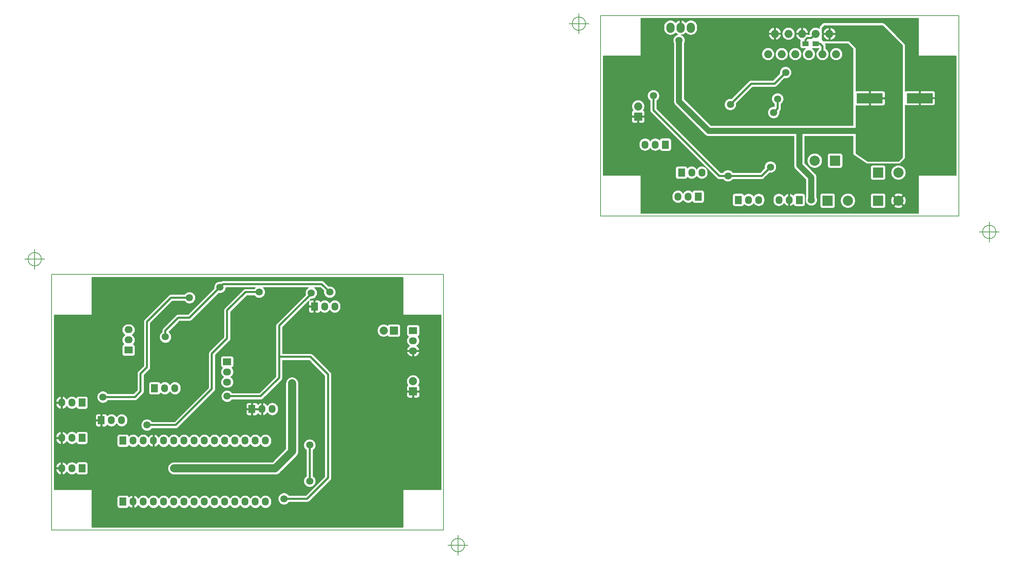
<source format=gbr>
%TF.GenerationSoftware,KiCad,Pcbnew,(5.1.9)-1*%
%TF.CreationDate,2021-04-11T15:54:41+02:00*%
%TF.ProjectId,bab_top,6261625f-746f-4702-9e6b-696361645f70,rev?*%
%TF.SameCoordinates,Original*%
%TF.FileFunction,Copper,L2,Bot*%
%TF.FilePolarity,Positive*%
%FSLAX46Y46*%
G04 Gerber Fmt 4.6, Leading zero omitted, Abs format (unit mm)*
G04 Created by KiCad (PCBNEW (5.1.9)-1) date 2021-04-11 15:54:41*
%MOMM*%
%LPD*%
G01*
G04 APERTURE LIST*
%TA.AperFunction,Profile*%
%ADD10C,0.150000*%
%TD*%
%TA.AperFunction,ComponentPad*%
%ADD11O,2.032000X2.540000*%
%TD*%
%TA.AperFunction,ComponentPad*%
%ADD12R,1.727200X2.032000*%
%TD*%
%TA.AperFunction,ComponentPad*%
%ADD13O,1.727200X2.032000*%
%TD*%
%TA.AperFunction,ComponentPad*%
%ADD14R,2.540000X2.540000*%
%TD*%
%TA.AperFunction,ComponentPad*%
%ADD15C,2.540000*%
%TD*%
%TA.AperFunction,SMDPad,CuDef*%
%ADD16R,6.500000X2.500000*%
%TD*%
%TA.AperFunction,SMDPad,CuDef*%
%ADD17R,1.500000X1.250000*%
%TD*%
%TA.AperFunction,ComponentPad*%
%ADD18R,2.032000X1.727200*%
%TD*%
%TA.AperFunction,ComponentPad*%
%ADD19O,2.032000X1.727200*%
%TD*%
%TA.AperFunction,ComponentPad*%
%ADD20R,2.032000X2.032000*%
%TD*%
%TA.AperFunction,ComponentPad*%
%ADD21O,2.032000X2.032000*%
%TD*%
%TA.AperFunction,ComponentPad*%
%ADD22O,2.000000X2.000000*%
%TD*%
%TA.AperFunction,ViaPad*%
%ADD23C,1.800000*%
%TD*%
%TA.AperFunction,Conductor*%
%ADD24C,0.500000*%
%TD*%
%TA.AperFunction,Conductor*%
%ADD25C,2.000000*%
%TD*%
%TA.AperFunction,Conductor*%
%ADD26C,1.500000*%
%TD*%
%TA.AperFunction,Conductor*%
%ADD27C,0.200000*%
%TD*%
%TA.AperFunction,Conductor*%
%ADD28C,0.100000*%
%TD*%
%TA.AperFunction,Conductor*%
%ADD29C,0.254000*%
%TD*%
G04 APERTURE END LIST*
D10*
X140866666Y-146200000D02*
G75*
G03*
X140866666Y-146200000I-1666666J0D01*
G01*
X136700000Y-146200000D02*
X141700000Y-146200000D01*
X139200000Y-143700000D02*
X139200000Y-148700000D01*
X35266666Y-74800000D02*
G75*
G03*
X35266666Y-74800000I-1666666J0D01*
G01*
X31100000Y-74800000D02*
X36100000Y-74800000D01*
X33600000Y-72300000D02*
X33600000Y-77300000D01*
X273466666Y-68000000D02*
G75*
G03*
X273466666Y-68000000I-1666666J0D01*
G01*
X269300000Y-68000000D02*
X274300000Y-68000000D01*
X271800000Y-65500000D02*
X271800000Y-70500000D01*
X171066666Y-16000000D02*
G75*
G03*
X171066666Y-16000000I-1666666J0D01*
G01*
X166900000Y-16000000D02*
X171900000Y-16000000D01*
X169400000Y-13500000D02*
X169400000Y-18500000D01*
X40200000Y-78600000D02*
X37800000Y-78600000D01*
X40200000Y-142400000D02*
X37800000Y-142400000D01*
X40200000Y-78600000D02*
X44400000Y-78600000D01*
X37800000Y-142400000D02*
X37800000Y-78600000D01*
X135600000Y-142400000D02*
X39800000Y-142400000D01*
X135600000Y-78600000D02*
X135600000Y-142400000D01*
X44000000Y-78600000D02*
X135600000Y-78600000D01*
X179800000Y-64000000D02*
X174800000Y-64000000D01*
X174800000Y-14000000D02*
X174800000Y-64000000D01*
X179800000Y-14000000D02*
X174800000Y-14000000D01*
X264200000Y-64000000D02*
X259200000Y-64000000D01*
X264200000Y-14000000D02*
X264200000Y-64000000D01*
X264200000Y-14000000D02*
X259200000Y-14000000D01*
X254200000Y-64000000D02*
X259200000Y-64000000D01*
X179800000Y-64000000D02*
X254200000Y-64000000D01*
X254200000Y-14000000D02*
X259200000Y-14000000D01*
X247200000Y-14000000D02*
X192000000Y-14000000D01*
X247200000Y-14000000D02*
X254200000Y-14000000D01*
X192000000Y-14000000D02*
X179800000Y-14000000D01*
D11*
%TO.P,U401,2*%
%TO.N,GND*%
X194800000Y-17000000D03*
%TO.P,U401,3*%
%TO.N,+12P*%
X192260000Y-17000000D03*
%TO.P,U401,1*%
%TO.N,+BATT*%
X197340000Y-17000000D03*
%TD*%
D12*
%TO.P,P103,1*%
%TO.N,Net-(P103-Pad1)*%
X55600000Y-120100000D03*
D13*
%TO.P,P103,3*%
%TO.N,Net-(P103-Pad3)*%
X58140000Y-120100000D03*
%TO.P,P103,5*%
%TO.N,Net-(P103-Pad5)*%
X60680000Y-120100000D03*
%TO.P,P103,7*%
%TO.N,GND*%
X63220000Y-120100000D03*
%TO.P,P103,9*%
%TO.N,Net-(P103-Pad9)*%
X65760000Y-120100000D03*
%TO.P,P103,11*%
%TO.N,/Peak detector/ad_peak_mcu*%
X68300000Y-120100000D03*
%TO.P,P103,13*%
%TO.N,Net-(P103-Pad13)*%
X70840000Y-120100000D03*
%TO.P,P103,15*%
%TO.N,Net-(P103-Pad15)*%
X73380000Y-120100000D03*
%TO.P,P103,17*%
%TO.N,/OFFSET_CONTROL_MCU*%
X75920000Y-120100000D03*
%TO.P,P103,19*%
%TO.N,/PWM_CMD_MCU*%
X78460000Y-120100000D03*
%TO.P,P103,21*%
%TO.N,Net-(P103-Pad21)*%
X81000000Y-120100000D03*
%TO.P,P103,23*%
%TO.N,Net-(P103-Pad23)*%
X83540000Y-120100000D03*
%TO.P,P103,25*%
%TO.N,Net-(P103-Pad25)*%
X86080000Y-120100000D03*
%TO.P,P103,27*%
%TO.N,Net-(P103-Pad27)*%
X88620000Y-120100000D03*
%TO.P,P103,29*%
%TO.N,Net-(P103-Pad29)*%
X91160000Y-120100000D03*
D12*
%TO.P,P103,2*%
%TO.N,Net-(P103-Pad2)*%
X55600000Y-135340000D03*
D13*
%TO.P,P103,4*%
%TO.N,GND*%
X58140000Y-135340000D03*
%TO.P,P103,6*%
%TO.N,Net-(P103-Pad6)*%
X60680000Y-135340000D03*
%TO.P,P103,8*%
%TO.N,+5V*%
X63220000Y-135340000D03*
%TO.P,P103,10*%
%TO.N,Net-(P103-Pad10)*%
X65760000Y-135340000D03*
%TO.P,P103,12*%
%TO.N,Net-(P103-Pad12)*%
X68300000Y-135340000D03*
%TO.P,P103,14*%
%TO.N,Net-(P103-Pad14)*%
X70840000Y-135340000D03*
%TO.P,P103,16*%
%TO.N,Net-(P103-Pad16)*%
X73380000Y-135340000D03*
%TO.P,P103,18*%
%TO.N,Net-(P103-Pad18)*%
X75920000Y-135340000D03*
%TO.P,P103,20*%
%TO.N,Net-(P103-Pad20)*%
X78460000Y-135340000D03*
%TO.P,P103,22*%
%TO.N,Net-(P103-Pad22)*%
X81000000Y-135340000D03*
%TO.P,P103,24*%
%TO.N,/BATT_DIAG_MCU*%
X83540000Y-135340000D03*
%TO.P,P103,26*%
%TO.N,Net-(P103-Pad26)*%
X86080000Y-135340000D03*
%TO.P,P103,28*%
%TO.N,+3V3*%
X88620000Y-135340000D03*
%TO.P,P103,30*%
%TO.N,Net-(P103-Pad30)*%
X91160000Y-135340000D03*
%TD*%
D14*
%TO.P,P101,1*%
%TO.N,/Motor/mot2*%
X233340000Y-50200000D03*
D15*
%TO.P,P101,2*%
%TO.N,/Motor/mot1*%
X228260000Y-50200000D03*
%TD*%
D16*
%TO.P,C407,1*%
%TO.N,+BATT*%
X241950000Y-34600000D03*
%TO.P,C407,2*%
%TO.N,GND*%
X254450000Y-34600000D03*
%TD*%
D17*
%TO.P,C409,1*%
%TO.N,/Motor/mot1*%
X228450000Y-21000000D03*
%TO.P,C409,2*%
%TO.N,Net-(C409-Pad2)*%
X225950000Y-21000000D03*
%TD*%
D12*
%TO.P,RV101,1*%
%TO.N,Net-(P108-Pad1)*%
X45400000Y-110600000D03*
D13*
%TO.P,RV101,2*%
%TO.N,Net-(P108-Pad2)*%
X42860000Y-110600000D03*
%TO.P,RV101,3*%
%TO.N,GND*%
X40320000Y-110600000D03*
%TD*%
D18*
%TO.P,RV201,1*%
%TO.N,Net-(R205-Pad1)*%
X57000000Y-97500000D03*
D19*
%TO.P,RV201,2*%
%TO.N,Net-(C202-Pad2)*%
X57000000Y-94960000D03*
%TO.P,RV201,3*%
%TO.N,Net-(C202-Pad1)*%
X57000000Y-92420000D03*
%TD*%
D12*
%TO.P,RV202,1*%
%TO.N,Net-(R206-Pad2)*%
X63500000Y-107000000D03*
D13*
%TO.P,RV202,2*%
%TO.N,Net-(RV202-Pad2)*%
X66040000Y-107000000D03*
%TO.P,RV202,3*%
%TO.N,Net-(C204-Pad1)*%
X68580000Y-107000000D03*
%TD*%
D18*
%TO.P,RV203,1*%
%TO.N,Net-(C205-Pad1)*%
X81600000Y-100400000D03*
D19*
%TO.P,RV203,2*%
%TO.N,Net-(D201-Pad1)*%
X81600000Y-102940000D03*
%TO.P,RV203,3*%
X81600000Y-105480000D03*
%TD*%
D12*
%TO.P,RV204,1*%
%TO.N,GND*%
X87800000Y-112200000D03*
D13*
%TO.P,RV204,2*%
X90340000Y-112200000D03*
%TO.P,RV204,3*%
%TO.N,Net-(C207-Pad1)*%
X92880000Y-112200000D03*
%TD*%
D12*
%TO.P,RV205,1*%
%TO.N,GND*%
X103400000Y-86600000D03*
D13*
%TO.P,RV205,2*%
%TO.N,Net-(R211-Pad1)*%
X105940000Y-86600000D03*
%TO.P,RV205,3*%
%TO.N,VAA*%
X108480000Y-86600000D03*
%TD*%
D12*
%TO.P,SW401,1*%
%TO.N,Net-(SW401-Pad1)*%
X209200000Y-60000000D03*
D13*
%TO.P,SW401,2*%
%TO.N,Net-(R404-Pad1)*%
X211740000Y-60000000D03*
%TO.P,SW401,3*%
%TO.N,/Motor/pwm_cmd_mcu*%
X214280000Y-60000000D03*
%TD*%
D14*
%TO.P,P102,1*%
%TO.N,Net-(P102-Pad1)*%
X244060000Y-60200000D03*
D15*
%TO.P,P102,2*%
%TO.N,GND*%
X249140000Y-60200000D03*
%TD*%
D18*
%TO.P,K102,1*%
%TO.N,VPP*%
X128000000Y-92600000D03*
D19*
%TO.P,K102,2*%
%TO.N,Net-(K102-Pad2)*%
X128000000Y-95140000D03*
%TO.P,K102,3*%
%TO.N,GND*%
X128000000Y-97680000D03*
%TD*%
D12*
%TO.P,K101,1*%
%TO.N,+BATT*%
X224400000Y-60000000D03*
D13*
%TO.P,K101,2*%
%TO.N,GND*%
X221860000Y-60000000D03*
%TO.P,K101,3*%
%TO.N,/Motor/pwm_cmd_mcu*%
X219320000Y-60000000D03*
%TD*%
D12*
%TO.P,P104,1*%
%TO.N,Net-(P104-Pad1)*%
X191000000Y-46200000D03*
D13*
%TO.P,P104,2*%
%TO.N,Net-(P104-Pad2)*%
X188460000Y-46200000D03*
%TO.P,P104,3*%
%TO.N,Net-(P104-Pad3)*%
X185920000Y-46200000D03*
%TD*%
D12*
%TO.P,P105,1*%
%TO.N,GND*%
X50200000Y-115000000D03*
D13*
%TO.P,P105,2*%
%TO.N,/Peak detector/audio_in*%
X52740000Y-115000000D03*
%TO.P,P105,3*%
%TO.N,Net-(P105-Pad3)*%
X55280000Y-115000000D03*
%TD*%
D20*
%TO.P,P2,1*%
%TO.N,VPP*%
X123200000Y-92600000D03*
D21*
%TO.P,P2,2*%
%TO.N,+24V*%
X120660000Y-92600000D03*
%TD*%
D20*
%TO.P,P3,1*%
%TO.N,GND*%
X128000000Y-107800000D03*
D21*
%TO.P,P3,2*%
%TO.N,Net-(P3-Pad2)*%
X128000000Y-105260000D03*
%TD*%
D20*
%TO.P,P4,1*%
%TO.N,GND*%
X184200000Y-39200000D03*
D21*
%TO.P,P4,2*%
%TO.N,Net-(P4-Pad2)*%
X184200000Y-36660000D03*
%TD*%
D12*
%TO.P,P5,1*%
%TO.N,Net-(P104-Pad1)*%
X199200000Y-59200000D03*
D13*
%TO.P,P5,2*%
%TO.N,Net-(P104-Pad2)*%
X196660000Y-59200000D03*
%TO.P,P5,3*%
%TO.N,Net-(P104-Pad3)*%
X194120000Y-59200000D03*
%TD*%
D12*
%TO.P,P6,1*%
%TO.N,/Motor/conn_pot1*%
X195000000Y-53200000D03*
D13*
%TO.P,P6,2*%
%TO.N,/Motor/conn_pot2*%
X197540000Y-53200000D03*
%TO.P,P6,3*%
%TO.N,/Motor/conn_pot3*%
X200080000Y-53200000D03*
%TD*%
D14*
%TO.P,P106,1*%
%TO.N,+BATT*%
X244060000Y-53200000D03*
D15*
%TO.P,P106,2*%
X249140000Y-53200000D03*
%TD*%
D14*
%TO.P,P107,1*%
%TO.N,Net-(P102-Pad1)*%
X231460000Y-60200000D03*
D15*
%TO.P,P107,2*%
X236540000Y-60200000D03*
%TD*%
D22*
%TO.P,U403,1*%
%TO.N,/Motor/mot2*%
X233600000Y-23600000D03*
%TO.P,U403,2*%
%TO.N,+BATT*%
X231900000Y-18520000D03*
%TO.P,U403,3*%
%TO.N,/Motor/mot1*%
X230200000Y-23600000D03*
%TO.P,U403,4*%
%TO.N,Net-(C409-Pad2)*%
X228500000Y-18520000D03*
%TO.P,U403,5*%
%TO.N,Net-(Q402-Pad3)*%
X226800000Y-23600000D03*
%TO.P,U403,6*%
%TO.N,GND*%
X225100000Y-18520000D03*
%TO.P,U403,7*%
%TO.N,Net-(Q401-Pad3)*%
X223400000Y-23600000D03*
%TO.P,U403,8*%
%TO.N,Net-(C410-Pad1)*%
X221700000Y-18520000D03*
%TO.P,U403,9*%
%TO.N,Net-(C406-Pad2)*%
X220000000Y-23600000D03*
%TO.P,U403,10*%
%TO.N,GND*%
X218300000Y-18520000D03*
%TO.P,U403,11*%
%TO.N,Net-(R411-Pad2)*%
X216600000Y-23600000D03*
%TD*%
D12*
%TO.P,P108,1*%
%TO.N,Net-(P108-Pad1)*%
X45400000Y-119400000D03*
D13*
%TO.P,P108,2*%
%TO.N,Net-(P108-Pad2)*%
X42860000Y-119400000D03*
%TO.P,P108,3*%
%TO.N,GND*%
X40320000Y-119400000D03*
%TD*%
D12*
%TO.P,P109,1*%
%TO.N,+3V3*%
X45400000Y-127000000D03*
D13*
%TO.P,P109,2*%
%TO.N,/OFFSET_CONTROL_MCU*%
X42860000Y-127000000D03*
%TO.P,P109,3*%
%TO.N,GND*%
X40320000Y-127000000D03*
%TD*%
D23*
%TO.N,/Peak detector/ad_peak_mcu*%
X61600000Y-116200000D03*
X89600000Y-83000000D03*
%TO.N,+5V*%
X68400000Y-127000000D03*
X97800000Y-105800000D03*
%TO.N,+BATT*%
X227400000Y-60000000D03*
X194400000Y-20200000D03*
X248400000Y-49400000D03*
X248400000Y-47000000D03*
%TO.N,GND*%
X75800000Y-132000000D03*
X40400000Y-106000000D03*
X254400000Y-48800000D03*
X257800000Y-48800000D03*
X231600000Y-55200000D03*
X235800000Y-55200000D03*
X218400000Y-48400000D03*
X129800000Y-101400000D03*
X210000000Y-51800000D03*
X213600000Y-25600000D03*
X205000000Y-31600000D03*
%TO.N,+12P*%
X206600000Y-54000000D03*
X217200000Y-51800000D03*
X188000000Y-34000000D03*
%TO.N,VEE*%
X221000000Y-28200000D03*
X207200000Y-36200000D03*
%TO.N,+3V3*%
X95800000Y-134600000D03*
X81600000Y-109000000D03*
X102600000Y-83200000D03*
%TO.N,+24V*%
X102200000Y-121200000D03*
X102200000Y-130200000D03*
%TO.N,VAA*%
X107200000Y-83000000D03*
X66200000Y-94200000D03*
X79800000Y-81800000D03*
%TO.N,VCOM*%
X50600000Y-109200000D03*
X72200000Y-84400000D03*
%TO.N,Net-(D406-Pad3)*%
X219000000Y-34800000D03*
X218000000Y-38200000D03*
%TD*%
D24*
%TO.N,/Peak detector/ad_peak_mcu*%
X68800000Y-116200000D02*
X61600000Y-116200000D01*
X77800000Y-107200000D02*
X68800000Y-116200000D01*
X77800000Y-98400000D02*
X77800000Y-107200000D01*
X81600000Y-94600000D02*
X77800000Y-98400000D01*
X81600000Y-87600000D02*
X81600000Y-94600000D01*
X86200000Y-83000000D02*
X81600000Y-87600000D01*
X89600000Y-83000000D02*
X86200000Y-83000000D01*
D25*
%TO.N,+5V*%
X68400000Y-127000000D02*
X93600000Y-127000000D01*
X93600000Y-127000000D02*
X97800000Y-122800000D01*
X97800000Y-122800000D02*
X97800000Y-105800000D01*
D26*
%TO.N,+BATT*%
X224400000Y-51400000D02*
X224400000Y-42800000D01*
X227400000Y-54400000D02*
X224400000Y-51400000D01*
X227400000Y-60000000D02*
X227400000Y-54400000D01*
X247800000Y-42800000D02*
X248400000Y-42200000D01*
X201800000Y-42800000D02*
X223000000Y-42800000D01*
X223000000Y-42800000D02*
X224400000Y-42800000D01*
X224400000Y-42800000D02*
X247800000Y-42800000D01*
X194400000Y-35400000D02*
X201800000Y-42800000D01*
X194400000Y-20200000D02*
X194400000Y-35400000D01*
D24*
X248400000Y-42200000D02*
X248400000Y-44600000D01*
X248400000Y-49400000D02*
X248400000Y-47000000D01*
X248400000Y-47000000D02*
X248400000Y-44600000D01*
X247000000Y-34600000D02*
X248400000Y-36000000D01*
X247000000Y-34600000D02*
X241950000Y-34600000D01*
X248400000Y-36000000D02*
X248400000Y-42200000D01*
X244060000Y-53200000D02*
X244000000Y-53200000D01*
D27*
%TO.N,GND*%
X40320000Y-110600000D02*
X40320000Y-106080000D01*
X40320000Y-106080000D02*
X40400000Y-106000000D01*
X254450000Y-48750000D02*
X254400000Y-48800000D01*
X254450000Y-48750000D02*
X254450000Y-34600000D01*
D24*
X218300000Y-18520000D02*
X218080000Y-18520000D01*
X218400000Y-48400000D02*
X221860000Y-53203689D01*
X221860000Y-53203689D02*
X221860000Y-60200000D01*
%TO.N,+12P*%
X207600000Y-54000000D02*
X206600000Y-54000000D01*
X215000000Y-54000000D02*
X207600000Y-54000000D01*
X217200000Y-51800000D02*
X215000000Y-54000000D01*
X206600000Y-54000000D02*
X204400000Y-54000000D01*
X204400000Y-54000000D02*
X188000000Y-37600000D01*
X188000000Y-37600000D02*
X188000000Y-34000000D01*
%TO.N,VEE*%
X218200000Y-31000000D02*
X221000000Y-28200000D01*
X212400000Y-31000000D02*
X218200000Y-31000000D01*
X207200000Y-36200000D02*
X212400000Y-31000000D01*
%TO.N,/Motor/mot1*%
X228450000Y-21000000D02*
X229600000Y-21000000D01*
X230200000Y-21600000D02*
X230200000Y-23600000D01*
X229600000Y-21000000D02*
X230200000Y-21600000D01*
%TO.N,Net-(C409-Pad2)*%
X228500000Y-18520000D02*
X228480000Y-18520000D01*
X228480000Y-18520000D02*
X227400000Y-19600000D01*
X225950000Y-20050000D02*
X225950000Y-21000000D01*
X226400000Y-19600000D02*
X225950000Y-20050000D01*
X227400000Y-19600000D02*
X226400000Y-19600000D01*
X228500000Y-18520000D02*
X228520000Y-18520000D01*
%TO.N,+3V3*%
X106800000Y-129000000D02*
X106800000Y-129400000D01*
X101600000Y-134600000D02*
X95800000Y-134600000D01*
X106800000Y-129400000D02*
X101600000Y-134600000D01*
X94600000Y-104400000D02*
X94600000Y-99200000D01*
X90000000Y-109000000D02*
X94600000Y-104400000D01*
X81600000Y-109000000D02*
X90000000Y-109000000D01*
X102600000Y-83200000D02*
X102800000Y-83200000D01*
X102800000Y-83200000D02*
X94600000Y-91400000D01*
X94600000Y-91400000D02*
X94600000Y-99200000D01*
X94600000Y-99200000D02*
X102400000Y-99200000D01*
X102400000Y-99200000D02*
X106800000Y-103600000D01*
X106800000Y-103600000D02*
X106800000Y-129000000D01*
%TO.N,+24V*%
X102200000Y-130200000D02*
X102200000Y-121200000D01*
%TO.N,VAA*%
X79800000Y-81800000D02*
X79800000Y-81800000D01*
X79800000Y-81800000D02*
X79800000Y-81800000D01*
X80600000Y-81000000D02*
X79800000Y-81800000D01*
X105200000Y-81000000D02*
X80600000Y-81000000D01*
X107200000Y-83000000D02*
X105200000Y-81000000D01*
X66200000Y-92600000D02*
X66200000Y-94200000D01*
X69400000Y-89400000D02*
X66200000Y-92600000D01*
X72200000Y-89400000D02*
X69400000Y-89400000D01*
X79800000Y-81800000D02*
X72200000Y-89400000D01*
%TO.N,VCOM*%
X50600000Y-109200000D02*
X58600000Y-109200000D01*
X58600000Y-109200000D02*
X60000000Y-107800000D01*
X60000000Y-107800000D02*
X60000000Y-103400000D01*
X60000000Y-103400000D02*
X61600000Y-101800000D01*
X61600000Y-101800000D02*
X61600000Y-90400000D01*
X61600000Y-90400000D02*
X67600000Y-84400000D01*
X67600000Y-84400000D02*
X72200000Y-84400000D01*
%TO.N,Net-(D406-Pad3)*%
X219000000Y-37200000D02*
X219000000Y-34800000D01*
X218000000Y-38200000D02*
X219000000Y-37200000D01*
%TD*%
D27*
%TO.N,GND*%
X254100000Y-24000000D02*
X254101921Y-24019509D01*
X254107612Y-24038268D01*
X254116853Y-24055557D01*
X254129289Y-24070711D01*
X254144443Y-24083147D01*
X254161732Y-24092388D01*
X254180491Y-24098079D01*
X254200000Y-24100000D01*
X263525000Y-24100000D01*
X263525001Y-53900000D01*
X254200000Y-53900000D01*
X254180491Y-53901921D01*
X254161732Y-53907612D01*
X254144443Y-53916853D01*
X254129289Y-53929289D01*
X254116853Y-53944443D01*
X254107612Y-53961732D01*
X254101921Y-53980491D01*
X254100000Y-54000000D01*
X254100000Y-63325000D01*
X184900000Y-63325000D01*
X184900000Y-58975706D01*
X192656400Y-58975706D01*
X192656400Y-59424293D01*
X192677578Y-59639315D01*
X192761268Y-59915204D01*
X192897173Y-60169466D01*
X193080071Y-60392328D01*
X193302933Y-60575227D01*
X193557195Y-60711132D01*
X193833084Y-60794822D01*
X194120000Y-60823081D01*
X194406915Y-60794822D01*
X194682804Y-60711132D01*
X194937066Y-60575227D01*
X195159928Y-60392329D01*
X195342827Y-60169467D01*
X195390000Y-60081211D01*
X195437173Y-60169466D01*
X195620071Y-60392328D01*
X195842933Y-60575227D01*
X196097195Y-60711132D01*
X196373084Y-60794822D01*
X196660000Y-60823081D01*
X196946915Y-60794822D01*
X197222804Y-60711132D01*
X197477066Y-60575227D01*
X197699928Y-60392329D01*
X197745899Y-60336314D01*
X197779390Y-60446721D01*
X197835104Y-60550955D01*
X197910083Y-60642317D01*
X198001445Y-60717296D01*
X198105679Y-60773010D01*
X198218779Y-60807318D01*
X198336400Y-60818903D01*
X200063600Y-60818903D01*
X200181221Y-60807318D01*
X200294321Y-60773010D01*
X200398555Y-60717296D01*
X200489917Y-60642317D01*
X200564896Y-60550955D01*
X200620610Y-60446721D01*
X200654918Y-60333621D01*
X200666503Y-60216000D01*
X200666503Y-58984000D01*
X207733497Y-58984000D01*
X207733497Y-61016000D01*
X207745082Y-61133621D01*
X207779390Y-61246721D01*
X207835104Y-61350955D01*
X207910083Y-61442317D01*
X208001445Y-61517296D01*
X208105679Y-61573010D01*
X208218779Y-61607318D01*
X208336400Y-61618903D01*
X210063600Y-61618903D01*
X210181221Y-61607318D01*
X210294321Y-61573010D01*
X210398555Y-61517296D01*
X210489917Y-61442317D01*
X210564896Y-61350955D01*
X210620610Y-61246721D01*
X210654101Y-61136314D01*
X210700072Y-61192329D01*
X210922934Y-61375227D01*
X211177196Y-61511132D01*
X211453085Y-61594822D01*
X211740000Y-61623081D01*
X212026916Y-61594822D01*
X212302805Y-61511132D01*
X212557067Y-61375227D01*
X212779929Y-61192329D01*
X212962827Y-60969467D01*
X213010000Y-60881212D01*
X213057173Y-60969467D01*
X213240072Y-61192329D01*
X213462934Y-61375227D01*
X213717196Y-61511132D01*
X213993085Y-61594822D01*
X214280000Y-61623081D01*
X214566916Y-61594822D01*
X214842805Y-61511132D01*
X215097067Y-61375227D01*
X215319929Y-61192329D01*
X215502827Y-60969467D01*
X215638732Y-60715204D01*
X215722422Y-60439315D01*
X215743600Y-60224293D01*
X215743600Y-59775706D01*
X217856400Y-59775706D01*
X217856400Y-60224293D01*
X217877578Y-60439315D01*
X217961268Y-60715204D01*
X218097173Y-60969466D01*
X218280071Y-61192328D01*
X218502933Y-61375227D01*
X218757195Y-61511132D01*
X219033084Y-61594822D01*
X219320000Y-61623081D01*
X219606915Y-61594822D01*
X219882804Y-61511132D01*
X220137066Y-61375227D01*
X220359928Y-61192329D01*
X220542827Y-60969467D01*
X220587915Y-60885113D01*
X220606162Y-60922629D01*
X220780518Y-61152441D01*
X220996358Y-61343822D01*
X221245388Y-61489417D01*
X221478951Y-61573811D01*
X221706000Y-61462983D01*
X221706000Y-60154000D01*
X221686000Y-60154000D01*
X221686000Y-59846000D01*
X221706000Y-59846000D01*
X221706000Y-58537017D01*
X222014000Y-58537017D01*
X222014000Y-59846000D01*
X222034000Y-59846000D01*
X222034000Y-60154000D01*
X222014000Y-60154000D01*
X222014000Y-61462983D01*
X222241049Y-61573811D01*
X222474612Y-61489417D01*
X222723642Y-61343822D01*
X222939482Y-61152441D01*
X222947561Y-61141793D01*
X222979390Y-61246721D01*
X223035104Y-61350955D01*
X223110083Y-61442317D01*
X223201445Y-61517296D01*
X223305679Y-61573010D01*
X223418779Y-61607318D01*
X223536400Y-61618903D01*
X225263600Y-61618903D01*
X225381221Y-61607318D01*
X225494321Y-61573010D01*
X225598555Y-61517296D01*
X225689917Y-61442317D01*
X225764896Y-61350955D01*
X225820610Y-61246721D01*
X225854918Y-61133621D01*
X225866503Y-61016000D01*
X225866503Y-58984000D01*
X225854918Y-58866379D01*
X225820610Y-58753279D01*
X225764896Y-58649045D01*
X225689917Y-58557683D01*
X225598555Y-58482704D01*
X225494321Y-58426990D01*
X225381221Y-58392682D01*
X225263600Y-58381097D01*
X223536400Y-58381097D01*
X223418779Y-58392682D01*
X223305679Y-58426990D01*
X223201445Y-58482704D01*
X223110083Y-58557683D01*
X223035104Y-58649045D01*
X222979390Y-58753279D01*
X222947561Y-58858207D01*
X222939482Y-58847559D01*
X222723642Y-58656178D01*
X222474612Y-58510583D01*
X222241049Y-58426189D01*
X222014000Y-58537017D01*
X221706000Y-58537017D01*
X221478951Y-58426189D01*
X221245388Y-58510583D01*
X220996358Y-58656178D01*
X220780518Y-58847559D01*
X220606162Y-59077371D01*
X220587915Y-59114887D01*
X220542827Y-59030533D01*
X220359929Y-58807671D01*
X220137067Y-58624773D01*
X219882805Y-58488868D01*
X219606916Y-58405178D01*
X219320000Y-58376919D01*
X219033085Y-58405178D01*
X218757196Y-58488868D01*
X218502934Y-58624773D01*
X218280072Y-58807671D01*
X218097173Y-59030533D01*
X217961268Y-59284795D01*
X217877578Y-59560684D01*
X217856400Y-59775706D01*
X215743600Y-59775706D01*
X215722422Y-59560684D01*
X215638732Y-59284795D01*
X215502827Y-59030533D01*
X215319928Y-58807671D01*
X215097066Y-58624773D01*
X214842804Y-58488868D01*
X214566915Y-58405178D01*
X214280000Y-58376919D01*
X213993084Y-58405178D01*
X213717195Y-58488868D01*
X213462933Y-58624773D01*
X213240071Y-58807672D01*
X213057173Y-59030534D01*
X213010000Y-59118789D01*
X212962827Y-59030533D01*
X212779928Y-58807671D01*
X212557066Y-58624773D01*
X212302804Y-58488868D01*
X212026915Y-58405178D01*
X211740000Y-58376919D01*
X211453084Y-58405178D01*
X211177195Y-58488868D01*
X210922933Y-58624773D01*
X210700071Y-58807672D01*
X210654101Y-58863686D01*
X210620610Y-58753279D01*
X210564896Y-58649045D01*
X210489917Y-58557683D01*
X210398555Y-58482704D01*
X210294321Y-58426990D01*
X210181221Y-58392682D01*
X210063600Y-58381097D01*
X208336400Y-58381097D01*
X208218779Y-58392682D01*
X208105679Y-58426990D01*
X208001445Y-58482704D01*
X207910083Y-58557683D01*
X207835104Y-58649045D01*
X207779390Y-58753279D01*
X207745082Y-58866379D01*
X207733497Y-58984000D01*
X200666503Y-58984000D01*
X200666503Y-58184000D01*
X200654918Y-58066379D01*
X200620610Y-57953279D01*
X200564896Y-57849045D01*
X200489917Y-57757683D01*
X200398555Y-57682704D01*
X200294321Y-57626990D01*
X200181221Y-57592682D01*
X200063600Y-57581097D01*
X198336400Y-57581097D01*
X198218779Y-57592682D01*
X198105679Y-57626990D01*
X198001445Y-57682704D01*
X197910083Y-57757683D01*
X197835104Y-57849045D01*
X197779390Y-57953279D01*
X197745899Y-58063686D01*
X197699929Y-58007671D01*
X197477067Y-57824773D01*
X197222805Y-57688868D01*
X196946916Y-57605178D01*
X196660000Y-57576919D01*
X196373085Y-57605178D01*
X196097196Y-57688868D01*
X195842934Y-57824773D01*
X195620072Y-58007671D01*
X195437173Y-58230533D01*
X195390000Y-58318788D01*
X195342827Y-58230533D01*
X195159929Y-58007671D01*
X194937067Y-57824773D01*
X194682805Y-57688868D01*
X194406916Y-57605178D01*
X194120000Y-57576919D01*
X193833085Y-57605178D01*
X193557196Y-57688868D01*
X193302934Y-57824773D01*
X193080072Y-58007671D01*
X192897173Y-58230533D01*
X192761268Y-58484795D01*
X192677578Y-58760684D01*
X192656400Y-58975706D01*
X184900000Y-58975706D01*
X184900000Y-54000000D01*
X184898079Y-53980491D01*
X184892388Y-53961732D01*
X184883147Y-53944443D01*
X184870711Y-53929289D01*
X184855557Y-53916853D01*
X184838268Y-53907612D01*
X184819509Y-53901921D01*
X184800000Y-53900000D01*
X175475000Y-53900000D01*
X175475000Y-52184000D01*
X193533497Y-52184000D01*
X193533497Y-54216000D01*
X193545082Y-54333621D01*
X193579390Y-54446721D01*
X193635104Y-54550955D01*
X193710083Y-54642317D01*
X193801445Y-54717296D01*
X193905679Y-54773010D01*
X194018779Y-54807318D01*
X194136400Y-54818903D01*
X195863600Y-54818903D01*
X195981221Y-54807318D01*
X196094321Y-54773010D01*
X196198555Y-54717296D01*
X196289917Y-54642317D01*
X196364896Y-54550955D01*
X196420610Y-54446721D01*
X196454101Y-54336314D01*
X196500072Y-54392329D01*
X196722934Y-54575227D01*
X196977196Y-54711132D01*
X197253085Y-54794822D01*
X197540000Y-54823081D01*
X197826916Y-54794822D01*
X198102805Y-54711132D01*
X198357067Y-54575227D01*
X198579929Y-54392329D01*
X198762827Y-54169467D01*
X198810000Y-54081212D01*
X198857173Y-54169467D01*
X199040072Y-54392329D01*
X199262934Y-54575227D01*
X199517196Y-54711132D01*
X199793085Y-54794822D01*
X200080000Y-54823081D01*
X200366916Y-54794822D01*
X200642805Y-54711132D01*
X200897067Y-54575227D01*
X201119929Y-54392329D01*
X201302827Y-54169467D01*
X201438732Y-53915204D01*
X201522422Y-53639315D01*
X201543600Y-53424293D01*
X201543600Y-52975706D01*
X201522422Y-52760684D01*
X201438732Y-52484795D01*
X201302827Y-52230533D01*
X201119928Y-52007671D01*
X200897066Y-51824773D01*
X200642804Y-51688868D01*
X200366915Y-51605178D01*
X200080000Y-51576919D01*
X199793084Y-51605178D01*
X199517195Y-51688868D01*
X199262933Y-51824773D01*
X199040071Y-52007672D01*
X198857173Y-52230534D01*
X198810000Y-52318789D01*
X198762827Y-52230533D01*
X198579928Y-52007671D01*
X198357066Y-51824773D01*
X198102804Y-51688868D01*
X197826915Y-51605178D01*
X197540000Y-51576919D01*
X197253084Y-51605178D01*
X196977195Y-51688868D01*
X196722933Y-51824773D01*
X196500071Y-52007672D01*
X196454101Y-52063686D01*
X196420610Y-51953279D01*
X196364896Y-51849045D01*
X196289917Y-51757683D01*
X196198555Y-51682704D01*
X196094321Y-51626990D01*
X195981221Y-51592682D01*
X195863600Y-51581097D01*
X194136400Y-51581097D01*
X194018779Y-51592682D01*
X193905679Y-51626990D01*
X193801445Y-51682704D01*
X193710083Y-51757683D01*
X193635104Y-51849045D01*
X193579390Y-51953279D01*
X193545082Y-52066379D01*
X193533497Y-52184000D01*
X175475000Y-52184000D01*
X175475000Y-45975706D01*
X184456400Y-45975706D01*
X184456400Y-46424293D01*
X184477578Y-46639315D01*
X184561268Y-46915204D01*
X184697173Y-47169466D01*
X184880071Y-47392328D01*
X185102933Y-47575227D01*
X185357195Y-47711132D01*
X185633084Y-47794822D01*
X185920000Y-47823081D01*
X186206915Y-47794822D01*
X186482804Y-47711132D01*
X186737066Y-47575227D01*
X186959928Y-47392329D01*
X187142827Y-47169467D01*
X187190000Y-47081211D01*
X187237173Y-47169466D01*
X187420071Y-47392328D01*
X187642933Y-47575227D01*
X187897195Y-47711132D01*
X188173084Y-47794822D01*
X188460000Y-47823081D01*
X188746915Y-47794822D01*
X189022804Y-47711132D01*
X189277066Y-47575227D01*
X189499928Y-47392329D01*
X189545899Y-47336314D01*
X189579390Y-47446721D01*
X189635104Y-47550955D01*
X189710083Y-47642317D01*
X189801445Y-47717296D01*
X189905679Y-47773010D01*
X190018779Y-47807318D01*
X190136400Y-47818903D01*
X191863600Y-47818903D01*
X191981221Y-47807318D01*
X192094321Y-47773010D01*
X192198555Y-47717296D01*
X192289917Y-47642317D01*
X192364896Y-47550955D01*
X192420610Y-47446721D01*
X192454918Y-47333621D01*
X192466503Y-47216000D01*
X192466503Y-45184000D01*
X192454918Y-45066379D01*
X192420610Y-44953279D01*
X192364896Y-44849045D01*
X192289917Y-44757683D01*
X192198555Y-44682704D01*
X192094321Y-44626990D01*
X191981221Y-44592682D01*
X191863600Y-44581097D01*
X190136400Y-44581097D01*
X190018779Y-44592682D01*
X189905679Y-44626990D01*
X189801445Y-44682704D01*
X189710083Y-44757683D01*
X189635104Y-44849045D01*
X189579390Y-44953279D01*
X189545899Y-45063686D01*
X189499929Y-45007671D01*
X189277067Y-44824773D01*
X189022805Y-44688868D01*
X188746916Y-44605178D01*
X188460000Y-44576919D01*
X188173085Y-44605178D01*
X187897196Y-44688868D01*
X187642934Y-44824773D01*
X187420072Y-45007671D01*
X187237173Y-45230533D01*
X187190000Y-45318788D01*
X187142827Y-45230533D01*
X186959929Y-45007671D01*
X186737067Y-44824773D01*
X186482805Y-44688868D01*
X186206916Y-44605178D01*
X185920000Y-44576919D01*
X185633085Y-44605178D01*
X185357196Y-44688868D01*
X185102934Y-44824773D01*
X184880072Y-45007671D01*
X184697173Y-45230533D01*
X184561268Y-45484795D01*
X184477578Y-45760684D01*
X184456400Y-45975706D01*
X175475000Y-45975706D01*
X175475000Y-40216000D01*
X182573058Y-40216000D01*
X182584797Y-40335189D01*
X182619563Y-40449797D01*
X182676020Y-40555421D01*
X182751999Y-40648001D01*
X182844579Y-40723980D01*
X182950203Y-40780437D01*
X183064811Y-40815203D01*
X183184000Y-40826942D01*
X183894000Y-40824000D01*
X184046000Y-40672000D01*
X184046000Y-39354000D01*
X184354000Y-39354000D01*
X184354000Y-40672000D01*
X184506000Y-40824000D01*
X185216000Y-40826942D01*
X185335189Y-40815203D01*
X185449797Y-40780437D01*
X185555421Y-40723980D01*
X185648001Y-40648001D01*
X185723980Y-40555421D01*
X185780437Y-40449797D01*
X185815203Y-40335189D01*
X185826942Y-40216000D01*
X185824000Y-39506000D01*
X185672000Y-39354000D01*
X184354000Y-39354000D01*
X184046000Y-39354000D01*
X182728000Y-39354000D01*
X182576000Y-39506000D01*
X182573058Y-40216000D01*
X175475000Y-40216000D01*
X175475000Y-38184000D01*
X182573058Y-38184000D01*
X182576000Y-38894000D01*
X182728000Y-39046000D01*
X184046000Y-39046000D01*
X184046000Y-39026000D01*
X184354000Y-39026000D01*
X184354000Y-39046000D01*
X185672000Y-39046000D01*
X185824000Y-38894000D01*
X185826942Y-38184000D01*
X185815203Y-38064811D01*
X185780437Y-37950203D01*
X185723980Y-37844579D01*
X185648001Y-37751999D01*
X185555421Y-37676020D01*
X185488547Y-37640275D01*
X185632081Y-37425463D01*
X185753898Y-37131370D01*
X185816000Y-36819162D01*
X185816000Y-36500838D01*
X185753898Y-36188630D01*
X185632081Y-35894537D01*
X185455229Y-35629860D01*
X185230140Y-35404771D01*
X184965463Y-35227919D01*
X184671370Y-35106102D01*
X184359162Y-35044000D01*
X184040838Y-35044000D01*
X183728630Y-35106102D01*
X183434537Y-35227919D01*
X183169860Y-35404771D01*
X182944771Y-35629860D01*
X182767919Y-35894537D01*
X182646102Y-36188630D01*
X182584000Y-36500838D01*
X182584000Y-36819162D01*
X182646102Y-37131370D01*
X182767919Y-37425463D01*
X182911453Y-37640275D01*
X182844579Y-37676020D01*
X182751999Y-37751999D01*
X182676020Y-37844579D01*
X182619563Y-37950203D01*
X182584797Y-38064811D01*
X182573058Y-38184000D01*
X175475000Y-38184000D01*
X175475000Y-33852263D01*
X186500000Y-33852263D01*
X186500000Y-34147737D01*
X186557644Y-34437534D01*
X186670717Y-34710517D01*
X186834874Y-34956194D01*
X187043806Y-35165126D01*
X187150001Y-35236083D01*
X187150000Y-37558259D01*
X187145889Y-37600000D01*
X187150000Y-37641741D01*
X187150000Y-37641748D01*
X187158495Y-37728000D01*
X187162300Y-37766629D01*
X187185946Y-37844579D01*
X187210903Y-37926854D01*
X187289832Y-38074518D01*
X187396052Y-38203948D01*
X187428486Y-38230566D01*
X203769443Y-54571525D01*
X203796052Y-54603948D01*
X203828475Y-54630557D01*
X203828479Y-54630561D01*
X203870012Y-54664646D01*
X203925481Y-54710168D01*
X204073145Y-54789097D01*
X204233371Y-54837700D01*
X204358251Y-54850000D01*
X204358261Y-54850000D01*
X204399999Y-54854111D01*
X204441737Y-54850000D01*
X205363917Y-54850000D01*
X205434874Y-54956194D01*
X205643806Y-55165126D01*
X205889483Y-55329283D01*
X206162466Y-55442356D01*
X206452263Y-55500000D01*
X206747737Y-55500000D01*
X207037534Y-55442356D01*
X207310517Y-55329283D01*
X207556194Y-55165126D01*
X207765126Y-54956194D01*
X207836083Y-54850000D01*
X214958259Y-54850000D01*
X215000000Y-54854111D01*
X215041741Y-54850000D01*
X215041749Y-54850000D01*
X215166629Y-54837700D01*
X215326855Y-54789097D01*
X215474519Y-54710168D01*
X215603948Y-54603948D01*
X215630566Y-54571514D01*
X216926997Y-53275083D01*
X217052263Y-53300000D01*
X217347737Y-53300000D01*
X217637534Y-53242356D01*
X217910517Y-53129283D01*
X218156194Y-52965126D01*
X218365126Y-52756194D01*
X218529283Y-52510517D01*
X218642356Y-52237534D01*
X218700000Y-51947737D01*
X218700000Y-51652263D01*
X218642356Y-51362466D01*
X218529283Y-51089483D01*
X218365126Y-50843806D01*
X218156194Y-50634874D01*
X217910517Y-50470717D01*
X217637534Y-50357644D01*
X217347737Y-50300000D01*
X217052263Y-50300000D01*
X216762466Y-50357644D01*
X216489483Y-50470717D01*
X216243806Y-50634874D01*
X216034874Y-50843806D01*
X215870717Y-51089483D01*
X215757644Y-51362466D01*
X215700000Y-51652263D01*
X215700000Y-51947737D01*
X215724917Y-52073003D01*
X214647920Y-53150000D01*
X207836083Y-53150000D01*
X207765126Y-53043806D01*
X207556194Y-52834874D01*
X207310517Y-52670717D01*
X207037534Y-52557644D01*
X206747737Y-52500000D01*
X206452263Y-52500000D01*
X206162466Y-52557644D01*
X205889483Y-52670717D01*
X205643806Y-52834874D01*
X205434874Y-53043806D01*
X205363917Y-53150000D01*
X204752082Y-53150000D01*
X188850000Y-37247920D01*
X188850000Y-35236083D01*
X188956194Y-35165126D01*
X189165126Y-34956194D01*
X189329283Y-34710517D01*
X189442356Y-34437534D01*
X189500000Y-34147737D01*
X189500000Y-33852263D01*
X189442356Y-33562466D01*
X189329283Y-33289483D01*
X189165126Y-33043806D01*
X188956194Y-32834874D01*
X188710517Y-32670717D01*
X188437534Y-32557644D01*
X188147737Y-32500000D01*
X187852263Y-32500000D01*
X187562466Y-32557644D01*
X187289483Y-32670717D01*
X187043806Y-32834874D01*
X186834874Y-33043806D01*
X186670717Y-33289483D01*
X186557644Y-33562466D01*
X186500000Y-33852263D01*
X175475000Y-33852263D01*
X175475000Y-24100000D01*
X184800000Y-24100000D01*
X184819509Y-24098079D01*
X184838268Y-24092388D01*
X184855557Y-24083147D01*
X184870711Y-24070711D01*
X184883147Y-24055557D01*
X184892388Y-24038268D01*
X184898079Y-24019509D01*
X184900000Y-24000000D01*
X184900000Y-16666612D01*
X190644000Y-16666612D01*
X190644000Y-17333387D01*
X190667382Y-17570790D01*
X190759787Y-17875408D01*
X190909844Y-18156145D01*
X191111787Y-18402213D01*
X191357854Y-18604156D01*
X191638591Y-18754213D01*
X191943209Y-18846618D01*
X192260000Y-18877819D01*
X192576790Y-18846618D01*
X192881408Y-18754213D01*
X193162145Y-18604156D01*
X193408213Y-18402213D01*
X193521498Y-18264175D01*
X193536106Y-18286152D01*
X193761754Y-18512893D01*
X194027301Y-18691255D01*
X194114145Y-18727473D01*
X193962466Y-18757644D01*
X193689483Y-18870717D01*
X193443806Y-19034874D01*
X193234874Y-19243806D01*
X193070717Y-19489483D01*
X192957644Y-19762466D01*
X192900000Y-20052263D01*
X192900000Y-20347737D01*
X192957644Y-20637534D01*
X193050000Y-20860502D01*
X193050001Y-35333671D01*
X193043468Y-35400000D01*
X193069534Y-35664646D01*
X193146729Y-35919122D01*
X193272085Y-36153649D01*
X193398510Y-36307698D01*
X193398514Y-36307702D01*
X193440788Y-36359213D01*
X193492299Y-36401487D01*
X200798509Y-43707697D01*
X200840787Y-43759213D01*
X201046351Y-43927915D01*
X201280878Y-44053272D01*
X201535354Y-44130467D01*
X201733679Y-44150000D01*
X201733688Y-44150000D01*
X201799999Y-44156531D01*
X201866310Y-44150000D01*
X223050001Y-44150000D01*
X223050000Y-51333681D01*
X223043468Y-51400000D01*
X223050000Y-51466319D01*
X223050000Y-51466320D01*
X223069533Y-51664645D01*
X223146728Y-51919121D01*
X223174616Y-51971296D01*
X223272085Y-52153649D01*
X223398510Y-52307698D01*
X223398513Y-52307701D01*
X223440787Y-52359212D01*
X223492299Y-52401487D01*
X226050001Y-54959189D01*
X226050000Y-59339498D01*
X225957644Y-59562466D01*
X225900000Y-59852263D01*
X225900000Y-60147737D01*
X225957644Y-60437534D01*
X226070717Y-60710517D01*
X226234874Y-60956194D01*
X226443806Y-61165126D01*
X226689483Y-61329283D01*
X226962466Y-61442356D01*
X227252263Y-61500000D01*
X227547737Y-61500000D01*
X227837534Y-61442356D01*
X228110517Y-61329283D01*
X228356194Y-61165126D01*
X228565126Y-60956194D01*
X228729283Y-60710517D01*
X228842356Y-60437534D01*
X228900000Y-60147737D01*
X228900000Y-59852263D01*
X228842356Y-59562466D01*
X228750000Y-59339498D01*
X228750000Y-58930000D01*
X229587097Y-58930000D01*
X229587097Y-61470000D01*
X229598682Y-61587621D01*
X229632990Y-61700721D01*
X229688704Y-61804955D01*
X229763683Y-61896317D01*
X229855045Y-61971296D01*
X229959279Y-62027010D01*
X230072379Y-62061318D01*
X230190000Y-62072903D01*
X232730000Y-62072903D01*
X232847621Y-62061318D01*
X232960721Y-62027010D01*
X233064955Y-61971296D01*
X233156317Y-61896317D01*
X233231296Y-61804955D01*
X233287010Y-61700721D01*
X233321318Y-61587621D01*
X233332903Y-61470000D01*
X233332903Y-60015821D01*
X234670000Y-60015821D01*
X234670000Y-60384179D01*
X234741863Y-60745459D01*
X234882828Y-61085777D01*
X235087476Y-61392055D01*
X235347945Y-61652524D01*
X235654223Y-61857172D01*
X235994541Y-61998137D01*
X236355821Y-62070000D01*
X236724179Y-62070000D01*
X237085459Y-61998137D01*
X237425777Y-61857172D01*
X237732055Y-61652524D01*
X237992524Y-61392055D01*
X238197172Y-61085777D01*
X238338137Y-60745459D01*
X238410000Y-60384179D01*
X238410000Y-60015821D01*
X238338137Y-59654541D01*
X238197172Y-59314223D01*
X237992524Y-59007945D01*
X237914579Y-58930000D01*
X242187097Y-58930000D01*
X242187097Y-61470000D01*
X242198682Y-61587621D01*
X242232990Y-61700721D01*
X242288704Y-61804955D01*
X242363683Y-61896317D01*
X242455045Y-61971296D01*
X242559279Y-62027010D01*
X242672379Y-62061318D01*
X242790000Y-62072903D01*
X245330000Y-62072903D01*
X245447621Y-62061318D01*
X245560721Y-62027010D01*
X245664955Y-61971296D01*
X245756317Y-61896317D01*
X245831296Y-61804955D01*
X245887010Y-61700721D01*
X245921318Y-61587621D01*
X245926900Y-61530944D01*
X248026845Y-61530944D01*
X248159087Y-61812112D01*
X248492442Y-61972502D01*
X248850683Y-62064776D01*
X249220042Y-62085389D01*
X249586324Y-62033546D01*
X249935456Y-61911242D01*
X250120913Y-61812112D01*
X250253155Y-61530944D01*
X249140000Y-60417789D01*
X248026845Y-61530944D01*
X245926900Y-61530944D01*
X245932903Y-61470000D01*
X245932903Y-60280042D01*
X247254611Y-60280042D01*
X247306454Y-60646324D01*
X247428758Y-60995456D01*
X247527888Y-61180913D01*
X247809056Y-61313155D01*
X248922211Y-60200000D01*
X249357789Y-60200000D01*
X250470944Y-61313155D01*
X250752112Y-61180913D01*
X250912502Y-60847558D01*
X251004776Y-60489317D01*
X251025389Y-60119958D01*
X250973546Y-59753676D01*
X250851242Y-59404544D01*
X250752112Y-59219087D01*
X250470944Y-59086845D01*
X249357789Y-60200000D01*
X248922211Y-60200000D01*
X247809056Y-59086845D01*
X247527888Y-59219087D01*
X247367498Y-59552442D01*
X247275224Y-59910683D01*
X247254611Y-60280042D01*
X245932903Y-60280042D01*
X245932903Y-58930000D01*
X245926901Y-58869056D01*
X248026845Y-58869056D01*
X249140000Y-59982211D01*
X250253155Y-58869056D01*
X250120913Y-58587888D01*
X249787558Y-58427498D01*
X249429317Y-58335224D01*
X249059958Y-58314611D01*
X248693676Y-58366454D01*
X248344544Y-58488758D01*
X248159087Y-58587888D01*
X248026845Y-58869056D01*
X245926901Y-58869056D01*
X245921318Y-58812379D01*
X245887010Y-58699279D01*
X245831296Y-58595045D01*
X245756317Y-58503683D01*
X245664955Y-58428704D01*
X245560721Y-58372990D01*
X245447621Y-58338682D01*
X245330000Y-58327097D01*
X242790000Y-58327097D01*
X242672379Y-58338682D01*
X242559279Y-58372990D01*
X242455045Y-58428704D01*
X242363683Y-58503683D01*
X242288704Y-58595045D01*
X242232990Y-58699279D01*
X242198682Y-58812379D01*
X242187097Y-58930000D01*
X237914579Y-58930000D01*
X237732055Y-58747476D01*
X237425777Y-58542828D01*
X237085459Y-58401863D01*
X236724179Y-58330000D01*
X236355821Y-58330000D01*
X235994541Y-58401863D01*
X235654223Y-58542828D01*
X235347945Y-58747476D01*
X235087476Y-59007945D01*
X234882828Y-59314223D01*
X234741863Y-59654541D01*
X234670000Y-60015821D01*
X233332903Y-60015821D01*
X233332903Y-58930000D01*
X233321318Y-58812379D01*
X233287010Y-58699279D01*
X233231296Y-58595045D01*
X233156317Y-58503683D01*
X233064955Y-58428704D01*
X232960721Y-58372990D01*
X232847621Y-58338682D01*
X232730000Y-58327097D01*
X230190000Y-58327097D01*
X230072379Y-58338682D01*
X229959279Y-58372990D01*
X229855045Y-58428704D01*
X229763683Y-58503683D01*
X229688704Y-58595045D01*
X229632990Y-58699279D01*
X229598682Y-58812379D01*
X229587097Y-58930000D01*
X228750000Y-58930000D01*
X228750000Y-54466319D01*
X228756532Y-54400000D01*
X228749328Y-54326854D01*
X228730467Y-54135354D01*
X228653272Y-53880878D01*
X228653272Y-53880877D01*
X228527915Y-53646350D01*
X228401490Y-53492302D01*
X228359213Y-53440787D01*
X228307697Y-53398509D01*
X225750000Y-50840812D01*
X225750000Y-50015821D01*
X226390000Y-50015821D01*
X226390000Y-50384179D01*
X226461863Y-50745459D01*
X226602828Y-51085777D01*
X226807476Y-51392055D01*
X227067945Y-51652524D01*
X227374223Y-51857172D01*
X227714541Y-51998137D01*
X228075821Y-52070000D01*
X228444179Y-52070000D01*
X228805459Y-51998137D01*
X229145777Y-51857172D01*
X229452055Y-51652524D01*
X229712524Y-51392055D01*
X229917172Y-51085777D01*
X230058137Y-50745459D01*
X230130000Y-50384179D01*
X230130000Y-50015821D01*
X230058137Y-49654541D01*
X229917172Y-49314223D01*
X229712524Y-49007945D01*
X229634579Y-48930000D01*
X231467097Y-48930000D01*
X231467097Y-51470000D01*
X231478682Y-51587621D01*
X231512990Y-51700721D01*
X231568704Y-51804955D01*
X231643683Y-51896317D01*
X231735045Y-51971296D01*
X231839279Y-52027010D01*
X231952379Y-52061318D01*
X232070000Y-52072903D01*
X234610000Y-52072903D01*
X234727621Y-52061318D01*
X234840721Y-52027010D01*
X234944955Y-51971296D01*
X234995274Y-51930000D01*
X242187097Y-51930000D01*
X242187097Y-54470000D01*
X242198682Y-54587621D01*
X242232990Y-54700721D01*
X242288704Y-54804955D01*
X242363683Y-54896317D01*
X242455045Y-54971296D01*
X242559279Y-55027010D01*
X242672379Y-55061318D01*
X242790000Y-55072903D01*
X245330000Y-55072903D01*
X245447621Y-55061318D01*
X245560721Y-55027010D01*
X245664955Y-54971296D01*
X245756317Y-54896317D01*
X245831296Y-54804955D01*
X245887010Y-54700721D01*
X245921318Y-54587621D01*
X245932903Y-54470000D01*
X245932903Y-53015821D01*
X247270000Y-53015821D01*
X247270000Y-53384179D01*
X247341863Y-53745459D01*
X247482828Y-54085777D01*
X247687476Y-54392055D01*
X247947945Y-54652524D01*
X248254223Y-54857172D01*
X248594541Y-54998137D01*
X248955821Y-55070000D01*
X249324179Y-55070000D01*
X249685459Y-54998137D01*
X250025777Y-54857172D01*
X250332055Y-54652524D01*
X250592524Y-54392055D01*
X250797172Y-54085777D01*
X250938137Y-53745459D01*
X251010000Y-53384179D01*
X251010000Y-53015821D01*
X250938137Y-52654541D01*
X250797172Y-52314223D01*
X250592524Y-52007945D01*
X250332055Y-51747476D01*
X250025777Y-51542828D01*
X249685459Y-51401863D01*
X249324179Y-51330000D01*
X248955821Y-51330000D01*
X248594541Y-51401863D01*
X248254223Y-51542828D01*
X247947945Y-51747476D01*
X247687476Y-52007945D01*
X247482828Y-52314223D01*
X247341863Y-52654541D01*
X247270000Y-53015821D01*
X245932903Y-53015821D01*
X245932903Y-51930000D01*
X245921318Y-51812379D01*
X245887010Y-51699279D01*
X245831296Y-51595045D01*
X245756317Y-51503683D01*
X245664955Y-51428704D01*
X245560721Y-51372990D01*
X245447621Y-51338682D01*
X245330000Y-51327097D01*
X242790000Y-51327097D01*
X242672379Y-51338682D01*
X242559279Y-51372990D01*
X242455045Y-51428704D01*
X242363683Y-51503683D01*
X242288704Y-51595045D01*
X242232990Y-51699279D01*
X242198682Y-51812379D01*
X242187097Y-51930000D01*
X234995274Y-51930000D01*
X235036317Y-51896317D01*
X235111296Y-51804955D01*
X235167010Y-51700721D01*
X235201318Y-51587621D01*
X235212903Y-51470000D01*
X235212903Y-48930000D01*
X235201318Y-48812379D01*
X235167010Y-48699279D01*
X235111296Y-48595045D01*
X235036317Y-48503683D01*
X234944955Y-48428704D01*
X234840721Y-48372990D01*
X234727621Y-48338682D01*
X234610000Y-48327097D01*
X232070000Y-48327097D01*
X231952379Y-48338682D01*
X231839279Y-48372990D01*
X231735045Y-48428704D01*
X231643683Y-48503683D01*
X231568704Y-48595045D01*
X231512990Y-48699279D01*
X231478682Y-48812379D01*
X231467097Y-48930000D01*
X229634579Y-48930000D01*
X229452055Y-48747476D01*
X229145777Y-48542828D01*
X228805459Y-48401863D01*
X228444179Y-48330000D01*
X228075821Y-48330000D01*
X227714541Y-48401863D01*
X227374223Y-48542828D01*
X227067945Y-48747476D01*
X226807476Y-49007945D01*
X226602828Y-49314223D01*
X226461863Y-49654541D01*
X226390000Y-50015821D01*
X225750000Y-50015821D01*
X225750000Y-44150000D01*
X237792000Y-44150000D01*
X237792000Y-48400000D01*
X237803807Y-48519239D01*
X237838525Y-48633259D01*
X237894820Y-48738315D01*
X237970529Y-48830370D01*
X238062742Y-48905887D01*
X241062742Y-50905887D01*
X241167328Y-50961719D01*
X241281385Y-50996317D01*
X241400000Y-51008000D01*
X249200000Y-51008000D01*
X249318615Y-50996317D01*
X249432672Y-50961719D01*
X249537787Y-50905534D01*
X249629921Y-50829921D01*
X250629921Y-49829921D01*
X250705534Y-49737787D01*
X250761719Y-49632672D01*
X250796317Y-49518615D01*
X250808000Y-49400000D01*
X250808000Y-36314829D01*
X250860579Y-36357980D01*
X250966203Y-36414437D01*
X251080811Y-36449203D01*
X251200000Y-36460942D01*
X254144000Y-36458000D01*
X254296000Y-36306000D01*
X254296000Y-34754000D01*
X254604000Y-34754000D01*
X254604000Y-36306000D01*
X254756000Y-36458000D01*
X257700000Y-36460942D01*
X257819189Y-36449203D01*
X257933797Y-36414437D01*
X258039421Y-36357980D01*
X258132001Y-36282001D01*
X258207980Y-36189421D01*
X258264437Y-36083797D01*
X258299203Y-35969189D01*
X258310942Y-35850000D01*
X258308000Y-34906000D01*
X258156000Y-34754000D01*
X254604000Y-34754000D01*
X254296000Y-34754000D01*
X254276000Y-34754000D01*
X254276000Y-34446000D01*
X254296000Y-34446000D01*
X254296000Y-32894000D01*
X254604000Y-32894000D01*
X254604000Y-34446000D01*
X258156000Y-34446000D01*
X258308000Y-34294000D01*
X258310942Y-33350000D01*
X258299203Y-33230811D01*
X258264437Y-33116203D01*
X258207980Y-33010579D01*
X258132001Y-32917999D01*
X258039421Y-32842020D01*
X257933797Y-32785563D01*
X257819189Y-32750797D01*
X257700000Y-32739058D01*
X254756000Y-32742000D01*
X254604000Y-32894000D01*
X254296000Y-32894000D01*
X254144000Y-32742000D01*
X251200000Y-32739058D01*
X251080811Y-32750797D01*
X250966203Y-32785563D01*
X250860579Y-32842020D01*
X250808000Y-32885171D01*
X250808000Y-21400000D01*
X250796317Y-21281385D01*
X250761719Y-21167328D01*
X250705534Y-21062213D01*
X250629921Y-20970079D01*
X245629921Y-15970079D01*
X245537787Y-15894466D01*
X245432672Y-15838281D01*
X245318615Y-15803683D01*
X245200000Y-15792000D01*
X230600000Y-15792000D01*
X230481385Y-15803683D01*
X230367328Y-15838281D01*
X230262213Y-15894466D01*
X230170079Y-15970079D01*
X229570079Y-16570079D01*
X229494466Y-16662213D01*
X229438281Y-16767328D01*
X229403683Y-16881385D01*
X229392000Y-17000000D01*
X229392000Y-17191712D01*
X229257884Y-17102098D01*
X228966703Y-16981487D01*
X228657586Y-16920000D01*
X228342414Y-16920000D01*
X228033297Y-16981487D01*
X227742116Y-17102098D01*
X227480059Y-17277199D01*
X227257199Y-17500059D01*
X227082098Y-17762116D01*
X226961487Y-18053297D01*
X226900000Y-18362414D01*
X226900000Y-18677586D01*
X226914404Y-18750000D01*
X226581163Y-18750000D01*
X226547833Y-18674000D01*
X225254000Y-18674000D01*
X225254000Y-18694000D01*
X224946000Y-18694000D01*
X224946000Y-18674000D01*
X223652167Y-18674000D01*
X223543188Y-18922494D01*
X223581940Y-19050259D01*
X223714557Y-19336229D01*
X223900416Y-19590832D01*
X224132375Y-19804283D01*
X224401519Y-19968380D01*
X224682071Y-20071163D01*
X224642990Y-20144279D01*
X224608682Y-20257379D01*
X224597097Y-20375000D01*
X224597097Y-21625000D01*
X224608682Y-21742621D01*
X224642990Y-21855721D01*
X224698704Y-21959955D01*
X224773683Y-22051317D01*
X224865045Y-22126296D01*
X224969279Y-22182010D01*
X225082379Y-22216318D01*
X225200000Y-22227903D01*
X225973564Y-22227903D01*
X225780059Y-22357199D01*
X225557199Y-22580059D01*
X225382098Y-22842116D01*
X225261487Y-23133297D01*
X225200000Y-23442414D01*
X225200000Y-23757586D01*
X225261487Y-24066703D01*
X225382098Y-24357884D01*
X225557199Y-24619941D01*
X225780059Y-24842801D01*
X226042116Y-25017902D01*
X226333297Y-25138513D01*
X226642414Y-25200000D01*
X226957586Y-25200000D01*
X227266703Y-25138513D01*
X227557884Y-25017902D01*
X227819941Y-24842801D01*
X228042801Y-24619941D01*
X228217902Y-24357884D01*
X228338513Y-24066703D01*
X228400000Y-23757586D01*
X228400000Y-23442414D01*
X228338513Y-23133297D01*
X228217902Y-22842116D01*
X228042801Y-22580059D01*
X227819941Y-22357199D01*
X227613717Y-22219405D01*
X227700000Y-22227903D01*
X229200000Y-22227903D01*
X229317621Y-22216318D01*
X229350000Y-22206496D01*
X229350000Y-22243648D01*
X229180059Y-22357199D01*
X228957199Y-22580059D01*
X228782098Y-22842116D01*
X228661487Y-23133297D01*
X228600000Y-23442414D01*
X228600000Y-23757586D01*
X228661487Y-24066703D01*
X228782098Y-24357884D01*
X228957199Y-24619941D01*
X229180059Y-24842801D01*
X229442116Y-25017902D01*
X229733297Y-25138513D01*
X230042414Y-25200000D01*
X230357586Y-25200000D01*
X230666703Y-25138513D01*
X230957884Y-25017902D01*
X231219941Y-24842801D01*
X231442801Y-24619941D01*
X231617902Y-24357884D01*
X231738513Y-24066703D01*
X231800000Y-23757586D01*
X231800000Y-23442414D01*
X232000000Y-23442414D01*
X232000000Y-23757586D01*
X232061487Y-24066703D01*
X232182098Y-24357884D01*
X232357199Y-24619941D01*
X232580059Y-24842801D01*
X232842116Y-25017902D01*
X233133297Y-25138513D01*
X233442414Y-25200000D01*
X233757586Y-25200000D01*
X234066703Y-25138513D01*
X234357884Y-25017902D01*
X234619941Y-24842801D01*
X234842801Y-24619941D01*
X235017902Y-24357884D01*
X235138513Y-24066703D01*
X235200000Y-23757586D01*
X235200000Y-23442414D01*
X235138513Y-23133297D01*
X235017902Y-22842116D01*
X234842801Y-22580059D01*
X234619941Y-22357199D01*
X234357884Y-22182098D01*
X234066703Y-22061487D01*
X233757586Y-22000000D01*
X233442414Y-22000000D01*
X233133297Y-22061487D01*
X232842116Y-22182098D01*
X232580059Y-22357199D01*
X232357199Y-22580059D01*
X232182098Y-22842116D01*
X232061487Y-23133297D01*
X232000000Y-23442414D01*
X231800000Y-23442414D01*
X231738513Y-23133297D01*
X231617902Y-22842116D01*
X231442801Y-22580059D01*
X231219941Y-22357199D01*
X231050000Y-22243648D01*
X231050000Y-21641740D01*
X231054111Y-21599999D01*
X231050000Y-21558258D01*
X231050000Y-21558251D01*
X231037700Y-21433371D01*
X231005390Y-21326855D01*
X230989097Y-21273145D01*
X230910168Y-21125481D01*
X230813754Y-21008000D01*
X236548158Y-21008000D01*
X237792000Y-22251842D01*
X237792000Y-41450000D01*
X224466321Y-41450000D01*
X224400000Y-41443468D01*
X224333679Y-41450000D01*
X202359188Y-41450000D01*
X198961451Y-38052263D01*
X216500000Y-38052263D01*
X216500000Y-38347737D01*
X216557644Y-38637534D01*
X216670717Y-38910517D01*
X216834874Y-39156194D01*
X217043806Y-39365126D01*
X217289483Y-39529283D01*
X217562466Y-39642356D01*
X217852263Y-39700000D01*
X218147737Y-39700000D01*
X218437534Y-39642356D01*
X218710517Y-39529283D01*
X218956194Y-39365126D01*
X219165126Y-39156194D01*
X219329283Y-38910517D01*
X219442356Y-38637534D01*
X219500000Y-38347737D01*
X219500000Y-38052263D01*
X219475083Y-37926998D01*
X219571526Y-37830556D01*
X219603948Y-37803948D01*
X219630557Y-37771525D01*
X219630562Y-37771520D01*
X219710168Y-37674519D01*
X219789097Y-37526855D01*
X219837700Y-37366629D01*
X219837848Y-37365126D01*
X219850000Y-37241749D01*
X219850000Y-37241741D01*
X219854111Y-37200000D01*
X219850000Y-37158259D01*
X219850000Y-36036083D01*
X219956194Y-35965126D01*
X220165126Y-35756194D01*
X220329283Y-35510517D01*
X220442356Y-35237534D01*
X220500000Y-34947737D01*
X220500000Y-34652263D01*
X220442356Y-34362466D01*
X220329283Y-34089483D01*
X220165126Y-33843806D01*
X219956194Y-33634874D01*
X219710517Y-33470717D01*
X219437534Y-33357644D01*
X219147737Y-33300000D01*
X218852263Y-33300000D01*
X218562466Y-33357644D01*
X218289483Y-33470717D01*
X218043806Y-33634874D01*
X217834874Y-33843806D01*
X217670717Y-34089483D01*
X217557644Y-34362466D01*
X217500000Y-34652263D01*
X217500000Y-34947737D01*
X217557644Y-35237534D01*
X217670717Y-35510517D01*
X217834874Y-35756194D01*
X218043806Y-35965126D01*
X218150000Y-36036083D01*
X218150000Y-36700450D01*
X218147737Y-36700000D01*
X217852263Y-36700000D01*
X217562466Y-36757644D01*
X217289483Y-36870717D01*
X217043806Y-37034874D01*
X216834874Y-37243806D01*
X216670717Y-37489483D01*
X216557644Y-37762466D01*
X216500000Y-38052263D01*
X198961451Y-38052263D01*
X196961451Y-36052263D01*
X205700000Y-36052263D01*
X205700000Y-36347737D01*
X205757644Y-36637534D01*
X205870717Y-36910517D01*
X206034874Y-37156194D01*
X206243806Y-37365126D01*
X206489483Y-37529283D01*
X206762466Y-37642356D01*
X207052263Y-37700000D01*
X207347737Y-37700000D01*
X207637534Y-37642356D01*
X207910517Y-37529283D01*
X208156194Y-37365126D01*
X208365126Y-37156194D01*
X208529283Y-36910517D01*
X208642356Y-36637534D01*
X208700000Y-36347737D01*
X208700000Y-36052263D01*
X208675083Y-35926997D01*
X212752082Y-31850000D01*
X218158259Y-31850000D01*
X218200000Y-31854111D01*
X218241741Y-31850000D01*
X218241749Y-31850000D01*
X218366629Y-31837700D01*
X218526855Y-31789097D01*
X218674519Y-31710168D01*
X218803948Y-31603948D01*
X218830566Y-31571514D01*
X220726997Y-29675083D01*
X220852263Y-29700000D01*
X221147737Y-29700000D01*
X221437534Y-29642356D01*
X221710517Y-29529283D01*
X221956194Y-29365126D01*
X222165126Y-29156194D01*
X222329283Y-28910517D01*
X222442356Y-28637534D01*
X222500000Y-28347737D01*
X222500000Y-28052263D01*
X222442356Y-27762466D01*
X222329283Y-27489483D01*
X222165126Y-27243806D01*
X221956194Y-27034874D01*
X221710517Y-26870717D01*
X221437534Y-26757644D01*
X221147737Y-26700000D01*
X220852263Y-26700000D01*
X220562466Y-26757644D01*
X220289483Y-26870717D01*
X220043806Y-27034874D01*
X219834874Y-27243806D01*
X219670717Y-27489483D01*
X219557644Y-27762466D01*
X219500000Y-28052263D01*
X219500000Y-28347737D01*
X219524917Y-28473003D01*
X217847920Y-30150000D01*
X212441741Y-30150000D01*
X212400000Y-30145889D01*
X212358259Y-30150000D01*
X212358251Y-30150000D01*
X212233371Y-30162300D01*
X212073145Y-30210903D01*
X211925481Y-30289832D01*
X211828480Y-30369438D01*
X211828475Y-30369443D01*
X211796052Y-30396052D01*
X211769443Y-30428475D01*
X207473003Y-34724917D01*
X207347737Y-34700000D01*
X207052263Y-34700000D01*
X206762466Y-34757644D01*
X206489483Y-34870717D01*
X206243806Y-35034874D01*
X206034874Y-35243806D01*
X205870717Y-35489483D01*
X205757644Y-35762466D01*
X205700000Y-36052263D01*
X196961451Y-36052263D01*
X195750000Y-34840812D01*
X195750000Y-23442414D01*
X215000000Y-23442414D01*
X215000000Y-23757586D01*
X215061487Y-24066703D01*
X215182098Y-24357884D01*
X215357199Y-24619941D01*
X215580059Y-24842801D01*
X215842116Y-25017902D01*
X216133297Y-25138513D01*
X216442414Y-25200000D01*
X216757586Y-25200000D01*
X217066703Y-25138513D01*
X217357884Y-25017902D01*
X217619941Y-24842801D01*
X217842801Y-24619941D01*
X218017902Y-24357884D01*
X218138513Y-24066703D01*
X218200000Y-23757586D01*
X218200000Y-23442414D01*
X218400000Y-23442414D01*
X218400000Y-23757586D01*
X218461487Y-24066703D01*
X218582098Y-24357884D01*
X218757199Y-24619941D01*
X218980059Y-24842801D01*
X219242116Y-25017902D01*
X219533297Y-25138513D01*
X219842414Y-25200000D01*
X220157586Y-25200000D01*
X220466703Y-25138513D01*
X220757884Y-25017902D01*
X221019941Y-24842801D01*
X221242801Y-24619941D01*
X221417902Y-24357884D01*
X221538513Y-24066703D01*
X221600000Y-23757586D01*
X221600000Y-23442414D01*
X221800000Y-23442414D01*
X221800000Y-23757586D01*
X221861487Y-24066703D01*
X221982098Y-24357884D01*
X222157199Y-24619941D01*
X222380059Y-24842801D01*
X222642116Y-25017902D01*
X222933297Y-25138513D01*
X223242414Y-25200000D01*
X223557586Y-25200000D01*
X223866703Y-25138513D01*
X224157884Y-25017902D01*
X224419941Y-24842801D01*
X224642801Y-24619941D01*
X224817902Y-24357884D01*
X224938513Y-24066703D01*
X225000000Y-23757586D01*
X225000000Y-23442414D01*
X224938513Y-23133297D01*
X224817902Y-22842116D01*
X224642801Y-22580059D01*
X224419941Y-22357199D01*
X224157884Y-22182098D01*
X223866703Y-22061487D01*
X223557586Y-22000000D01*
X223242414Y-22000000D01*
X222933297Y-22061487D01*
X222642116Y-22182098D01*
X222380059Y-22357199D01*
X222157199Y-22580059D01*
X221982098Y-22842116D01*
X221861487Y-23133297D01*
X221800000Y-23442414D01*
X221600000Y-23442414D01*
X221538513Y-23133297D01*
X221417902Y-22842116D01*
X221242801Y-22580059D01*
X221019941Y-22357199D01*
X220757884Y-22182098D01*
X220466703Y-22061487D01*
X220157586Y-22000000D01*
X219842414Y-22000000D01*
X219533297Y-22061487D01*
X219242116Y-22182098D01*
X218980059Y-22357199D01*
X218757199Y-22580059D01*
X218582098Y-22842116D01*
X218461487Y-23133297D01*
X218400000Y-23442414D01*
X218200000Y-23442414D01*
X218138513Y-23133297D01*
X218017902Y-22842116D01*
X217842801Y-22580059D01*
X217619941Y-22357199D01*
X217357884Y-22182098D01*
X217066703Y-22061487D01*
X216757586Y-22000000D01*
X216442414Y-22000000D01*
X216133297Y-22061487D01*
X215842116Y-22182098D01*
X215580059Y-22357199D01*
X215357199Y-22580059D01*
X215182098Y-22842116D01*
X215061487Y-23133297D01*
X215000000Y-23442414D01*
X195750000Y-23442414D01*
X195750000Y-20860502D01*
X195842356Y-20637534D01*
X195900000Y-20347737D01*
X195900000Y-20052263D01*
X195842356Y-19762466D01*
X195729283Y-19489483D01*
X195565126Y-19243806D01*
X195356194Y-19034874D01*
X195188007Y-18922494D01*
X216743188Y-18922494D01*
X216781940Y-19050259D01*
X216914557Y-19336229D01*
X217100416Y-19590832D01*
X217332375Y-19804283D01*
X217601519Y-19968380D01*
X217897505Y-20076817D01*
X218146000Y-19968614D01*
X218146000Y-18674000D01*
X218454000Y-18674000D01*
X218454000Y-19968614D01*
X218702495Y-20076817D01*
X218998481Y-19968380D01*
X219267625Y-19804283D01*
X219499584Y-19590832D01*
X219685443Y-19336229D01*
X219818060Y-19050259D01*
X219856812Y-18922494D01*
X219747833Y-18674000D01*
X218454000Y-18674000D01*
X218146000Y-18674000D01*
X216852167Y-18674000D01*
X216743188Y-18922494D01*
X195188007Y-18922494D01*
X195110517Y-18870717D01*
X194954002Y-18805887D01*
X194954002Y-18717923D01*
X195205009Y-18826687D01*
X195277457Y-18814385D01*
X195572699Y-18691255D01*
X195838246Y-18512893D01*
X196063894Y-18286152D01*
X196078502Y-18264175D01*
X196191787Y-18402213D01*
X196437854Y-18604156D01*
X196718591Y-18754213D01*
X197023209Y-18846618D01*
X197340000Y-18877819D01*
X197656790Y-18846618D01*
X197961408Y-18754213D01*
X198242145Y-18604156D01*
X198488213Y-18402213D01*
X198690156Y-18156146D01*
X198710809Y-18117506D01*
X216743188Y-18117506D01*
X216852167Y-18366000D01*
X218146000Y-18366000D01*
X218146000Y-17071386D01*
X218454000Y-17071386D01*
X218454000Y-18366000D01*
X219747833Y-18366000D01*
X219749405Y-18362414D01*
X220100000Y-18362414D01*
X220100000Y-18677586D01*
X220161487Y-18986703D01*
X220282098Y-19277884D01*
X220457199Y-19539941D01*
X220680059Y-19762801D01*
X220942116Y-19937902D01*
X221233297Y-20058513D01*
X221542414Y-20120000D01*
X221857586Y-20120000D01*
X222166703Y-20058513D01*
X222457884Y-19937902D01*
X222719941Y-19762801D01*
X222942801Y-19539941D01*
X223117902Y-19277884D01*
X223238513Y-18986703D01*
X223300000Y-18677586D01*
X223300000Y-18362414D01*
X223251285Y-18117506D01*
X223543188Y-18117506D01*
X223652167Y-18366000D01*
X224946000Y-18366000D01*
X224946000Y-17071386D01*
X225254000Y-17071386D01*
X225254000Y-18366000D01*
X226547833Y-18366000D01*
X226656812Y-18117506D01*
X226618060Y-17989741D01*
X226485443Y-17703771D01*
X226299584Y-17449168D01*
X226067625Y-17235717D01*
X225798481Y-17071620D01*
X225502495Y-16963183D01*
X225254000Y-17071386D01*
X224946000Y-17071386D01*
X224697505Y-16963183D01*
X224401519Y-17071620D01*
X224132375Y-17235717D01*
X223900416Y-17449168D01*
X223714557Y-17703771D01*
X223581940Y-17989741D01*
X223543188Y-18117506D01*
X223251285Y-18117506D01*
X223238513Y-18053297D01*
X223117902Y-17762116D01*
X222942801Y-17500059D01*
X222719941Y-17277199D01*
X222457884Y-17102098D01*
X222166703Y-16981487D01*
X221857586Y-16920000D01*
X221542414Y-16920000D01*
X221233297Y-16981487D01*
X220942116Y-17102098D01*
X220680059Y-17277199D01*
X220457199Y-17500059D01*
X220282098Y-17762116D01*
X220161487Y-18053297D01*
X220100000Y-18362414D01*
X219749405Y-18362414D01*
X219856812Y-18117506D01*
X219818060Y-17989741D01*
X219685443Y-17703771D01*
X219499584Y-17449168D01*
X219267625Y-17235717D01*
X218998481Y-17071620D01*
X218702495Y-16963183D01*
X218454000Y-17071386D01*
X218146000Y-17071386D01*
X217897505Y-16963183D01*
X217601519Y-17071620D01*
X217332375Y-17235717D01*
X217100416Y-17449168D01*
X216914557Y-17703771D01*
X216781940Y-17989741D01*
X216743188Y-18117506D01*
X198710809Y-18117506D01*
X198840213Y-17875409D01*
X198932618Y-17570791D01*
X198956000Y-17333388D01*
X198956000Y-16666613D01*
X198932618Y-16429210D01*
X198840213Y-16124591D01*
X198690156Y-15843854D01*
X198488213Y-15597787D01*
X198242146Y-15395844D01*
X197961409Y-15245787D01*
X197656791Y-15153382D01*
X197340000Y-15122181D01*
X197023210Y-15153382D01*
X196718592Y-15245787D01*
X196437855Y-15395844D01*
X196191787Y-15597787D01*
X196078502Y-15735825D01*
X196063894Y-15713848D01*
X195838246Y-15487107D01*
X195572699Y-15308745D01*
X195277457Y-15185615D01*
X195205009Y-15173313D01*
X194954000Y-15282078D01*
X194954000Y-16846000D01*
X194974000Y-16846000D01*
X194974000Y-17154000D01*
X194954000Y-17154000D01*
X194954000Y-17174000D01*
X194646000Y-17174000D01*
X194646000Y-17154000D01*
X194626000Y-17154000D01*
X194626000Y-16846000D01*
X194646000Y-16846000D01*
X194646000Y-15282078D01*
X194394991Y-15173313D01*
X194322543Y-15185615D01*
X194027301Y-15308745D01*
X193761754Y-15487107D01*
X193536106Y-15713848D01*
X193521498Y-15735825D01*
X193408213Y-15597787D01*
X193162146Y-15395844D01*
X192881409Y-15245787D01*
X192576791Y-15153382D01*
X192260000Y-15122181D01*
X191943210Y-15153382D01*
X191638592Y-15245787D01*
X191357855Y-15395844D01*
X191111787Y-15597787D01*
X190909844Y-15843854D01*
X190759787Y-16124591D01*
X190667382Y-16429209D01*
X190644000Y-16666612D01*
X184900000Y-16666612D01*
X184900000Y-14675000D01*
X254100000Y-14675000D01*
X254100000Y-24000000D01*
%TA.AperFunction,Conductor*%
D28*
G36*
X254100000Y-24000000D02*
G01*
X254101921Y-24019509D01*
X254107612Y-24038268D01*
X254116853Y-24055557D01*
X254129289Y-24070711D01*
X254144443Y-24083147D01*
X254161732Y-24092388D01*
X254180491Y-24098079D01*
X254200000Y-24100000D01*
X263525000Y-24100000D01*
X263525001Y-53900000D01*
X254200000Y-53900000D01*
X254180491Y-53901921D01*
X254161732Y-53907612D01*
X254144443Y-53916853D01*
X254129289Y-53929289D01*
X254116853Y-53944443D01*
X254107612Y-53961732D01*
X254101921Y-53980491D01*
X254100000Y-54000000D01*
X254100000Y-63325000D01*
X184900000Y-63325000D01*
X184900000Y-58975706D01*
X192656400Y-58975706D01*
X192656400Y-59424293D01*
X192677578Y-59639315D01*
X192761268Y-59915204D01*
X192897173Y-60169466D01*
X193080071Y-60392328D01*
X193302933Y-60575227D01*
X193557195Y-60711132D01*
X193833084Y-60794822D01*
X194120000Y-60823081D01*
X194406915Y-60794822D01*
X194682804Y-60711132D01*
X194937066Y-60575227D01*
X195159928Y-60392329D01*
X195342827Y-60169467D01*
X195390000Y-60081211D01*
X195437173Y-60169466D01*
X195620071Y-60392328D01*
X195842933Y-60575227D01*
X196097195Y-60711132D01*
X196373084Y-60794822D01*
X196660000Y-60823081D01*
X196946915Y-60794822D01*
X197222804Y-60711132D01*
X197477066Y-60575227D01*
X197699928Y-60392329D01*
X197745899Y-60336314D01*
X197779390Y-60446721D01*
X197835104Y-60550955D01*
X197910083Y-60642317D01*
X198001445Y-60717296D01*
X198105679Y-60773010D01*
X198218779Y-60807318D01*
X198336400Y-60818903D01*
X200063600Y-60818903D01*
X200181221Y-60807318D01*
X200294321Y-60773010D01*
X200398555Y-60717296D01*
X200489917Y-60642317D01*
X200564896Y-60550955D01*
X200620610Y-60446721D01*
X200654918Y-60333621D01*
X200666503Y-60216000D01*
X200666503Y-58984000D01*
X207733497Y-58984000D01*
X207733497Y-61016000D01*
X207745082Y-61133621D01*
X207779390Y-61246721D01*
X207835104Y-61350955D01*
X207910083Y-61442317D01*
X208001445Y-61517296D01*
X208105679Y-61573010D01*
X208218779Y-61607318D01*
X208336400Y-61618903D01*
X210063600Y-61618903D01*
X210181221Y-61607318D01*
X210294321Y-61573010D01*
X210398555Y-61517296D01*
X210489917Y-61442317D01*
X210564896Y-61350955D01*
X210620610Y-61246721D01*
X210654101Y-61136314D01*
X210700072Y-61192329D01*
X210922934Y-61375227D01*
X211177196Y-61511132D01*
X211453085Y-61594822D01*
X211740000Y-61623081D01*
X212026916Y-61594822D01*
X212302805Y-61511132D01*
X212557067Y-61375227D01*
X212779929Y-61192329D01*
X212962827Y-60969467D01*
X213010000Y-60881212D01*
X213057173Y-60969467D01*
X213240072Y-61192329D01*
X213462934Y-61375227D01*
X213717196Y-61511132D01*
X213993085Y-61594822D01*
X214280000Y-61623081D01*
X214566916Y-61594822D01*
X214842805Y-61511132D01*
X215097067Y-61375227D01*
X215319929Y-61192329D01*
X215502827Y-60969467D01*
X215638732Y-60715204D01*
X215722422Y-60439315D01*
X215743600Y-60224293D01*
X215743600Y-59775706D01*
X217856400Y-59775706D01*
X217856400Y-60224293D01*
X217877578Y-60439315D01*
X217961268Y-60715204D01*
X218097173Y-60969466D01*
X218280071Y-61192328D01*
X218502933Y-61375227D01*
X218757195Y-61511132D01*
X219033084Y-61594822D01*
X219320000Y-61623081D01*
X219606915Y-61594822D01*
X219882804Y-61511132D01*
X220137066Y-61375227D01*
X220359928Y-61192329D01*
X220542827Y-60969467D01*
X220587915Y-60885113D01*
X220606162Y-60922629D01*
X220780518Y-61152441D01*
X220996358Y-61343822D01*
X221245388Y-61489417D01*
X221478951Y-61573811D01*
X221706000Y-61462983D01*
X221706000Y-60154000D01*
X221686000Y-60154000D01*
X221686000Y-59846000D01*
X221706000Y-59846000D01*
X221706000Y-58537017D01*
X222014000Y-58537017D01*
X222014000Y-59846000D01*
X222034000Y-59846000D01*
X222034000Y-60154000D01*
X222014000Y-60154000D01*
X222014000Y-61462983D01*
X222241049Y-61573811D01*
X222474612Y-61489417D01*
X222723642Y-61343822D01*
X222939482Y-61152441D01*
X222947561Y-61141793D01*
X222979390Y-61246721D01*
X223035104Y-61350955D01*
X223110083Y-61442317D01*
X223201445Y-61517296D01*
X223305679Y-61573010D01*
X223418779Y-61607318D01*
X223536400Y-61618903D01*
X225263600Y-61618903D01*
X225381221Y-61607318D01*
X225494321Y-61573010D01*
X225598555Y-61517296D01*
X225689917Y-61442317D01*
X225764896Y-61350955D01*
X225820610Y-61246721D01*
X225854918Y-61133621D01*
X225866503Y-61016000D01*
X225866503Y-58984000D01*
X225854918Y-58866379D01*
X225820610Y-58753279D01*
X225764896Y-58649045D01*
X225689917Y-58557683D01*
X225598555Y-58482704D01*
X225494321Y-58426990D01*
X225381221Y-58392682D01*
X225263600Y-58381097D01*
X223536400Y-58381097D01*
X223418779Y-58392682D01*
X223305679Y-58426990D01*
X223201445Y-58482704D01*
X223110083Y-58557683D01*
X223035104Y-58649045D01*
X222979390Y-58753279D01*
X222947561Y-58858207D01*
X222939482Y-58847559D01*
X222723642Y-58656178D01*
X222474612Y-58510583D01*
X222241049Y-58426189D01*
X222014000Y-58537017D01*
X221706000Y-58537017D01*
X221478951Y-58426189D01*
X221245388Y-58510583D01*
X220996358Y-58656178D01*
X220780518Y-58847559D01*
X220606162Y-59077371D01*
X220587915Y-59114887D01*
X220542827Y-59030533D01*
X220359929Y-58807671D01*
X220137067Y-58624773D01*
X219882805Y-58488868D01*
X219606916Y-58405178D01*
X219320000Y-58376919D01*
X219033085Y-58405178D01*
X218757196Y-58488868D01*
X218502934Y-58624773D01*
X218280072Y-58807671D01*
X218097173Y-59030533D01*
X217961268Y-59284795D01*
X217877578Y-59560684D01*
X217856400Y-59775706D01*
X215743600Y-59775706D01*
X215722422Y-59560684D01*
X215638732Y-59284795D01*
X215502827Y-59030533D01*
X215319928Y-58807671D01*
X215097066Y-58624773D01*
X214842804Y-58488868D01*
X214566915Y-58405178D01*
X214280000Y-58376919D01*
X213993084Y-58405178D01*
X213717195Y-58488868D01*
X213462933Y-58624773D01*
X213240071Y-58807672D01*
X213057173Y-59030534D01*
X213010000Y-59118789D01*
X212962827Y-59030533D01*
X212779928Y-58807671D01*
X212557066Y-58624773D01*
X212302804Y-58488868D01*
X212026915Y-58405178D01*
X211740000Y-58376919D01*
X211453084Y-58405178D01*
X211177195Y-58488868D01*
X210922933Y-58624773D01*
X210700071Y-58807672D01*
X210654101Y-58863686D01*
X210620610Y-58753279D01*
X210564896Y-58649045D01*
X210489917Y-58557683D01*
X210398555Y-58482704D01*
X210294321Y-58426990D01*
X210181221Y-58392682D01*
X210063600Y-58381097D01*
X208336400Y-58381097D01*
X208218779Y-58392682D01*
X208105679Y-58426990D01*
X208001445Y-58482704D01*
X207910083Y-58557683D01*
X207835104Y-58649045D01*
X207779390Y-58753279D01*
X207745082Y-58866379D01*
X207733497Y-58984000D01*
X200666503Y-58984000D01*
X200666503Y-58184000D01*
X200654918Y-58066379D01*
X200620610Y-57953279D01*
X200564896Y-57849045D01*
X200489917Y-57757683D01*
X200398555Y-57682704D01*
X200294321Y-57626990D01*
X200181221Y-57592682D01*
X200063600Y-57581097D01*
X198336400Y-57581097D01*
X198218779Y-57592682D01*
X198105679Y-57626990D01*
X198001445Y-57682704D01*
X197910083Y-57757683D01*
X197835104Y-57849045D01*
X197779390Y-57953279D01*
X197745899Y-58063686D01*
X197699929Y-58007671D01*
X197477067Y-57824773D01*
X197222805Y-57688868D01*
X196946916Y-57605178D01*
X196660000Y-57576919D01*
X196373085Y-57605178D01*
X196097196Y-57688868D01*
X195842934Y-57824773D01*
X195620072Y-58007671D01*
X195437173Y-58230533D01*
X195390000Y-58318788D01*
X195342827Y-58230533D01*
X195159929Y-58007671D01*
X194937067Y-57824773D01*
X194682805Y-57688868D01*
X194406916Y-57605178D01*
X194120000Y-57576919D01*
X193833085Y-57605178D01*
X193557196Y-57688868D01*
X193302934Y-57824773D01*
X193080072Y-58007671D01*
X192897173Y-58230533D01*
X192761268Y-58484795D01*
X192677578Y-58760684D01*
X192656400Y-58975706D01*
X184900000Y-58975706D01*
X184900000Y-54000000D01*
X184898079Y-53980491D01*
X184892388Y-53961732D01*
X184883147Y-53944443D01*
X184870711Y-53929289D01*
X184855557Y-53916853D01*
X184838268Y-53907612D01*
X184819509Y-53901921D01*
X184800000Y-53900000D01*
X175475000Y-53900000D01*
X175475000Y-52184000D01*
X193533497Y-52184000D01*
X193533497Y-54216000D01*
X193545082Y-54333621D01*
X193579390Y-54446721D01*
X193635104Y-54550955D01*
X193710083Y-54642317D01*
X193801445Y-54717296D01*
X193905679Y-54773010D01*
X194018779Y-54807318D01*
X194136400Y-54818903D01*
X195863600Y-54818903D01*
X195981221Y-54807318D01*
X196094321Y-54773010D01*
X196198555Y-54717296D01*
X196289917Y-54642317D01*
X196364896Y-54550955D01*
X196420610Y-54446721D01*
X196454101Y-54336314D01*
X196500072Y-54392329D01*
X196722934Y-54575227D01*
X196977196Y-54711132D01*
X197253085Y-54794822D01*
X197540000Y-54823081D01*
X197826916Y-54794822D01*
X198102805Y-54711132D01*
X198357067Y-54575227D01*
X198579929Y-54392329D01*
X198762827Y-54169467D01*
X198810000Y-54081212D01*
X198857173Y-54169467D01*
X199040072Y-54392329D01*
X199262934Y-54575227D01*
X199517196Y-54711132D01*
X199793085Y-54794822D01*
X200080000Y-54823081D01*
X200366916Y-54794822D01*
X200642805Y-54711132D01*
X200897067Y-54575227D01*
X201119929Y-54392329D01*
X201302827Y-54169467D01*
X201438732Y-53915204D01*
X201522422Y-53639315D01*
X201543600Y-53424293D01*
X201543600Y-52975706D01*
X201522422Y-52760684D01*
X201438732Y-52484795D01*
X201302827Y-52230533D01*
X201119928Y-52007671D01*
X200897066Y-51824773D01*
X200642804Y-51688868D01*
X200366915Y-51605178D01*
X200080000Y-51576919D01*
X199793084Y-51605178D01*
X199517195Y-51688868D01*
X199262933Y-51824773D01*
X199040071Y-52007672D01*
X198857173Y-52230534D01*
X198810000Y-52318789D01*
X198762827Y-52230533D01*
X198579928Y-52007671D01*
X198357066Y-51824773D01*
X198102804Y-51688868D01*
X197826915Y-51605178D01*
X197540000Y-51576919D01*
X197253084Y-51605178D01*
X196977195Y-51688868D01*
X196722933Y-51824773D01*
X196500071Y-52007672D01*
X196454101Y-52063686D01*
X196420610Y-51953279D01*
X196364896Y-51849045D01*
X196289917Y-51757683D01*
X196198555Y-51682704D01*
X196094321Y-51626990D01*
X195981221Y-51592682D01*
X195863600Y-51581097D01*
X194136400Y-51581097D01*
X194018779Y-51592682D01*
X193905679Y-51626990D01*
X193801445Y-51682704D01*
X193710083Y-51757683D01*
X193635104Y-51849045D01*
X193579390Y-51953279D01*
X193545082Y-52066379D01*
X193533497Y-52184000D01*
X175475000Y-52184000D01*
X175475000Y-45975706D01*
X184456400Y-45975706D01*
X184456400Y-46424293D01*
X184477578Y-46639315D01*
X184561268Y-46915204D01*
X184697173Y-47169466D01*
X184880071Y-47392328D01*
X185102933Y-47575227D01*
X185357195Y-47711132D01*
X185633084Y-47794822D01*
X185920000Y-47823081D01*
X186206915Y-47794822D01*
X186482804Y-47711132D01*
X186737066Y-47575227D01*
X186959928Y-47392329D01*
X187142827Y-47169467D01*
X187190000Y-47081211D01*
X187237173Y-47169466D01*
X187420071Y-47392328D01*
X187642933Y-47575227D01*
X187897195Y-47711132D01*
X188173084Y-47794822D01*
X188460000Y-47823081D01*
X188746915Y-47794822D01*
X189022804Y-47711132D01*
X189277066Y-47575227D01*
X189499928Y-47392329D01*
X189545899Y-47336314D01*
X189579390Y-47446721D01*
X189635104Y-47550955D01*
X189710083Y-47642317D01*
X189801445Y-47717296D01*
X189905679Y-47773010D01*
X190018779Y-47807318D01*
X190136400Y-47818903D01*
X191863600Y-47818903D01*
X191981221Y-47807318D01*
X192094321Y-47773010D01*
X192198555Y-47717296D01*
X192289917Y-47642317D01*
X192364896Y-47550955D01*
X192420610Y-47446721D01*
X192454918Y-47333621D01*
X192466503Y-47216000D01*
X192466503Y-45184000D01*
X192454918Y-45066379D01*
X192420610Y-44953279D01*
X192364896Y-44849045D01*
X192289917Y-44757683D01*
X192198555Y-44682704D01*
X192094321Y-44626990D01*
X191981221Y-44592682D01*
X191863600Y-44581097D01*
X190136400Y-44581097D01*
X190018779Y-44592682D01*
X189905679Y-44626990D01*
X189801445Y-44682704D01*
X189710083Y-44757683D01*
X189635104Y-44849045D01*
X189579390Y-44953279D01*
X189545899Y-45063686D01*
X189499929Y-45007671D01*
X189277067Y-44824773D01*
X189022805Y-44688868D01*
X188746916Y-44605178D01*
X188460000Y-44576919D01*
X188173085Y-44605178D01*
X187897196Y-44688868D01*
X187642934Y-44824773D01*
X187420072Y-45007671D01*
X187237173Y-45230533D01*
X187190000Y-45318788D01*
X187142827Y-45230533D01*
X186959929Y-45007671D01*
X186737067Y-44824773D01*
X186482805Y-44688868D01*
X186206916Y-44605178D01*
X185920000Y-44576919D01*
X185633085Y-44605178D01*
X185357196Y-44688868D01*
X185102934Y-44824773D01*
X184880072Y-45007671D01*
X184697173Y-45230533D01*
X184561268Y-45484795D01*
X184477578Y-45760684D01*
X184456400Y-45975706D01*
X175475000Y-45975706D01*
X175475000Y-40216000D01*
X182573058Y-40216000D01*
X182584797Y-40335189D01*
X182619563Y-40449797D01*
X182676020Y-40555421D01*
X182751999Y-40648001D01*
X182844579Y-40723980D01*
X182950203Y-40780437D01*
X183064811Y-40815203D01*
X183184000Y-40826942D01*
X183894000Y-40824000D01*
X184046000Y-40672000D01*
X184046000Y-39354000D01*
X184354000Y-39354000D01*
X184354000Y-40672000D01*
X184506000Y-40824000D01*
X185216000Y-40826942D01*
X185335189Y-40815203D01*
X185449797Y-40780437D01*
X185555421Y-40723980D01*
X185648001Y-40648001D01*
X185723980Y-40555421D01*
X185780437Y-40449797D01*
X185815203Y-40335189D01*
X185826942Y-40216000D01*
X185824000Y-39506000D01*
X185672000Y-39354000D01*
X184354000Y-39354000D01*
X184046000Y-39354000D01*
X182728000Y-39354000D01*
X182576000Y-39506000D01*
X182573058Y-40216000D01*
X175475000Y-40216000D01*
X175475000Y-38184000D01*
X182573058Y-38184000D01*
X182576000Y-38894000D01*
X182728000Y-39046000D01*
X184046000Y-39046000D01*
X184046000Y-39026000D01*
X184354000Y-39026000D01*
X184354000Y-39046000D01*
X185672000Y-39046000D01*
X185824000Y-38894000D01*
X185826942Y-38184000D01*
X185815203Y-38064811D01*
X185780437Y-37950203D01*
X185723980Y-37844579D01*
X185648001Y-37751999D01*
X185555421Y-37676020D01*
X185488547Y-37640275D01*
X185632081Y-37425463D01*
X185753898Y-37131370D01*
X185816000Y-36819162D01*
X185816000Y-36500838D01*
X185753898Y-36188630D01*
X185632081Y-35894537D01*
X185455229Y-35629860D01*
X185230140Y-35404771D01*
X184965463Y-35227919D01*
X184671370Y-35106102D01*
X184359162Y-35044000D01*
X184040838Y-35044000D01*
X183728630Y-35106102D01*
X183434537Y-35227919D01*
X183169860Y-35404771D01*
X182944771Y-35629860D01*
X182767919Y-35894537D01*
X182646102Y-36188630D01*
X182584000Y-36500838D01*
X182584000Y-36819162D01*
X182646102Y-37131370D01*
X182767919Y-37425463D01*
X182911453Y-37640275D01*
X182844579Y-37676020D01*
X182751999Y-37751999D01*
X182676020Y-37844579D01*
X182619563Y-37950203D01*
X182584797Y-38064811D01*
X182573058Y-38184000D01*
X175475000Y-38184000D01*
X175475000Y-33852263D01*
X186500000Y-33852263D01*
X186500000Y-34147737D01*
X186557644Y-34437534D01*
X186670717Y-34710517D01*
X186834874Y-34956194D01*
X187043806Y-35165126D01*
X187150001Y-35236083D01*
X187150000Y-37558259D01*
X187145889Y-37600000D01*
X187150000Y-37641741D01*
X187150000Y-37641748D01*
X187158495Y-37728000D01*
X187162300Y-37766629D01*
X187185946Y-37844579D01*
X187210903Y-37926854D01*
X187289832Y-38074518D01*
X187396052Y-38203948D01*
X187428486Y-38230566D01*
X203769443Y-54571525D01*
X203796052Y-54603948D01*
X203828475Y-54630557D01*
X203828479Y-54630561D01*
X203870012Y-54664646D01*
X203925481Y-54710168D01*
X204073145Y-54789097D01*
X204233371Y-54837700D01*
X204358251Y-54850000D01*
X204358261Y-54850000D01*
X204399999Y-54854111D01*
X204441737Y-54850000D01*
X205363917Y-54850000D01*
X205434874Y-54956194D01*
X205643806Y-55165126D01*
X205889483Y-55329283D01*
X206162466Y-55442356D01*
X206452263Y-55500000D01*
X206747737Y-55500000D01*
X207037534Y-55442356D01*
X207310517Y-55329283D01*
X207556194Y-55165126D01*
X207765126Y-54956194D01*
X207836083Y-54850000D01*
X214958259Y-54850000D01*
X215000000Y-54854111D01*
X215041741Y-54850000D01*
X215041749Y-54850000D01*
X215166629Y-54837700D01*
X215326855Y-54789097D01*
X215474519Y-54710168D01*
X215603948Y-54603948D01*
X215630566Y-54571514D01*
X216926997Y-53275083D01*
X217052263Y-53300000D01*
X217347737Y-53300000D01*
X217637534Y-53242356D01*
X217910517Y-53129283D01*
X218156194Y-52965126D01*
X218365126Y-52756194D01*
X218529283Y-52510517D01*
X218642356Y-52237534D01*
X218700000Y-51947737D01*
X218700000Y-51652263D01*
X218642356Y-51362466D01*
X218529283Y-51089483D01*
X218365126Y-50843806D01*
X218156194Y-50634874D01*
X217910517Y-50470717D01*
X217637534Y-50357644D01*
X217347737Y-50300000D01*
X217052263Y-50300000D01*
X216762466Y-50357644D01*
X216489483Y-50470717D01*
X216243806Y-50634874D01*
X216034874Y-50843806D01*
X215870717Y-51089483D01*
X215757644Y-51362466D01*
X215700000Y-51652263D01*
X215700000Y-51947737D01*
X215724917Y-52073003D01*
X214647920Y-53150000D01*
X207836083Y-53150000D01*
X207765126Y-53043806D01*
X207556194Y-52834874D01*
X207310517Y-52670717D01*
X207037534Y-52557644D01*
X206747737Y-52500000D01*
X206452263Y-52500000D01*
X206162466Y-52557644D01*
X205889483Y-52670717D01*
X205643806Y-52834874D01*
X205434874Y-53043806D01*
X205363917Y-53150000D01*
X204752082Y-53150000D01*
X188850000Y-37247920D01*
X188850000Y-35236083D01*
X188956194Y-35165126D01*
X189165126Y-34956194D01*
X189329283Y-34710517D01*
X189442356Y-34437534D01*
X189500000Y-34147737D01*
X189500000Y-33852263D01*
X189442356Y-33562466D01*
X189329283Y-33289483D01*
X189165126Y-33043806D01*
X188956194Y-32834874D01*
X188710517Y-32670717D01*
X188437534Y-32557644D01*
X188147737Y-32500000D01*
X187852263Y-32500000D01*
X187562466Y-32557644D01*
X187289483Y-32670717D01*
X187043806Y-32834874D01*
X186834874Y-33043806D01*
X186670717Y-33289483D01*
X186557644Y-33562466D01*
X186500000Y-33852263D01*
X175475000Y-33852263D01*
X175475000Y-24100000D01*
X184800000Y-24100000D01*
X184819509Y-24098079D01*
X184838268Y-24092388D01*
X184855557Y-24083147D01*
X184870711Y-24070711D01*
X184883147Y-24055557D01*
X184892388Y-24038268D01*
X184898079Y-24019509D01*
X184900000Y-24000000D01*
X184900000Y-16666612D01*
X190644000Y-16666612D01*
X190644000Y-17333387D01*
X190667382Y-17570790D01*
X190759787Y-17875408D01*
X190909844Y-18156145D01*
X191111787Y-18402213D01*
X191357854Y-18604156D01*
X191638591Y-18754213D01*
X191943209Y-18846618D01*
X192260000Y-18877819D01*
X192576790Y-18846618D01*
X192881408Y-18754213D01*
X193162145Y-18604156D01*
X193408213Y-18402213D01*
X193521498Y-18264175D01*
X193536106Y-18286152D01*
X193761754Y-18512893D01*
X194027301Y-18691255D01*
X194114145Y-18727473D01*
X193962466Y-18757644D01*
X193689483Y-18870717D01*
X193443806Y-19034874D01*
X193234874Y-19243806D01*
X193070717Y-19489483D01*
X192957644Y-19762466D01*
X192900000Y-20052263D01*
X192900000Y-20347737D01*
X192957644Y-20637534D01*
X193050000Y-20860502D01*
X193050001Y-35333671D01*
X193043468Y-35400000D01*
X193069534Y-35664646D01*
X193146729Y-35919122D01*
X193272085Y-36153649D01*
X193398510Y-36307698D01*
X193398514Y-36307702D01*
X193440788Y-36359213D01*
X193492299Y-36401487D01*
X200798509Y-43707697D01*
X200840787Y-43759213D01*
X201046351Y-43927915D01*
X201280878Y-44053272D01*
X201535354Y-44130467D01*
X201733679Y-44150000D01*
X201733688Y-44150000D01*
X201799999Y-44156531D01*
X201866310Y-44150000D01*
X223050001Y-44150000D01*
X223050000Y-51333681D01*
X223043468Y-51400000D01*
X223050000Y-51466319D01*
X223050000Y-51466320D01*
X223069533Y-51664645D01*
X223146728Y-51919121D01*
X223174616Y-51971296D01*
X223272085Y-52153649D01*
X223398510Y-52307698D01*
X223398513Y-52307701D01*
X223440787Y-52359212D01*
X223492299Y-52401487D01*
X226050001Y-54959189D01*
X226050000Y-59339498D01*
X225957644Y-59562466D01*
X225900000Y-59852263D01*
X225900000Y-60147737D01*
X225957644Y-60437534D01*
X226070717Y-60710517D01*
X226234874Y-60956194D01*
X226443806Y-61165126D01*
X226689483Y-61329283D01*
X226962466Y-61442356D01*
X227252263Y-61500000D01*
X227547737Y-61500000D01*
X227837534Y-61442356D01*
X228110517Y-61329283D01*
X228356194Y-61165126D01*
X228565126Y-60956194D01*
X228729283Y-60710517D01*
X228842356Y-60437534D01*
X228900000Y-60147737D01*
X228900000Y-59852263D01*
X228842356Y-59562466D01*
X228750000Y-59339498D01*
X228750000Y-58930000D01*
X229587097Y-58930000D01*
X229587097Y-61470000D01*
X229598682Y-61587621D01*
X229632990Y-61700721D01*
X229688704Y-61804955D01*
X229763683Y-61896317D01*
X229855045Y-61971296D01*
X229959279Y-62027010D01*
X230072379Y-62061318D01*
X230190000Y-62072903D01*
X232730000Y-62072903D01*
X232847621Y-62061318D01*
X232960721Y-62027010D01*
X233064955Y-61971296D01*
X233156317Y-61896317D01*
X233231296Y-61804955D01*
X233287010Y-61700721D01*
X233321318Y-61587621D01*
X233332903Y-61470000D01*
X233332903Y-60015821D01*
X234670000Y-60015821D01*
X234670000Y-60384179D01*
X234741863Y-60745459D01*
X234882828Y-61085777D01*
X235087476Y-61392055D01*
X235347945Y-61652524D01*
X235654223Y-61857172D01*
X235994541Y-61998137D01*
X236355821Y-62070000D01*
X236724179Y-62070000D01*
X237085459Y-61998137D01*
X237425777Y-61857172D01*
X237732055Y-61652524D01*
X237992524Y-61392055D01*
X238197172Y-61085777D01*
X238338137Y-60745459D01*
X238410000Y-60384179D01*
X238410000Y-60015821D01*
X238338137Y-59654541D01*
X238197172Y-59314223D01*
X237992524Y-59007945D01*
X237914579Y-58930000D01*
X242187097Y-58930000D01*
X242187097Y-61470000D01*
X242198682Y-61587621D01*
X242232990Y-61700721D01*
X242288704Y-61804955D01*
X242363683Y-61896317D01*
X242455045Y-61971296D01*
X242559279Y-62027010D01*
X242672379Y-62061318D01*
X242790000Y-62072903D01*
X245330000Y-62072903D01*
X245447621Y-62061318D01*
X245560721Y-62027010D01*
X245664955Y-61971296D01*
X245756317Y-61896317D01*
X245831296Y-61804955D01*
X245887010Y-61700721D01*
X245921318Y-61587621D01*
X245926900Y-61530944D01*
X248026845Y-61530944D01*
X248159087Y-61812112D01*
X248492442Y-61972502D01*
X248850683Y-62064776D01*
X249220042Y-62085389D01*
X249586324Y-62033546D01*
X249935456Y-61911242D01*
X250120913Y-61812112D01*
X250253155Y-61530944D01*
X249140000Y-60417789D01*
X248026845Y-61530944D01*
X245926900Y-61530944D01*
X245932903Y-61470000D01*
X245932903Y-60280042D01*
X247254611Y-60280042D01*
X247306454Y-60646324D01*
X247428758Y-60995456D01*
X247527888Y-61180913D01*
X247809056Y-61313155D01*
X248922211Y-60200000D01*
X249357789Y-60200000D01*
X250470944Y-61313155D01*
X250752112Y-61180913D01*
X250912502Y-60847558D01*
X251004776Y-60489317D01*
X251025389Y-60119958D01*
X250973546Y-59753676D01*
X250851242Y-59404544D01*
X250752112Y-59219087D01*
X250470944Y-59086845D01*
X249357789Y-60200000D01*
X248922211Y-60200000D01*
X247809056Y-59086845D01*
X247527888Y-59219087D01*
X247367498Y-59552442D01*
X247275224Y-59910683D01*
X247254611Y-60280042D01*
X245932903Y-60280042D01*
X245932903Y-58930000D01*
X245926901Y-58869056D01*
X248026845Y-58869056D01*
X249140000Y-59982211D01*
X250253155Y-58869056D01*
X250120913Y-58587888D01*
X249787558Y-58427498D01*
X249429317Y-58335224D01*
X249059958Y-58314611D01*
X248693676Y-58366454D01*
X248344544Y-58488758D01*
X248159087Y-58587888D01*
X248026845Y-58869056D01*
X245926901Y-58869056D01*
X245921318Y-58812379D01*
X245887010Y-58699279D01*
X245831296Y-58595045D01*
X245756317Y-58503683D01*
X245664955Y-58428704D01*
X245560721Y-58372990D01*
X245447621Y-58338682D01*
X245330000Y-58327097D01*
X242790000Y-58327097D01*
X242672379Y-58338682D01*
X242559279Y-58372990D01*
X242455045Y-58428704D01*
X242363683Y-58503683D01*
X242288704Y-58595045D01*
X242232990Y-58699279D01*
X242198682Y-58812379D01*
X242187097Y-58930000D01*
X237914579Y-58930000D01*
X237732055Y-58747476D01*
X237425777Y-58542828D01*
X237085459Y-58401863D01*
X236724179Y-58330000D01*
X236355821Y-58330000D01*
X235994541Y-58401863D01*
X235654223Y-58542828D01*
X235347945Y-58747476D01*
X235087476Y-59007945D01*
X234882828Y-59314223D01*
X234741863Y-59654541D01*
X234670000Y-60015821D01*
X233332903Y-60015821D01*
X233332903Y-58930000D01*
X233321318Y-58812379D01*
X233287010Y-58699279D01*
X233231296Y-58595045D01*
X233156317Y-58503683D01*
X233064955Y-58428704D01*
X232960721Y-58372990D01*
X232847621Y-58338682D01*
X232730000Y-58327097D01*
X230190000Y-58327097D01*
X230072379Y-58338682D01*
X229959279Y-58372990D01*
X229855045Y-58428704D01*
X229763683Y-58503683D01*
X229688704Y-58595045D01*
X229632990Y-58699279D01*
X229598682Y-58812379D01*
X229587097Y-58930000D01*
X228750000Y-58930000D01*
X228750000Y-54466319D01*
X228756532Y-54400000D01*
X228749328Y-54326854D01*
X228730467Y-54135354D01*
X228653272Y-53880878D01*
X228653272Y-53880877D01*
X228527915Y-53646350D01*
X228401490Y-53492302D01*
X228359213Y-53440787D01*
X228307697Y-53398509D01*
X225750000Y-50840812D01*
X225750000Y-50015821D01*
X226390000Y-50015821D01*
X226390000Y-50384179D01*
X226461863Y-50745459D01*
X226602828Y-51085777D01*
X226807476Y-51392055D01*
X227067945Y-51652524D01*
X227374223Y-51857172D01*
X227714541Y-51998137D01*
X228075821Y-52070000D01*
X228444179Y-52070000D01*
X228805459Y-51998137D01*
X229145777Y-51857172D01*
X229452055Y-51652524D01*
X229712524Y-51392055D01*
X229917172Y-51085777D01*
X230058137Y-50745459D01*
X230130000Y-50384179D01*
X230130000Y-50015821D01*
X230058137Y-49654541D01*
X229917172Y-49314223D01*
X229712524Y-49007945D01*
X229634579Y-48930000D01*
X231467097Y-48930000D01*
X231467097Y-51470000D01*
X231478682Y-51587621D01*
X231512990Y-51700721D01*
X231568704Y-51804955D01*
X231643683Y-51896317D01*
X231735045Y-51971296D01*
X231839279Y-52027010D01*
X231952379Y-52061318D01*
X232070000Y-52072903D01*
X234610000Y-52072903D01*
X234727621Y-52061318D01*
X234840721Y-52027010D01*
X234944955Y-51971296D01*
X234995274Y-51930000D01*
X242187097Y-51930000D01*
X242187097Y-54470000D01*
X242198682Y-54587621D01*
X242232990Y-54700721D01*
X242288704Y-54804955D01*
X242363683Y-54896317D01*
X242455045Y-54971296D01*
X242559279Y-55027010D01*
X242672379Y-55061318D01*
X242790000Y-55072903D01*
X245330000Y-55072903D01*
X245447621Y-55061318D01*
X245560721Y-55027010D01*
X245664955Y-54971296D01*
X245756317Y-54896317D01*
X245831296Y-54804955D01*
X245887010Y-54700721D01*
X245921318Y-54587621D01*
X245932903Y-54470000D01*
X245932903Y-53015821D01*
X247270000Y-53015821D01*
X247270000Y-53384179D01*
X247341863Y-53745459D01*
X247482828Y-54085777D01*
X247687476Y-54392055D01*
X247947945Y-54652524D01*
X248254223Y-54857172D01*
X248594541Y-54998137D01*
X248955821Y-55070000D01*
X249324179Y-55070000D01*
X249685459Y-54998137D01*
X250025777Y-54857172D01*
X250332055Y-54652524D01*
X250592524Y-54392055D01*
X250797172Y-54085777D01*
X250938137Y-53745459D01*
X251010000Y-53384179D01*
X251010000Y-53015821D01*
X250938137Y-52654541D01*
X250797172Y-52314223D01*
X250592524Y-52007945D01*
X250332055Y-51747476D01*
X250025777Y-51542828D01*
X249685459Y-51401863D01*
X249324179Y-51330000D01*
X248955821Y-51330000D01*
X248594541Y-51401863D01*
X248254223Y-51542828D01*
X247947945Y-51747476D01*
X247687476Y-52007945D01*
X247482828Y-52314223D01*
X247341863Y-52654541D01*
X247270000Y-53015821D01*
X245932903Y-53015821D01*
X245932903Y-51930000D01*
X245921318Y-51812379D01*
X245887010Y-51699279D01*
X245831296Y-51595045D01*
X245756317Y-51503683D01*
X245664955Y-51428704D01*
X245560721Y-51372990D01*
X245447621Y-51338682D01*
X245330000Y-51327097D01*
X242790000Y-51327097D01*
X242672379Y-51338682D01*
X242559279Y-51372990D01*
X242455045Y-51428704D01*
X242363683Y-51503683D01*
X242288704Y-51595045D01*
X242232990Y-51699279D01*
X242198682Y-51812379D01*
X242187097Y-51930000D01*
X234995274Y-51930000D01*
X235036317Y-51896317D01*
X235111296Y-51804955D01*
X235167010Y-51700721D01*
X235201318Y-51587621D01*
X235212903Y-51470000D01*
X235212903Y-48930000D01*
X235201318Y-48812379D01*
X235167010Y-48699279D01*
X235111296Y-48595045D01*
X235036317Y-48503683D01*
X234944955Y-48428704D01*
X234840721Y-48372990D01*
X234727621Y-48338682D01*
X234610000Y-48327097D01*
X232070000Y-48327097D01*
X231952379Y-48338682D01*
X231839279Y-48372990D01*
X231735045Y-48428704D01*
X231643683Y-48503683D01*
X231568704Y-48595045D01*
X231512990Y-48699279D01*
X231478682Y-48812379D01*
X231467097Y-48930000D01*
X229634579Y-48930000D01*
X229452055Y-48747476D01*
X229145777Y-48542828D01*
X228805459Y-48401863D01*
X228444179Y-48330000D01*
X228075821Y-48330000D01*
X227714541Y-48401863D01*
X227374223Y-48542828D01*
X227067945Y-48747476D01*
X226807476Y-49007945D01*
X226602828Y-49314223D01*
X226461863Y-49654541D01*
X226390000Y-50015821D01*
X225750000Y-50015821D01*
X225750000Y-44150000D01*
X237792000Y-44150000D01*
X237792000Y-48400000D01*
X237803807Y-48519239D01*
X237838525Y-48633259D01*
X237894820Y-48738315D01*
X237970529Y-48830370D01*
X238062742Y-48905887D01*
X241062742Y-50905887D01*
X241167328Y-50961719D01*
X241281385Y-50996317D01*
X241400000Y-51008000D01*
X249200000Y-51008000D01*
X249318615Y-50996317D01*
X249432672Y-50961719D01*
X249537787Y-50905534D01*
X249629921Y-50829921D01*
X250629921Y-49829921D01*
X250705534Y-49737787D01*
X250761719Y-49632672D01*
X250796317Y-49518615D01*
X250808000Y-49400000D01*
X250808000Y-36314829D01*
X250860579Y-36357980D01*
X250966203Y-36414437D01*
X251080811Y-36449203D01*
X251200000Y-36460942D01*
X254144000Y-36458000D01*
X254296000Y-36306000D01*
X254296000Y-34754000D01*
X254604000Y-34754000D01*
X254604000Y-36306000D01*
X254756000Y-36458000D01*
X257700000Y-36460942D01*
X257819189Y-36449203D01*
X257933797Y-36414437D01*
X258039421Y-36357980D01*
X258132001Y-36282001D01*
X258207980Y-36189421D01*
X258264437Y-36083797D01*
X258299203Y-35969189D01*
X258310942Y-35850000D01*
X258308000Y-34906000D01*
X258156000Y-34754000D01*
X254604000Y-34754000D01*
X254296000Y-34754000D01*
X254276000Y-34754000D01*
X254276000Y-34446000D01*
X254296000Y-34446000D01*
X254296000Y-32894000D01*
X254604000Y-32894000D01*
X254604000Y-34446000D01*
X258156000Y-34446000D01*
X258308000Y-34294000D01*
X258310942Y-33350000D01*
X258299203Y-33230811D01*
X258264437Y-33116203D01*
X258207980Y-33010579D01*
X258132001Y-32917999D01*
X258039421Y-32842020D01*
X257933797Y-32785563D01*
X257819189Y-32750797D01*
X257700000Y-32739058D01*
X254756000Y-32742000D01*
X254604000Y-32894000D01*
X254296000Y-32894000D01*
X254144000Y-32742000D01*
X251200000Y-32739058D01*
X251080811Y-32750797D01*
X250966203Y-32785563D01*
X250860579Y-32842020D01*
X250808000Y-32885171D01*
X250808000Y-21400000D01*
X250796317Y-21281385D01*
X250761719Y-21167328D01*
X250705534Y-21062213D01*
X250629921Y-20970079D01*
X245629921Y-15970079D01*
X245537787Y-15894466D01*
X245432672Y-15838281D01*
X245318615Y-15803683D01*
X245200000Y-15792000D01*
X230600000Y-15792000D01*
X230481385Y-15803683D01*
X230367328Y-15838281D01*
X230262213Y-15894466D01*
X230170079Y-15970079D01*
X229570079Y-16570079D01*
X229494466Y-16662213D01*
X229438281Y-16767328D01*
X229403683Y-16881385D01*
X229392000Y-17000000D01*
X229392000Y-17191712D01*
X229257884Y-17102098D01*
X228966703Y-16981487D01*
X228657586Y-16920000D01*
X228342414Y-16920000D01*
X228033297Y-16981487D01*
X227742116Y-17102098D01*
X227480059Y-17277199D01*
X227257199Y-17500059D01*
X227082098Y-17762116D01*
X226961487Y-18053297D01*
X226900000Y-18362414D01*
X226900000Y-18677586D01*
X226914404Y-18750000D01*
X226581163Y-18750000D01*
X226547833Y-18674000D01*
X225254000Y-18674000D01*
X225254000Y-18694000D01*
X224946000Y-18694000D01*
X224946000Y-18674000D01*
X223652167Y-18674000D01*
X223543188Y-18922494D01*
X223581940Y-19050259D01*
X223714557Y-19336229D01*
X223900416Y-19590832D01*
X224132375Y-19804283D01*
X224401519Y-19968380D01*
X224682071Y-20071163D01*
X224642990Y-20144279D01*
X224608682Y-20257379D01*
X224597097Y-20375000D01*
X224597097Y-21625000D01*
X224608682Y-21742621D01*
X224642990Y-21855721D01*
X224698704Y-21959955D01*
X224773683Y-22051317D01*
X224865045Y-22126296D01*
X224969279Y-22182010D01*
X225082379Y-22216318D01*
X225200000Y-22227903D01*
X225973564Y-22227903D01*
X225780059Y-22357199D01*
X225557199Y-22580059D01*
X225382098Y-22842116D01*
X225261487Y-23133297D01*
X225200000Y-23442414D01*
X225200000Y-23757586D01*
X225261487Y-24066703D01*
X225382098Y-24357884D01*
X225557199Y-24619941D01*
X225780059Y-24842801D01*
X226042116Y-25017902D01*
X226333297Y-25138513D01*
X226642414Y-25200000D01*
X226957586Y-25200000D01*
X227266703Y-25138513D01*
X227557884Y-25017902D01*
X227819941Y-24842801D01*
X228042801Y-24619941D01*
X228217902Y-24357884D01*
X228338513Y-24066703D01*
X228400000Y-23757586D01*
X228400000Y-23442414D01*
X228338513Y-23133297D01*
X228217902Y-22842116D01*
X228042801Y-22580059D01*
X227819941Y-22357199D01*
X227613717Y-22219405D01*
X227700000Y-22227903D01*
X229200000Y-22227903D01*
X229317621Y-22216318D01*
X229350000Y-22206496D01*
X229350000Y-22243648D01*
X229180059Y-22357199D01*
X228957199Y-22580059D01*
X228782098Y-22842116D01*
X228661487Y-23133297D01*
X228600000Y-23442414D01*
X228600000Y-23757586D01*
X228661487Y-24066703D01*
X228782098Y-24357884D01*
X228957199Y-24619941D01*
X229180059Y-24842801D01*
X229442116Y-25017902D01*
X229733297Y-25138513D01*
X230042414Y-25200000D01*
X230357586Y-25200000D01*
X230666703Y-25138513D01*
X230957884Y-25017902D01*
X231219941Y-24842801D01*
X231442801Y-24619941D01*
X231617902Y-24357884D01*
X231738513Y-24066703D01*
X231800000Y-23757586D01*
X231800000Y-23442414D01*
X232000000Y-23442414D01*
X232000000Y-23757586D01*
X232061487Y-24066703D01*
X232182098Y-24357884D01*
X232357199Y-24619941D01*
X232580059Y-24842801D01*
X232842116Y-25017902D01*
X233133297Y-25138513D01*
X233442414Y-25200000D01*
X233757586Y-25200000D01*
X234066703Y-25138513D01*
X234357884Y-25017902D01*
X234619941Y-24842801D01*
X234842801Y-24619941D01*
X235017902Y-24357884D01*
X235138513Y-24066703D01*
X235200000Y-23757586D01*
X235200000Y-23442414D01*
X235138513Y-23133297D01*
X235017902Y-22842116D01*
X234842801Y-22580059D01*
X234619941Y-22357199D01*
X234357884Y-22182098D01*
X234066703Y-22061487D01*
X233757586Y-22000000D01*
X233442414Y-22000000D01*
X233133297Y-22061487D01*
X232842116Y-22182098D01*
X232580059Y-22357199D01*
X232357199Y-22580059D01*
X232182098Y-22842116D01*
X232061487Y-23133297D01*
X232000000Y-23442414D01*
X231800000Y-23442414D01*
X231738513Y-23133297D01*
X231617902Y-22842116D01*
X231442801Y-22580059D01*
X231219941Y-22357199D01*
X231050000Y-22243648D01*
X231050000Y-21641740D01*
X231054111Y-21599999D01*
X231050000Y-21558258D01*
X231050000Y-21558251D01*
X231037700Y-21433371D01*
X231005390Y-21326855D01*
X230989097Y-21273145D01*
X230910168Y-21125481D01*
X230813754Y-21008000D01*
X236548158Y-21008000D01*
X237792000Y-22251842D01*
X237792000Y-41450000D01*
X224466321Y-41450000D01*
X224400000Y-41443468D01*
X224333679Y-41450000D01*
X202359188Y-41450000D01*
X198961451Y-38052263D01*
X216500000Y-38052263D01*
X216500000Y-38347737D01*
X216557644Y-38637534D01*
X216670717Y-38910517D01*
X216834874Y-39156194D01*
X217043806Y-39365126D01*
X217289483Y-39529283D01*
X217562466Y-39642356D01*
X217852263Y-39700000D01*
X218147737Y-39700000D01*
X218437534Y-39642356D01*
X218710517Y-39529283D01*
X218956194Y-39365126D01*
X219165126Y-39156194D01*
X219329283Y-38910517D01*
X219442356Y-38637534D01*
X219500000Y-38347737D01*
X219500000Y-38052263D01*
X219475083Y-37926998D01*
X219571526Y-37830556D01*
X219603948Y-37803948D01*
X219630557Y-37771525D01*
X219630562Y-37771520D01*
X219710168Y-37674519D01*
X219789097Y-37526855D01*
X219837700Y-37366629D01*
X219837848Y-37365126D01*
X219850000Y-37241749D01*
X219850000Y-37241741D01*
X219854111Y-37200000D01*
X219850000Y-37158259D01*
X219850000Y-36036083D01*
X219956194Y-35965126D01*
X220165126Y-35756194D01*
X220329283Y-35510517D01*
X220442356Y-35237534D01*
X220500000Y-34947737D01*
X220500000Y-34652263D01*
X220442356Y-34362466D01*
X220329283Y-34089483D01*
X220165126Y-33843806D01*
X219956194Y-33634874D01*
X219710517Y-33470717D01*
X219437534Y-33357644D01*
X219147737Y-33300000D01*
X218852263Y-33300000D01*
X218562466Y-33357644D01*
X218289483Y-33470717D01*
X218043806Y-33634874D01*
X217834874Y-33843806D01*
X217670717Y-34089483D01*
X217557644Y-34362466D01*
X217500000Y-34652263D01*
X217500000Y-34947737D01*
X217557644Y-35237534D01*
X217670717Y-35510517D01*
X217834874Y-35756194D01*
X218043806Y-35965126D01*
X218150000Y-36036083D01*
X218150000Y-36700450D01*
X218147737Y-36700000D01*
X217852263Y-36700000D01*
X217562466Y-36757644D01*
X217289483Y-36870717D01*
X217043806Y-37034874D01*
X216834874Y-37243806D01*
X216670717Y-37489483D01*
X216557644Y-37762466D01*
X216500000Y-38052263D01*
X198961451Y-38052263D01*
X196961451Y-36052263D01*
X205700000Y-36052263D01*
X205700000Y-36347737D01*
X205757644Y-36637534D01*
X205870717Y-36910517D01*
X206034874Y-37156194D01*
X206243806Y-37365126D01*
X206489483Y-37529283D01*
X206762466Y-37642356D01*
X207052263Y-37700000D01*
X207347737Y-37700000D01*
X207637534Y-37642356D01*
X207910517Y-37529283D01*
X208156194Y-37365126D01*
X208365126Y-37156194D01*
X208529283Y-36910517D01*
X208642356Y-36637534D01*
X208700000Y-36347737D01*
X208700000Y-36052263D01*
X208675083Y-35926997D01*
X212752082Y-31850000D01*
X218158259Y-31850000D01*
X218200000Y-31854111D01*
X218241741Y-31850000D01*
X218241749Y-31850000D01*
X218366629Y-31837700D01*
X218526855Y-31789097D01*
X218674519Y-31710168D01*
X218803948Y-31603948D01*
X218830566Y-31571514D01*
X220726997Y-29675083D01*
X220852263Y-29700000D01*
X221147737Y-29700000D01*
X221437534Y-29642356D01*
X221710517Y-29529283D01*
X221956194Y-29365126D01*
X222165126Y-29156194D01*
X222329283Y-28910517D01*
X222442356Y-28637534D01*
X222500000Y-28347737D01*
X222500000Y-28052263D01*
X222442356Y-27762466D01*
X222329283Y-27489483D01*
X222165126Y-27243806D01*
X221956194Y-27034874D01*
X221710517Y-26870717D01*
X221437534Y-26757644D01*
X221147737Y-26700000D01*
X220852263Y-26700000D01*
X220562466Y-26757644D01*
X220289483Y-26870717D01*
X220043806Y-27034874D01*
X219834874Y-27243806D01*
X219670717Y-27489483D01*
X219557644Y-27762466D01*
X219500000Y-28052263D01*
X219500000Y-28347737D01*
X219524917Y-28473003D01*
X217847920Y-30150000D01*
X212441741Y-30150000D01*
X212400000Y-30145889D01*
X212358259Y-30150000D01*
X212358251Y-30150000D01*
X212233371Y-30162300D01*
X212073145Y-30210903D01*
X211925481Y-30289832D01*
X211828480Y-30369438D01*
X211828475Y-30369443D01*
X211796052Y-30396052D01*
X211769443Y-30428475D01*
X207473003Y-34724917D01*
X207347737Y-34700000D01*
X207052263Y-34700000D01*
X206762466Y-34757644D01*
X206489483Y-34870717D01*
X206243806Y-35034874D01*
X206034874Y-35243806D01*
X205870717Y-35489483D01*
X205757644Y-35762466D01*
X205700000Y-36052263D01*
X196961451Y-36052263D01*
X195750000Y-34840812D01*
X195750000Y-23442414D01*
X215000000Y-23442414D01*
X215000000Y-23757586D01*
X215061487Y-24066703D01*
X215182098Y-24357884D01*
X215357199Y-24619941D01*
X215580059Y-24842801D01*
X215842116Y-25017902D01*
X216133297Y-25138513D01*
X216442414Y-25200000D01*
X216757586Y-25200000D01*
X217066703Y-25138513D01*
X217357884Y-25017902D01*
X217619941Y-24842801D01*
X217842801Y-24619941D01*
X218017902Y-24357884D01*
X218138513Y-24066703D01*
X218200000Y-23757586D01*
X218200000Y-23442414D01*
X218400000Y-23442414D01*
X218400000Y-23757586D01*
X218461487Y-24066703D01*
X218582098Y-24357884D01*
X218757199Y-24619941D01*
X218980059Y-24842801D01*
X219242116Y-25017902D01*
X219533297Y-25138513D01*
X219842414Y-25200000D01*
X220157586Y-25200000D01*
X220466703Y-25138513D01*
X220757884Y-25017902D01*
X221019941Y-24842801D01*
X221242801Y-24619941D01*
X221417902Y-24357884D01*
X221538513Y-24066703D01*
X221600000Y-23757586D01*
X221600000Y-23442414D01*
X221800000Y-23442414D01*
X221800000Y-23757586D01*
X221861487Y-24066703D01*
X221982098Y-24357884D01*
X222157199Y-24619941D01*
X222380059Y-24842801D01*
X222642116Y-25017902D01*
X222933297Y-25138513D01*
X223242414Y-25200000D01*
X223557586Y-25200000D01*
X223866703Y-25138513D01*
X224157884Y-25017902D01*
X224419941Y-24842801D01*
X224642801Y-24619941D01*
X224817902Y-24357884D01*
X224938513Y-24066703D01*
X225000000Y-23757586D01*
X225000000Y-23442414D01*
X224938513Y-23133297D01*
X224817902Y-22842116D01*
X224642801Y-22580059D01*
X224419941Y-22357199D01*
X224157884Y-22182098D01*
X223866703Y-22061487D01*
X223557586Y-22000000D01*
X223242414Y-22000000D01*
X222933297Y-22061487D01*
X222642116Y-22182098D01*
X222380059Y-22357199D01*
X222157199Y-22580059D01*
X221982098Y-22842116D01*
X221861487Y-23133297D01*
X221800000Y-23442414D01*
X221600000Y-23442414D01*
X221538513Y-23133297D01*
X221417902Y-22842116D01*
X221242801Y-22580059D01*
X221019941Y-22357199D01*
X220757884Y-22182098D01*
X220466703Y-22061487D01*
X220157586Y-22000000D01*
X219842414Y-22000000D01*
X219533297Y-22061487D01*
X219242116Y-22182098D01*
X218980059Y-22357199D01*
X218757199Y-22580059D01*
X218582098Y-22842116D01*
X218461487Y-23133297D01*
X218400000Y-23442414D01*
X218200000Y-23442414D01*
X218138513Y-23133297D01*
X218017902Y-22842116D01*
X217842801Y-22580059D01*
X217619941Y-22357199D01*
X217357884Y-22182098D01*
X217066703Y-22061487D01*
X216757586Y-22000000D01*
X216442414Y-22000000D01*
X216133297Y-22061487D01*
X215842116Y-22182098D01*
X215580059Y-22357199D01*
X215357199Y-22580059D01*
X215182098Y-22842116D01*
X215061487Y-23133297D01*
X215000000Y-23442414D01*
X195750000Y-23442414D01*
X195750000Y-20860502D01*
X195842356Y-20637534D01*
X195900000Y-20347737D01*
X195900000Y-20052263D01*
X195842356Y-19762466D01*
X195729283Y-19489483D01*
X195565126Y-19243806D01*
X195356194Y-19034874D01*
X195188007Y-18922494D01*
X216743188Y-18922494D01*
X216781940Y-19050259D01*
X216914557Y-19336229D01*
X217100416Y-19590832D01*
X217332375Y-19804283D01*
X217601519Y-19968380D01*
X217897505Y-20076817D01*
X218146000Y-19968614D01*
X218146000Y-18674000D01*
X218454000Y-18674000D01*
X218454000Y-19968614D01*
X218702495Y-20076817D01*
X218998481Y-19968380D01*
X219267625Y-19804283D01*
X219499584Y-19590832D01*
X219685443Y-19336229D01*
X219818060Y-19050259D01*
X219856812Y-18922494D01*
X219747833Y-18674000D01*
X218454000Y-18674000D01*
X218146000Y-18674000D01*
X216852167Y-18674000D01*
X216743188Y-18922494D01*
X195188007Y-18922494D01*
X195110517Y-18870717D01*
X194954002Y-18805887D01*
X194954002Y-18717923D01*
X195205009Y-18826687D01*
X195277457Y-18814385D01*
X195572699Y-18691255D01*
X195838246Y-18512893D01*
X196063894Y-18286152D01*
X196078502Y-18264175D01*
X196191787Y-18402213D01*
X196437854Y-18604156D01*
X196718591Y-18754213D01*
X197023209Y-18846618D01*
X197340000Y-18877819D01*
X197656790Y-18846618D01*
X197961408Y-18754213D01*
X198242145Y-18604156D01*
X198488213Y-18402213D01*
X198690156Y-18156146D01*
X198710809Y-18117506D01*
X216743188Y-18117506D01*
X216852167Y-18366000D01*
X218146000Y-18366000D01*
X218146000Y-17071386D01*
X218454000Y-17071386D01*
X218454000Y-18366000D01*
X219747833Y-18366000D01*
X219749405Y-18362414D01*
X220100000Y-18362414D01*
X220100000Y-18677586D01*
X220161487Y-18986703D01*
X220282098Y-19277884D01*
X220457199Y-19539941D01*
X220680059Y-19762801D01*
X220942116Y-19937902D01*
X221233297Y-20058513D01*
X221542414Y-20120000D01*
X221857586Y-20120000D01*
X222166703Y-20058513D01*
X222457884Y-19937902D01*
X222719941Y-19762801D01*
X222942801Y-19539941D01*
X223117902Y-19277884D01*
X223238513Y-18986703D01*
X223300000Y-18677586D01*
X223300000Y-18362414D01*
X223251285Y-18117506D01*
X223543188Y-18117506D01*
X223652167Y-18366000D01*
X224946000Y-18366000D01*
X224946000Y-17071386D01*
X225254000Y-17071386D01*
X225254000Y-18366000D01*
X226547833Y-18366000D01*
X226656812Y-18117506D01*
X226618060Y-17989741D01*
X226485443Y-17703771D01*
X226299584Y-17449168D01*
X226067625Y-17235717D01*
X225798481Y-17071620D01*
X225502495Y-16963183D01*
X225254000Y-17071386D01*
X224946000Y-17071386D01*
X224697505Y-16963183D01*
X224401519Y-17071620D01*
X224132375Y-17235717D01*
X223900416Y-17449168D01*
X223714557Y-17703771D01*
X223581940Y-17989741D01*
X223543188Y-18117506D01*
X223251285Y-18117506D01*
X223238513Y-18053297D01*
X223117902Y-17762116D01*
X222942801Y-17500059D01*
X222719941Y-17277199D01*
X222457884Y-17102098D01*
X222166703Y-16981487D01*
X221857586Y-16920000D01*
X221542414Y-16920000D01*
X221233297Y-16981487D01*
X220942116Y-17102098D01*
X220680059Y-17277199D01*
X220457199Y-17500059D01*
X220282098Y-17762116D01*
X220161487Y-18053297D01*
X220100000Y-18362414D01*
X219749405Y-18362414D01*
X219856812Y-18117506D01*
X219818060Y-17989741D01*
X219685443Y-17703771D01*
X219499584Y-17449168D01*
X219267625Y-17235717D01*
X218998481Y-17071620D01*
X218702495Y-16963183D01*
X218454000Y-17071386D01*
X218146000Y-17071386D01*
X217897505Y-16963183D01*
X217601519Y-17071620D01*
X217332375Y-17235717D01*
X217100416Y-17449168D01*
X216914557Y-17703771D01*
X216781940Y-17989741D01*
X216743188Y-18117506D01*
X198710809Y-18117506D01*
X198840213Y-17875409D01*
X198932618Y-17570791D01*
X198956000Y-17333388D01*
X198956000Y-16666613D01*
X198932618Y-16429210D01*
X198840213Y-16124591D01*
X198690156Y-15843854D01*
X198488213Y-15597787D01*
X198242146Y-15395844D01*
X197961409Y-15245787D01*
X197656791Y-15153382D01*
X197340000Y-15122181D01*
X197023210Y-15153382D01*
X196718592Y-15245787D01*
X196437855Y-15395844D01*
X196191787Y-15597787D01*
X196078502Y-15735825D01*
X196063894Y-15713848D01*
X195838246Y-15487107D01*
X195572699Y-15308745D01*
X195277457Y-15185615D01*
X195205009Y-15173313D01*
X194954000Y-15282078D01*
X194954000Y-16846000D01*
X194974000Y-16846000D01*
X194974000Y-17154000D01*
X194954000Y-17154000D01*
X194954000Y-17174000D01*
X194646000Y-17174000D01*
X194646000Y-17154000D01*
X194626000Y-17154000D01*
X194626000Y-16846000D01*
X194646000Y-16846000D01*
X194646000Y-15282078D01*
X194394991Y-15173313D01*
X194322543Y-15185615D01*
X194027301Y-15308745D01*
X193761754Y-15487107D01*
X193536106Y-15713848D01*
X193521498Y-15735825D01*
X193408213Y-15597787D01*
X193162146Y-15395844D01*
X192881409Y-15245787D01*
X192576791Y-15153382D01*
X192260000Y-15122181D01*
X191943210Y-15153382D01*
X191638592Y-15245787D01*
X191357855Y-15395844D01*
X191111787Y-15597787D01*
X190909844Y-15843854D01*
X190759787Y-16124591D01*
X190667382Y-16429209D01*
X190644000Y-16666612D01*
X184900000Y-16666612D01*
X184900000Y-14675000D01*
X254100000Y-14675000D01*
X254100000Y-24000000D01*
G37*
%TD.AperFunction*%
%TD*%
D29*
%TO.N,GND*%
X125473000Y-88600000D02*
X125475440Y-88624776D01*
X125482667Y-88648601D01*
X125494403Y-88670557D01*
X125510197Y-88689803D01*
X125529443Y-88705597D01*
X125551399Y-88717333D01*
X125575224Y-88724560D01*
X125600000Y-88727000D01*
X134890000Y-88727000D01*
X134890001Y-132273000D01*
X125600000Y-132273000D01*
X125575224Y-132275440D01*
X125551399Y-132282667D01*
X125529443Y-132294403D01*
X125510197Y-132310197D01*
X125494403Y-132329443D01*
X125482667Y-132351399D01*
X125475440Y-132375224D01*
X125473000Y-132400000D01*
X125473000Y-141690000D01*
X47927000Y-141690000D01*
X47927000Y-134324000D01*
X54098328Y-134324000D01*
X54098328Y-136356000D01*
X54110588Y-136480482D01*
X54146898Y-136600180D01*
X54205863Y-136710494D01*
X54285215Y-136807185D01*
X54381906Y-136886537D01*
X54492220Y-136945502D01*
X54611918Y-136981812D01*
X54736400Y-136994072D01*
X56463600Y-136994072D01*
X56588082Y-136981812D01*
X56707780Y-136945502D01*
X56818094Y-136886537D01*
X56914785Y-136807185D01*
X56994137Y-136710494D01*
X57053102Y-136600180D01*
X57071937Y-136538088D01*
X57237965Y-136690733D01*
X57489081Y-136843686D01*
X57765211Y-136944709D01*
X57780974Y-136947358D01*
X58013000Y-136826217D01*
X58013000Y-135467000D01*
X57993000Y-135467000D01*
X57993000Y-135213000D01*
X58013000Y-135213000D01*
X58013000Y-133853783D01*
X58267000Y-133853783D01*
X58267000Y-135213000D01*
X58287000Y-135213000D01*
X58287000Y-135467000D01*
X58267000Y-135467000D01*
X58267000Y-136826217D01*
X58499026Y-136947358D01*
X58514789Y-136944709D01*
X58790919Y-136843686D01*
X59042035Y-136690733D01*
X59258486Y-136491729D01*
X59406576Y-136289053D01*
X59427931Y-136329005D01*
X59615203Y-136557197D01*
X59843394Y-136744469D01*
X60103736Y-136883625D01*
X60386223Y-136969316D01*
X60680000Y-136998251D01*
X60973776Y-136969316D01*
X61256263Y-136883625D01*
X61516605Y-136744469D01*
X61744797Y-136557197D01*
X61932069Y-136329006D01*
X61950000Y-136295459D01*
X61967931Y-136329005D01*
X62155203Y-136557197D01*
X62383394Y-136744469D01*
X62643736Y-136883625D01*
X62926223Y-136969316D01*
X63220000Y-136998251D01*
X63513776Y-136969316D01*
X63796263Y-136883625D01*
X64056605Y-136744469D01*
X64284797Y-136557197D01*
X64472069Y-136329006D01*
X64490000Y-136295459D01*
X64507931Y-136329005D01*
X64695203Y-136557197D01*
X64923394Y-136744469D01*
X65183736Y-136883625D01*
X65466223Y-136969316D01*
X65760000Y-136998251D01*
X66053776Y-136969316D01*
X66336263Y-136883625D01*
X66596605Y-136744469D01*
X66824797Y-136557197D01*
X67012069Y-136329006D01*
X67030000Y-136295459D01*
X67047931Y-136329005D01*
X67235203Y-136557197D01*
X67463394Y-136744469D01*
X67723736Y-136883625D01*
X68006223Y-136969316D01*
X68300000Y-136998251D01*
X68593776Y-136969316D01*
X68876263Y-136883625D01*
X69136605Y-136744469D01*
X69364797Y-136557197D01*
X69552069Y-136329006D01*
X69570000Y-136295459D01*
X69587931Y-136329005D01*
X69775203Y-136557197D01*
X70003394Y-136744469D01*
X70263736Y-136883625D01*
X70546223Y-136969316D01*
X70840000Y-136998251D01*
X71133776Y-136969316D01*
X71416263Y-136883625D01*
X71676605Y-136744469D01*
X71904797Y-136557197D01*
X72092069Y-136329006D01*
X72110000Y-136295459D01*
X72127931Y-136329005D01*
X72315203Y-136557197D01*
X72543394Y-136744469D01*
X72803736Y-136883625D01*
X73086223Y-136969316D01*
X73380000Y-136998251D01*
X73673776Y-136969316D01*
X73956263Y-136883625D01*
X74216605Y-136744469D01*
X74444797Y-136557197D01*
X74632069Y-136329006D01*
X74650000Y-136295459D01*
X74667931Y-136329005D01*
X74855203Y-136557197D01*
X75083394Y-136744469D01*
X75343736Y-136883625D01*
X75626223Y-136969316D01*
X75920000Y-136998251D01*
X76213776Y-136969316D01*
X76496263Y-136883625D01*
X76756605Y-136744469D01*
X76984797Y-136557197D01*
X77172069Y-136329006D01*
X77190000Y-136295459D01*
X77207931Y-136329005D01*
X77395203Y-136557197D01*
X77623394Y-136744469D01*
X77883736Y-136883625D01*
X78166223Y-136969316D01*
X78460000Y-136998251D01*
X78753776Y-136969316D01*
X79036263Y-136883625D01*
X79296605Y-136744469D01*
X79524797Y-136557197D01*
X79712069Y-136329006D01*
X79730000Y-136295459D01*
X79747931Y-136329005D01*
X79935203Y-136557197D01*
X80163394Y-136744469D01*
X80423736Y-136883625D01*
X80706223Y-136969316D01*
X81000000Y-136998251D01*
X81293776Y-136969316D01*
X81576263Y-136883625D01*
X81836605Y-136744469D01*
X82064797Y-136557197D01*
X82252069Y-136329006D01*
X82270000Y-136295459D01*
X82287931Y-136329005D01*
X82475203Y-136557197D01*
X82703394Y-136744469D01*
X82963736Y-136883625D01*
X83246223Y-136969316D01*
X83540000Y-136998251D01*
X83833776Y-136969316D01*
X84116263Y-136883625D01*
X84376605Y-136744469D01*
X84604797Y-136557197D01*
X84792069Y-136329006D01*
X84810000Y-136295459D01*
X84827931Y-136329005D01*
X85015203Y-136557197D01*
X85243394Y-136744469D01*
X85503736Y-136883625D01*
X85786223Y-136969316D01*
X86080000Y-136998251D01*
X86373776Y-136969316D01*
X86656263Y-136883625D01*
X86916605Y-136744469D01*
X87144797Y-136557197D01*
X87332069Y-136329006D01*
X87350000Y-136295459D01*
X87367931Y-136329005D01*
X87555203Y-136557197D01*
X87783394Y-136744469D01*
X88043736Y-136883625D01*
X88326223Y-136969316D01*
X88620000Y-136998251D01*
X88913776Y-136969316D01*
X89196263Y-136883625D01*
X89456605Y-136744469D01*
X89684797Y-136557197D01*
X89872069Y-136329006D01*
X89890000Y-136295459D01*
X89907931Y-136329005D01*
X90095203Y-136557197D01*
X90323394Y-136744469D01*
X90583736Y-136883625D01*
X90866223Y-136969316D01*
X91160000Y-136998251D01*
X91453776Y-136969316D01*
X91736263Y-136883625D01*
X91996605Y-136744469D01*
X92224797Y-136557197D01*
X92412069Y-136329006D01*
X92551225Y-136068664D01*
X92636916Y-135786177D01*
X92658600Y-135566019D01*
X92658600Y-135113982D01*
X92636916Y-134893824D01*
X92551225Y-134611337D01*
X92412069Y-134350994D01*
X92224797Y-134122803D01*
X91996606Y-133935531D01*
X91736264Y-133796375D01*
X91453777Y-133710684D01*
X91160000Y-133681749D01*
X90866224Y-133710684D01*
X90583737Y-133796375D01*
X90323395Y-133935531D01*
X90095203Y-134122803D01*
X89907931Y-134350994D01*
X89890000Y-134384541D01*
X89872069Y-134350994D01*
X89684797Y-134122803D01*
X89456606Y-133935531D01*
X89196264Y-133796375D01*
X88913777Y-133710684D01*
X88620000Y-133681749D01*
X88326224Y-133710684D01*
X88043737Y-133796375D01*
X87783395Y-133935531D01*
X87555203Y-134122803D01*
X87367931Y-134350994D01*
X87350000Y-134384541D01*
X87332069Y-134350994D01*
X87144797Y-134122803D01*
X86916606Y-133935531D01*
X86656264Y-133796375D01*
X86373777Y-133710684D01*
X86080000Y-133681749D01*
X85786224Y-133710684D01*
X85503737Y-133796375D01*
X85243395Y-133935531D01*
X85015203Y-134122803D01*
X84827931Y-134350994D01*
X84810000Y-134384541D01*
X84792069Y-134350994D01*
X84604797Y-134122803D01*
X84376606Y-133935531D01*
X84116264Y-133796375D01*
X83833777Y-133710684D01*
X83540000Y-133681749D01*
X83246224Y-133710684D01*
X82963737Y-133796375D01*
X82703395Y-133935531D01*
X82475203Y-134122803D01*
X82287931Y-134350994D01*
X82270000Y-134384541D01*
X82252069Y-134350994D01*
X82064797Y-134122803D01*
X81836606Y-133935531D01*
X81576264Y-133796375D01*
X81293777Y-133710684D01*
X81000000Y-133681749D01*
X80706224Y-133710684D01*
X80423737Y-133796375D01*
X80163395Y-133935531D01*
X79935203Y-134122803D01*
X79747931Y-134350994D01*
X79730000Y-134384541D01*
X79712069Y-134350994D01*
X79524797Y-134122803D01*
X79296606Y-133935531D01*
X79036264Y-133796375D01*
X78753777Y-133710684D01*
X78460000Y-133681749D01*
X78166224Y-133710684D01*
X77883737Y-133796375D01*
X77623395Y-133935531D01*
X77395203Y-134122803D01*
X77207931Y-134350994D01*
X77190000Y-134384541D01*
X77172069Y-134350994D01*
X76984797Y-134122803D01*
X76756606Y-133935531D01*
X76496264Y-133796375D01*
X76213777Y-133710684D01*
X75920000Y-133681749D01*
X75626224Y-133710684D01*
X75343737Y-133796375D01*
X75083395Y-133935531D01*
X74855203Y-134122803D01*
X74667931Y-134350994D01*
X74650000Y-134384541D01*
X74632069Y-134350994D01*
X74444797Y-134122803D01*
X74216606Y-133935531D01*
X73956264Y-133796375D01*
X73673777Y-133710684D01*
X73380000Y-133681749D01*
X73086224Y-133710684D01*
X72803737Y-133796375D01*
X72543395Y-133935531D01*
X72315203Y-134122803D01*
X72127931Y-134350994D01*
X72110000Y-134384541D01*
X72092069Y-134350994D01*
X71904797Y-134122803D01*
X71676606Y-133935531D01*
X71416264Y-133796375D01*
X71133777Y-133710684D01*
X70840000Y-133681749D01*
X70546224Y-133710684D01*
X70263737Y-133796375D01*
X70003395Y-133935531D01*
X69775203Y-134122803D01*
X69587931Y-134350994D01*
X69570000Y-134384541D01*
X69552069Y-134350994D01*
X69364797Y-134122803D01*
X69136606Y-133935531D01*
X68876264Y-133796375D01*
X68593777Y-133710684D01*
X68300000Y-133681749D01*
X68006224Y-133710684D01*
X67723737Y-133796375D01*
X67463395Y-133935531D01*
X67235203Y-134122803D01*
X67047931Y-134350994D01*
X67030000Y-134384541D01*
X67012069Y-134350994D01*
X66824797Y-134122803D01*
X66596606Y-133935531D01*
X66336264Y-133796375D01*
X66053777Y-133710684D01*
X65760000Y-133681749D01*
X65466224Y-133710684D01*
X65183737Y-133796375D01*
X64923395Y-133935531D01*
X64695203Y-134122803D01*
X64507931Y-134350994D01*
X64490000Y-134384541D01*
X64472069Y-134350994D01*
X64284797Y-134122803D01*
X64056606Y-133935531D01*
X63796264Y-133796375D01*
X63513777Y-133710684D01*
X63220000Y-133681749D01*
X62926224Y-133710684D01*
X62643737Y-133796375D01*
X62383395Y-133935531D01*
X62155203Y-134122803D01*
X61967931Y-134350994D01*
X61950000Y-134384541D01*
X61932069Y-134350994D01*
X61744797Y-134122803D01*
X61516606Y-133935531D01*
X61256264Y-133796375D01*
X60973777Y-133710684D01*
X60680000Y-133681749D01*
X60386224Y-133710684D01*
X60103737Y-133796375D01*
X59843395Y-133935531D01*
X59615203Y-134122803D01*
X59427931Y-134350994D01*
X59406576Y-134390947D01*
X59258486Y-134188271D01*
X59042035Y-133989267D01*
X58790919Y-133836314D01*
X58514789Y-133735291D01*
X58499026Y-133732642D01*
X58267000Y-133853783D01*
X58013000Y-133853783D01*
X57780974Y-133732642D01*
X57765211Y-133735291D01*
X57489081Y-133836314D01*
X57237965Y-133989267D01*
X57071937Y-134141912D01*
X57053102Y-134079820D01*
X56994137Y-133969506D01*
X56914785Y-133872815D01*
X56818094Y-133793463D01*
X56707780Y-133734498D01*
X56588082Y-133698188D01*
X56463600Y-133685928D01*
X54736400Y-133685928D01*
X54611918Y-133698188D01*
X54492220Y-133734498D01*
X54381906Y-133793463D01*
X54285215Y-133872815D01*
X54205863Y-133969506D01*
X54146898Y-134079820D01*
X54110588Y-134199518D01*
X54098328Y-134324000D01*
X47927000Y-134324000D01*
X47927000Y-132400000D01*
X47924560Y-132375224D01*
X47917333Y-132351399D01*
X47905597Y-132329443D01*
X47889803Y-132310197D01*
X47870557Y-132294403D01*
X47848601Y-132282667D01*
X47824776Y-132275440D01*
X47800000Y-132273000D01*
X38510000Y-132273000D01*
X38510000Y-127361914D01*
X38834815Y-127361914D01*
X38904227Y-127647633D01*
X39028046Y-127914321D01*
X39201514Y-128151729D01*
X39417965Y-128350733D01*
X39669081Y-128503686D01*
X39945211Y-128604709D01*
X39960974Y-128607358D01*
X40193000Y-128486217D01*
X40193000Y-127127000D01*
X38979075Y-127127000D01*
X38834815Y-127361914D01*
X38510000Y-127361914D01*
X38510000Y-126638086D01*
X38834815Y-126638086D01*
X38979075Y-126873000D01*
X40193000Y-126873000D01*
X40193000Y-125513783D01*
X40447000Y-125513783D01*
X40447000Y-126873000D01*
X40467000Y-126873000D01*
X40467000Y-127127000D01*
X40447000Y-127127000D01*
X40447000Y-128486217D01*
X40679026Y-128607358D01*
X40694789Y-128604709D01*
X40970919Y-128503686D01*
X41222035Y-128350733D01*
X41438486Y-128151729D01*
X41586576Y-127949053D01*
X41607931Y-127989005D01*
X41795203Y-128217197D01*
X42023394Y-128404469D01*
X42283736Y-128543625D01*
X42566223Y-128629316D01*
X42860000Y-128658251D01*
X43153776Y-128629316D01*
X43436263Y-128543625D01*
X43696605Y-128404469D01*
X43924797Y-128217197D01*
X43931414Y-128209135D01*
X43946898Y-128260180D01*
X44005863Y-128370494D01*
X44085215Y-128467185D01*
X44181906Y-128546537D01*
X44292220Y-128605502D01*
X44411918Y-128641812D01*
X44536400Y-128654072D01*
X46263600Y-128654072D01*
X46388082Y-128641812D01*
X46507780Y-128605502D01*
X46618094Y-128546537D01*
X46714785Y-128467185D01*
X46794137Y-128370494D01*
X46853102Y-128260180D01*
X46889412Y-128140482D01*
X46901672Y-128016000D01*
X46901672Y-127000000D01*
X66757089Y-127000000D01*
X66788657Y-127320516D01*
X66882148Y-127628715D01*
X67033969Y-127912752D01*
X67238286Y-128161714D01*
X67487248Y-128366031D01*
X67771285Y-128517852D01*
X68079484Y-128611343D01*
X68319678Y-128635000D01*
X93519681Y-128635000D01*
X93600000Y-128642911D01*
X93680319Y-128635000D01*
X93680322Y-128635000D01*
X93920516Y-128611343D01*
X94228715Y-128517852D01*
X94512752Y-128366031D01*
X94761714Y-128161714D01*
X94812925Y-128099313D01*
X98899320Y-124012919D01*
X98961714Y-123961714D01*
X99166031Y-123712752D01*
X99317852Y-123428715D01*
X99411343Y-123120516D01*
X99435000Y-122880322D01*
X99435000Y-122880320D01*
X99442911Y-122800000D01*
X99435000Y-122719681D01*
X99435000Y-121048816D01*
X100665000Y-121048816D01*
X100665000Y-121351184D01*
X100723989Y-121647743D01*
X100839701Y-121927095D01*
X101007688Y-122178505D01*
X101221495Y-122392312D01*
X101315001Y-122454791D01*
X101315000Y-128945210D01*
X101221495Y-129007688D01*
X101007688Y-129221495D01*
X100839701Y-129472905D01*
X100723989Y-129752257D01*
X100665000Y-130048816D01*
X100665000Y-130351184D01*
X100723989Y-130647743D01*
X100839701Y-130927095D01*
X101007688Y-131178505D01*
X101221495Y-131392312D01*
X101472905Y-131560299D01*
X101752257Y-131676011D01*
X102048816Y-131735000D01*
X102351184Y-131735000D01*
X102647743Y-131676011D01*
X102927095Y-131560299D01*
X103178505Y-131392312D01*
X103392312Y-131178505D01*
X103560299Y-130927095D01*
X103676011Y-130647743D01*
X103735000Y-130351184D01*
X103735000Y-130048816D01*
X103676011Y-129752257D01*
X103560299Y-129472905D01*
X103392312Y-129221495D01*
X103178505Y-129007688D01*
X103085000Y-128945210D01*
X103085000Y-122454790D01*
X103178505Y-122392312D01*
X103392312Y-122178505D01*
X103560299Y-121927095D01*
X103676011Y-121647743D01*
X103735000Y-121351184D01*
X103735000Y-121048816D01*
X103676011Y-120752257D01*
X103560299Y-120472905D01*
X103392312Y-120221495D01*
X103178505Y-120007688D01*
X102927095Y-119839701D01*
X102647743Y-119723989D01*
X102351184Y-119665000D01*
X102048816Y-119665000D01*
X101752257Y-119723989D01*
X101472905Y-119839701D01*
X101221495Y-120007688D01*
X101007688Y-120221495D01*
X100839701Y-120472905D01*
X100723989Y-120752257D01*
X100665000Y-121048816D01*
X99435000Y-121048816D01*
X99435000Y-105719678D01*
X99411343Y-105479484D01*
X99317852Y-105171285D01*
X99166031Y-104887248D01*
X98961714Y-104638286D01*
X98712752Y-104433969D01*
X98428715Y-104282148D01*
X98120516Y-104188657D01*
X97800000Y-104157089D01*
X97479485Y-104188657D01*
X97171286Y-104282148D01*
X96887249Y-104433969D01*
X96638287Y-104638286D01*
X96433970Y-104887248D01*
X96282149Y-105171285D01*
X96188658Y-105479484D01*
X96165001Y-105719678D01*
X96165000Y-122122761D01*
X92922762Y-125365000D01*
X68319678Y-125365000D01*
X68079484Y-125388657D01*
X67771285Y-125482148D01*
X67487248Y-125633969D01*
X67238286Y-125838286D01*
X67033969Y-126087248D01*
X66882148Y-126371285D01*
X66788657Y-126679484D01*
X66757089Y-127000000D01*
X46901672Y-127000000D01*
X46901672Y-125984000D01*
X46889412Y-125859518D01*
X46853102Y-125739820D01*
X46794137Y-125629506D01*
X46714785Y-125532815D01*
X46618094Y-125453463D01*
X46507780Y-125394498D01*
X46388082Y-125358188D01*
X46263600Y-125345928D01*
X44536400Y-125345928D01*
X44411918Y-125358188D01*
X44292220Y-125394498D01*
X44181906Y-125453463D01*
X44085215Y-125532815D01*
X44005863Y-125629506D01*
X43946898Y-125739820D01*
X43931414Y-125790865D01*
X43924797Y-125782803D01*
X43696606Y-125595531D01*
X43436264Y-125456375D01*
X43153777Y-125370684D01*
X42860000Y-125341749D01*
X42566224Y-125370684D01*
X42283737Y-125456375D01*
X42023395Y-125595531D01*
X41795203Y-125782803D01*
X41607931Y-126010994D01*
X41586576Y-126050947D01*
X41438486Y-125848271D01*
X41222035Y-125649267D01*
X40970919Y-125496314D01*
X40694789Y-125395291D01*
X40679026Y-125392642D01*
X40447000Y-125513783D01*
X40193000Y-125513783D01*
X39960974Y-125392642D01*
X39945211Y-125395291D01*
X39669081Y-125496314D01*
X39417965Y-125649267D01*
X39201514Y-125848271D01*
X39028046Y-126085679D01*
X38904227Y-126352367D01*
X38834815Y-126638086D01*
X38510000Y-126638086D01*
X38510000Y-119761914D01*
X38834815Y-119761914D01*
X38904227Y-120047633D01*
X39028046Y-120314321D01*
X39201514Y-120551729D01*
X39417965Y-120750733D01*
X39669081Y-120903686D01*
X39945211Y-121004709D01*
X39960974Y-121007358D01*
X40193000Y-120886217D01*
X40193000Y-119527000D01*
X38979075Y-119527000D01*
X38834815Y-119761914D01*
X38510000Y-119761914D01*
X38510000Y-119038086D01*
X38834815Y-119038086D01*
X38979075Y-119273000D01*
X40193000Y-119273000D01*
X40193000Y-117913783D01*
X40447000Y-117913783D01*
X40447000Y-119273000D01*
X40467000Y-119273000D01*
X40467000Y-119527000D01*
X40447000Y-119527000D01*
X40447000Y-120886217D01*
X40679026Y-121007358D01*
X40694789Y-121004709D01*
X40970919Y-120903686D01*
X41222035Y-120750733D01*
X41438486Y-120551729D01*
X41586576Y-120349053D01*
X41607931Y-120389005D01*
X41795203Y-120617197D01*
X42023394Y-120804469D01*
X42283736Y-120943625D01*
X42566223Y-121029316D01*
X42860000Y-121058251D01*
X43153776Y-121029316D01*
X43436263Y-120943625D01*
X43696605Y-120804469D01*
X43924797Y-120617197D01*
X43931414Y-120609135D01*
X43946898Y-120660180D01*
X44005863Y-120770494D01*
X44085215Y-120867185D01*
X44181906Y-120946537D01*
X44292220Y-121005502D01*
X44411918Y-121041812D01*
X44536400Y-121054072D01*
X46263600Y-121054072D01*
X46388082Y-121041812D01*
X46507780Y-121005502D01*
X46618094Y-120946537D01*
X46714785Y-120867185D01*
X46794137Y-120770494D01*
X46853102Y-120660180D01*
X46889412Y-120540482D01*
X46901672Y-120416000D01*
X46901672Y-119084000D01*
X54098328Y-119084000D01*
X54098328Y-121116000D01*
X54110588Y-121240482D01*
X54146898Y-121360180D01*
X54205863Y-121470494D01*
X54285215Y-121567185D01*
X54381906Y-121646537D01*
X54492220Y-121705502D01*
X54611918Y-121741812D01*
X54736400Y-121754072D01*
X56463600Y-121754072D01*
X56588082Y-121741812D01*
X56707780Y-121705502D01*
X56818094Y-121646537D01*
X56914785Y-121567185D01*
X56994137Y-121470494D01*
X57053102Y-121360180D01*
X57068586Y-121309135D01*
X57075203Y-121317197D01*
X57303394Y-121504469D01*
X57563736Y-121643625D01*
X57846223Y-121729316D01*
X58140000Y-121758251D01*
X58433776Y-121729316D01*
X58716263Y-121643625D01*
X58976605Y-121504469D01*
X59204797Y-121317197D01*
X59392069Y-121089006D01*
X59410000Y-121055459D01*
X59427931Y-121089005D01*
X59615203Y-121317197D01*
X59843394Y-121504469D01*
X60103736Y-121643625D01*
X60386223Y-121729316D01*
X60680000Y-121758251D01*
X60973776Y-121729316D01*
X61256263Y-121643625D01*
X61516605Y-121504469D01*
X61744797Y-121317197D01*
X61932069Y-121089006D01*
X61953424Y-121049053D01*
X62101514Y-121251729D01*
X62317965Y-121450733D01*
X62569081Y-121603686D01*
X62845211Y-121704709D01*
X62860974Y-121707358D01*
X63093000Y-121586217D01*
X63093000Y-120227000D01*
X63073000Y-120227000D01*
X63073000Y-119973000D01*
X63093000Y-119973000D01*
X63093000Y-118613783D01*
X63347000Y-118613783D01*
X63347000Y-119973000D01*
X63367000Y-119973000D01*
X63367000Y-120227000D01*
X63347000Y-120227000D01*
X63347000Y-121586217D01*
X63579026Y-121707358D01*
X63594789Y-121704709D01*
X63870919Y-121603686D01*
X64122035Y-121450733D01*
X64338486Y-121251729D01*
X64486576Y-121049053D01*
X64507931Y-121089005D01*
X64695203Y-121317197D01*
X64923394Y-121504469D01*
X65183736Y-121643625D01*
X65466223Y-121729316D01*
X65760000Y-121758251D01*
X66053776Y-121729316D01*
X66336263Y-121643625D01*
X66596605Y-121504469D01*
X66824797Y-121317197D01*
X67012069Y-121089006D01*
X67030000Y-121055459D01*
X67047931Y-121089005D01*
X67235203Y-121317197D01*
X67463394Y-121504469D01*
X67723736Y-121643625D01*
X68006223Y-121729316D01*
X68300000Y-121758251D01*
X68593776Y-121729316D01*
X68876263Y-121643625D01*
X69136605Y-121504469D01*
X69364797Y-121317197D01*
X69552069Y-121089006D01*
X69570000Y-121055459D01*
X69587931Y-121089005D01*
X69775203Y-121317197D01*
X70003394Y-121504469D01*
X70263736Y-121643625D01*
X70546223Y-121729316D01*
X70840000Y-121758251D01*
X71133776Y-121729316D01*
X71416263Y-121643625D01*
X71676605Y-121504469D01*
X71904797Y-121317197D01*
X72092069Y-121089006D01*
X72110000Y-121055459D01*
X72127931Y-121089005D01*
X72315203Y-121317197D01*
X72543394Y-121504469D01*
X72803736Y-121643625D01*
X73086223Y-121729316D01*
X73380000Y-121758251D01*
X73673776Y-121729316D01*
X73956263Y-121643625D01*
X74216605Y-121504469D01*
X74444797Y-121317197D01*
X74632069Y-121089006D01*
X74650000Y-121055459D01*
X74667931Y-121089005D01*
X74855203Y-121317197D01*
X75083394Y-121504469D01*
X75343736Y-121643625D01*
X75626223Y-121729316D01*
X75920000Y-121758251D01*
X76213776Y-121729316D01*
X76496263Y-121643625D01*
X76756605Y-121504469D01*
X76984797Y-121317197D01*
X77172069Y-121089006D01*
X77190000Y-121055459D01*
X77207931Y-121089005D01*
X77395203Y-121317197D01*
X77623394Y-121504469D01*
X77883736Y-121643625D01*
X78166223Y-121729316D01*
X78460000Y-121758251D01*
X78753776Y-121729316D01*
X79036263Y-121643625D01*
X79296605Y-121504469D01*
X79524797Y-121317197D01*
X79712069Y-121089006D01*
X79730000Y-121055459D01*
X79747931Y-121089005D01*
X79935203Y-121317197D01*
X80163394Y-121504469D01*
X80423736Y-121643625D01*
X80706223Y-121729316D01*
X81000000Y-121758251D01*
X81293776Y-121729316D01*
X81576263Y-121643625D01*
X81836605Y-121504469D01*
X82064797Y-121317197D01*
X82252069Y-121089006D01*
X82270000Y-121055459D01*
X82287931Y-121089005D01*
X82475203Y-121317197D01*
X82703394Y-121504469D01*
X82963736Y-121643625D01*
X83246223Y-121729316D01*
X83540000Y-121758251D01*
X83833776Y-121729316D01*
X84116263Y-121643625D01*
X84376605Y-121504469D01*
X84604797Y-121317197D01*
X84792069Y-121089006D01*
X84810000Y-121055459D01*
X84827931Y-121089005D01*
X85015203Y-121317197D01*
X85243394Y-121504469D01*
X85503736Y-121643625D01*
X85786223Y-121729316D01*
X86080000Y-121758251D01*
X86373776Y-121729316D01*
X86656263Y-121643625D01*
X86916605Y-121504469D01*
X87144797Y-121317197D01*
X87332069Y-121089006D01*
X87350000Y-121055459D01*
X87367931Y-121089005D01*
X87555203Y-121317197D01*
X87783394Y-121504469D01*
X88043736Y-121643625D01*
X88326223Y-121729316D01*
X88620000Y-121758251D01*
X88913776Y-121729316D01*
X89196263Y-121643625D01*
X89456605Y-121504469D01*
X89684797Y-121317197D01*
X89872069Y-121089006D01*
X89890000Y-121055459D01*
X89907931Y-121089005D01*
X90095203Y-121317197D01*
X90323394Y-121504469D01*
X90583736Y-121643625D01*
X90866223Y-121729316D01*
X91160000Y-121758251D01*
X91453776Y-121729316D01*
X91736263Y-121643625D01*
X91996605Y-121504469D01*
X92224797Y-121317197D01*
X92412069Y-121089006D01*
X92551225Y-120828664D01*
X92636916Y-120546177D01*
X92658600Y-120326019D01*
X92658600Y-119873982D01*
X92636916Y-119653824D01*
X92551225Y-119371337D01*
X92412069Y-119110994D01*
X92224797Y-118882803D01*
X91996606Y-118695531D01*
X91736264Y-118556375D01*
X91453777Y-118470684D01*
X91160000Y-118441749D01*
X90866224Y-118470684D01*
X90583737Y-118556375D01*
X90323395Y-118695531D01*
X90095203Y-118882803D01*
X89907931Y-119110994D01*
X89890000Y-119144541D01*
X89872069Y-119110994D01*
X89684797Y-118882803D01*
X89456606Y-118695531D01*
X89196264Y-118556375D01*
X88913777Y-118470684D01*
X88620000Y-118441749D01*
X88326224Y-118470684D01*
X88043737Y-118556375D01*
X87783395Y-118695531D01*
X87555203Y-118882803D01*
X87367931Y-119110994D01*
X87350000Y-119144541D01*
X87332069Y-119110994D01*
X87144797Y-118882803D01*
X86916606Y-118695531D01*
X86656264Y-118556375D01*
X86373777Y-118470684D01*
X86080000Y-118441749D01*
X85786224Y-118470684D01*
X85503737Y-118556375D01*
X85243395Y-118695531D01*
X85015203Y-118882803D01*
X84827931Y-119110994D01*
X84810000Y-119144541D01*
X84792069Y-119110994D01*
X84604797Y-118882803D01*
X84376606Y-118695531D01*
X84116264Y-118556375D01*
X83833777Y-118470684D01*
X83540000Y-118441749D01*
X83246224Y-118470684D01*
X82963737Y-118556375D01*
X82703395Y-118695531D01*
X82475203Y-118882803D01*
X82287931Y-119110994D01*
X82270000Y-119144541D01*
X82252069Y-119110994D01*
X82064797Y-118882803D01*
X81836606Y-118695531D01*
X81576264Y-118556375D01*
X81293777Y-118470684D01*
X81000000Y-118441749D01*
X80706224Y-118470684D01*
X80423737Y-118556375D01*
X80163395Y-118695531D01*
X79935203Y-118882803D01*
X79747931Y-119110994D01*
X79730000Y-119144541D01*
X79712069Y-119110994D01*
X79524797Y-118882803D01*
X79296606Y-118695531D01*
X79036264Y-118556375D01*
X78753777Y-118470684D01*
X78460000Y-118441749D01*
X78166224Y-118470684D01*
X77883737Y-118556375D01*
X77623395Y-118695531D01*
X77395203Y-118882803D01*
X77207931Y-119110994D01*
X77190000Y-119144541D01*
X77172069Y-119110994D01*
X76984797Y-118882803D01*
X76756606Y-118695531D01*
X76496264Y-118556375D01*
X76213777Y-118470684D01*
X75920000Y-118441749D01*
X75626224Y-118470684D01*
X75343737Y-118556375D01*
X75083395Y-118695531D01*
X74855203Y-118882803D01*
X74667931Y-119110994D01*
X74650000Y-119144541D01*
X74632069Y-119110994D01*
X74444797Y-118882803D01*
X74216606Y-118695531D01*
X73956264Y-118556375D01*
X73673777Y-118470684D01*
X73380000Y-118441749D01*
X73086224Y-118470684D01*
X72803737Y-118556375D01*
X72543395Y-118695531D01*
X72315203Y-118882803D01*
X72127931Y-119110994D01*
X72110000Y-119144541D01*
X72092069Y-119110994D01*
X71904797Y-118882803D01*
X71676606Y-118695531D01*
X71416264Y-118556375D01*
X71133777Y-118470684D01*
X70840000Y-118441749D01*
X70546224Y-118470684D01*
X70263737Y-118556375D01*
X70003395Y-118695531D01*
X69775203Y-118882803D01*
X69587931Y-119110994D01*
X69570000Y-119144541D01*
X69552069Y-119110994D01*
X69364797Y-118882803D01*
X69136606Y-118695531D01*
X68876264Y-118556375D01*
X68593777Y-118470684D01*
X68300000Y-118441749D01*
X68006224Y-118470684D01*
X67723737Y-118556375D01*
X67463395Y-118695531D01*
X67235203Y-118882803D01*
X67047931Y-119110994D01*
X67030000Y-119144541D01*
X67012069Y-119110994D01*
X66824797Y-118882803D01*
X66596606Y-118695531D01*
X66336264Y-118556375D01*
X66053777Y-118470684D01*
X65760000Y-118441749D01*
X65466224Y-118470684D01*
X65183737Y-118556375D01*
X64923395Y-118695531D01*
X64695203Y-118882803D01*
X64507931Y-119110994D01*
X64486576Y-119150947D01*
X64338486Y-118948271D01*
X64122035Y-118749267D01*
X63870919Y-118596314D01*
X63594789Y-118495291D01*
X63579026Y-118492642D01*
X63347000Y-118613783D01*
X63093000Y-118613783D01*
X62860974Y-118492642D01*
X62845211Y-118495291D01*
X62569081Y-118596314D01*
X62317965Y-118749267D01*
X62101514Y-118948271D01*
X61953424Y-119150947D01*
X61932069Y-119110994D01*
X61744797Y-118882803D01*
X61516606Y-118695531D01*
X61256264Y-118556375D01*
X60973777Y-118470684D01*
X60680000Y-118441749D01*
X60386224Y-118470684D01*
X60103737Y-118556375D01*
X59843395Y-118695531D01*
X59615203Y-118882803D01*
X59427931Y-119110994D01*
X59410000Y-119144541D01*
X59392069Y-119110994D01*
X59204797Y-118882803D01*
X58976606Y-118695531D01*
X58716264Y-118556375D01*
X58433777Y-118470684D01*
X58140000Y-118441749D01*
X57846224Y-118470684D01*
X57563737Y-118556375D01*
X57303395Y-118695531D01*
X57075203Y-118882803D01*
X57068586Y-118890865D01*
X57053102Y-118839820D01*
X56994137Y-118729506D01*
X56914785Y-118632815D01*
X56818094Y-118553463D01*
X56707780Y-118494498D01*
X56588082Y-118458188D01*
X56463600Y-118445928D01*
X54736400Y-118445928D01*
X54611918Y-118458188D01*
X54492220Y-118494498D01*
X54381906Y-118553463D01*
X54285215Y-118632815D01*
X54205863Y-118729506D01*
X54146898Y-118839820D01*
X54110588Y-118959518D01*
X54098328Y-119084000D01*
X46901672Y-119084000D01*
X46901672Y-118384000D01*
X46889412Y-118259518D01*
X46853102Y-118139820D01*
X46794137Y-118029506D01*
X46714785Y-117932815D01*
X46618094Y-117853463D01*
X46507780Y-117794498D01*
X46388082Y-117758188D01*
X46263600Y-117745928D01*
X44536400Y-117745928D01*
X44411918Y-117758188D01*
X44292220Y-117794498D01*
X44181906Y-117853463D01*
X44085215Y-117932815D01*
X44005863Y-118029506D01*
X43946898Y-118139820D01*
X43931414Y-118190865D01*
X43924797Y-118182803D01*
X43696606Y-117995531D01*
X43436264Y-117856375D01*
X43153777Y-117770684D01*
X42860000Y-117741749D01*
X42566224Y-117770684D01*
X42283737Y-117856375D01*
X42023395Y-117995531D01*
X41795203Y-118182803D01*
X41607931Y-118410994D01*
X41586576Y-118450947D01*
X41438486Y-118248271D01*
X41222035Y-118049267D01*
X40970919Y-117896314D01*
X40694789Y-117795291D01*
X40679026Y-117792642D01*
X40447000Y-117913783D01*
X40193000Y-117913783D01*
X39960974Y-117792642D01*
X39945211Y-117795291D01*
X39669081Y-117896314D01*
X39417965Y-118049267D01*
X39201514Y-118248271D01*
X39028046Y-118485679D01*
X38904227Y-118752367D01*
X38834815Y-119038086D01*
X38510000Y-119038086D01*
X38510000Y-116016000D01*
X48698328Y-116016000D01*
X48710588Y-116140482D01*
X48746898Y-116260180D01*
X48805863Y-116370494D01*
X48885215Y-116467185D01*
X48981906Y-116546537D01*
X49092220Y-116605502D01*
X49211918Y-116641812D01*
X49336400Y-116654072D01*
X49914250Y-116651000D01*
X50073000Y-116492250D01*
X50073000Y-115127000D01*
X48860150Y-115127000D01*
X48701400Y-115285750D01*
X48698328Y-116016000D01*
X38510000Y-116016000D01*
X38510000Y-113984000D01*
X48698328Y-113984000D01*
X48701400Y-114714250D01*
X48860150Y-114873000D01*
X50073000Y-114873000D01*
X50073000Y-113507750D01*
X50327000Y-113507750D01*
X50327000Y-114873000D01*
X50347000Y-114873000D01*
X50347000Y-115127000D01*
X50327000Y-115127000D01*
X50327000Y-116492250D01*
X50485750Y-116651000D01*
X51063600Y-116654072D01*
X51188082Y-116641812D01*
X51307780Y-116605502D01*
X51418094Y-116546537D01*
X51514785Y-116467185D01*
X51594137Y-116370494D01*
X51653102Y-116260180D01*
X51668586Y-116209135D01*
X51675203Y-116217197D01*
X51903395Y-116404469D01*
X52163737Y-116543625D01*
X52446224Y-116629316D01*
X52740000Y-116658251D01*
X53033777Y-116629316D01*
X53316264Y-116543625D01*
X53576606Y-116404469D01*
X53804797Y-116217197D01*
X53992069Y-115989006D01*
X54010000Y-115955459D01*
X54027931Y-115989006D01*
X54215203Y-116217197D01*
X54443395Y-116404469D01*
X54703737Y-116543625D01*
X54986224Y-116629316D01*
X55280000Y-116658251D01*
X55573777Y-116629316D01*
X55856264Y-116543625D01*
X56116606Y-116404469D01*
X56344797Y-116217197D01*
X56482984Y-116048816D01*
X60065000Y-116048816D01*
X60065000Y-116351184D01*
X60123989Y-116647743D01*
X60239701Y-116927095D01*
X60407688Y-117178505D01*
X60621495Y-117392312D01*
X60872905Y-117560299D01*
X61152257Y-117676011D01*
X61448816Y-117735000D01*
X61751184Y-117735000D01*
X62047743Y-117676011D01*
X62327095Y-117560299D01*
X62578505Y-117392312D01*
X62792312Y-117178505D01*
X62854790Y-117085000D01*
X68756531Y-117085000D01*
X68800000Y-117089281D01*
X68843469Y-117085000D01*
X68843477Y-117085000D01*
X68973490Y-117072195D01*
X69140313Y-117021589D01*
X69294059Y-116939411D01*
X69428817Y-116828817D01*
X69456534Y-116795044D01*
X73035578Y-113216000D01*
X86298328Y-113216000D01*
X86310588Y-113340482D01*
X86346898Y-113460180D01*
X86405863Y-113570494D01*
X86485215Y-113667185D01*
X86581906Y-113746537D01*
X86692220Y-113805502D01*
X86811918Y-113841812D01*
X86936400Y-113854072D01*
X87514250Y-113851000D01*
X87673000Y-113692250D01*
X87673000Y-112327000D01*
X87927000Y-112327000D01*
X87927000Y-113692250D01*
X88085750Y-113851000D01*
X88663600Y-113854072D01*
X88788082Y-113841812D01*
X88907780Y-113805502D01*
X89018094Y-113746537D01*
X89114785Y-113667185D01*
X89194137Y-113570494D01*
X89253102Y-113460180D01*
X89271937Y-113398088D01*
X89437965Y-113550733D01*
X89689081Y-113703686D01*
X89965211Y-113804709D01*
X89980974Y-113807358D01*
X90213000Y-113686217D01*
X90213000Y-112327000D01*
X87927000Y-112327000D01*
X87673000Y-112327000D01*
X86460150Y-112327000D01*
X86301400Y-112485750D01*
X86298328Y-113216000D01*
X73035578Y-113216000D01*
X75067578Y-111184000D01*
X86298328Y-111184000D01*
X86301400Y-111914250D01*
X86460150Y-112073000D01*
X87673000Y-112073000D01*
X87673000Y-110707750D01*
X87927000Y-110707750D01*
X87927000Y-112073000D01*
X90213000Y-112073000D01*
X90213000Y-110713783D01*
X90467000Y-110713783D01*
X90467000Y-112073000D01*
X90487000Y-112073000D01*
X90487000Y-112327000D01*
X90467000Y-112327000D01*
X90467000Y-113686217D01*
X90699026Y-113807358D01*
X90714789Y-113804709D01*
X90990919Y-113703686D01*
X91242035Y-113550733D01*
X91458486Y-113351729D01*
X91606576Y-113149053D01*
X91627931Y-113189006D01*
X91815203Y-113417197D01*
X92043395Y-113604469D01*
X92303737Y-113743625D01*
X92586224Y-113829316D01*
X92880000Y-113858251D01*
X93173777Y-113829316D01*
X93456264Y-113743625D01*
X93716606Y-113604469D01*
X93944797Y-113417197D01*
X94132069Y-113189006D01*
X94271225Y-112928663D01*
X94356916Y-112646176D01*
X94378600Y-112426018D01*
X94378600Y-111973981D01*
X94356916Y-111753823D01*
X94271225Y-111471336D01*
X94132069Y-111210994D01*
X93944797Y-110982803D01*
X93716605Y-110795531D01*
X93456263Y-110656375D01*
X93173776Y-110570684D01*
X92880000Y-110541749D01*
X92586223Y-110570684D01*
X92303736Y-110656375D01*
X92043394Y-110795531D01*
X91815203Y-110982803D01*
X91627931Y-111210995D01*
X91606576Y-111250947D01*
X91458486Y-111048271D01*
X91242035Y-110849267D01*
X90990919Y-110696314D01*
X90714789Y-110595291D01*
X90699026Y-110592642D01*
X90467000Y-110713783D01*
X90213000Y-110713783D01*
X89980974Y-110592642D01*
X89965211Y-110595291D01*
X89689081Y-110696314D01*
X89437965Y-110849267D01*
X89271937Y-111001912D01*
X89253102Y-110939820D01*
X89194137Y-110829506D01*
X89114785Y-110732815D01*
X89018094Y-110653463D01*
X88907780Y-110594498D01*
X88788082Y-110558188D01*
X88663600Y-110545928D01*
X88085750Y-110549000D01*
X87927000Y-110707750D01*
X87673000Y-110707750D01*
X87514250Y-110549000D01*
X86936400Y-110545928D01*
X86811918Y-110558188D01*
X86692220Y-110594498D01*
X86581906Y-110653463D01*
X86485215Y-110732815D01*
X86405863Y-110829506D01*
X86346898Y-110939820D01*
X86310588Y-111059518D01*
X86298328Y-111184000D01*
X75067578Y-111184000D01*
X78395049Y-107856530D01*
X78428817Y-107828817D01*
X78539411Y-107694059D01*
X78621589Y-107540313D01*
X78672195Y-107373490D01*
X78685000Y-107243477D01*
X78685000Y-107243467D01*
X78689281Y-107200001D01*
X78685000Y-107156534D01*
X78685000Y-102940000D01*
X79941749Y-102940000D01*
X79970684Y-103233777D01*
X80056375Y-103516264D01*
X80195531Y-103776606D01*
X80382803Y-104004797D01*
X80610994Y-104192069D01*
X80644540Y-104210000D01*
X80610994Y-104227931D01*
X80382803Y-104415203D01*
X80195531Y-104643394D01*
X80056375Y-104903736D01*
X79970684Y-105186223D01*
X79941749Y-105480000D01*
X79970684Y-105773777D01*
X80056375Y-106056264D01*
X80195531Y-106316606D01*
X80382803Y-106544797D01*
X80610994Y-106732069D01*
X80871336Y-106871225D01*
X81153823Y-106956916D01*
X81373981Y-106978600D01*
X81826019Y-106978600D01*
X82046177Y-106956916D01*
X82328664Y-106871225D01*
X82589006Y-106732069D01*
X82817197Y-106544797D01*
X83004469Y-106316606D01*
X83143625Y-106056264D01*
X83229316Y-105773777D01*
X83258251Y-105480000D01*
X83229316Y-105186223D01*
X83143625Y-104903736D01*
X83004469Y-104643394D01*
X82817197Y-104415203D01*
X82589006Y-104227931D01*
X82555460Y-104210000D01*
X82589006Y-104192069D01*
X82817197Y-104004797D01*
X83004469Y-103776606D01*
X83143625Y-103516264D01*
X83229316Y-103233777D01*
X83258251Y-102940000D01*
X83229316Y-102646223D01*
X83143625Y-102363736D01*
X83004469Y-102103394D01*
X82817197Y-101875203D01*
X82809135Y-101868586D01*
X82860180Y-101853102D01*
X82970494Y-101794137D01*
X83067185Y-101714785D01*
X83146537Y-101618094D01*
X83205502Y-101507780D01*
X83241812Y-101388082D01*
X83254072Y-101263600D01*
X83254072Y-99536400D01*
X83241812Y-99411918D01*
X83205502Y-99292220D01*
X83146537Y-99181906D01*
X83067185Y-99085215D01*
X82970494Y-99005863D01*
X82860180Y-98946898D01*
X82740482Y-98910588D01*
X82616000Y-98898328D01*
X80584000Y-98898328D01*
X80459518Y-98910588D01*
X80339820Y-98946898D01*
X80229506Y-99005863D01*
X80132815Y-99085215D01*
X80053463Y-99181906D01*
X79994498Y-99292220D01*
X79958188Y-99411918D01*
X79945928Y-99536400D01*
X79945928Y-101263600D01*
X79958188Y-101388082D01*
X79994498Y-101507780D01*
X80053463Y-101618094D01*
X80132815Y-101714785D01*
X80229506Y-101794137D01*
X80339820Y-101853102D01*
X80390865Y-101868586D01*
X80382803Y-101875203D01*
X80195531Y-102103394D01*
X80056375Y-102363736D01*
X79970684Y-102646223D01*
X79941749Y-102940000D01*
X78685000Y-102940000D01*
X78685000Y-98766578D01*
X82195049Y-95256530D01*
X82228817Y-95228817D01*
X82270108Y-95178505D01*
X82339411Y-95094059D01*
X82421589Y-94940314D01*
X82472195Y-94773490D01*
X82480018Y-94694059D01*
X82485000Y-94643477D01*
X82485000Y-94643469D01*
X82489281Y-94600000D01*
X82485000Y-94556531D01*
X82485000Y-87966578D01*
X86566579Y-83885000D01*
X88345210Y-83885000D01*
X88407688Y-83978505D01*
X88621495Y-84192312D01*
X88872905Y-84360299D01*
X89152257Y-84476011D01*
X89448816Y-84535000D01*
X89751184Y-84535000D01*
X90047743Y-84476011D01*
X90327095Y-84360299D01*
X90578505Y-84192312D01*
X90792312Y-83978505D01*
X90960299Y-83727095D01*
X91076011Y-83447743D01*
X91135000Y-83151184D01*
X91135000Y-82848816D01*
X91076011Y-82552257D01*
X90960299Y-82272905D01*
X90792312Y-82021495D01*
X90655817Y-81885000D01*
X101805110Y-81885000D01*
X101621495Y-82007688D01*
X101407688Y-82221495D01*
X101239701Y-82472905D01*
X101123989Y-82752257D01*
X101065000Y-83048816D01*
X101065000Y-83351184D01*
X101120121Y-83628300D01*
X94004956Y-90743466D01*
X93971183Y-90771183D01*
X93860589Y-90905942D01*
X93778411Y-91059688D01*
X93756228Y-91132815D01*
X93734069Y-91205863D01*
X93727805Y-91226511D01*
X93715000Y-91356524D01*
X93715000Y-91356531D01*
X93710719Y-91400000D01*
X93715000Y-91443469D01*
X93715001Y-99156513D01*
X93710718Y-99200000D01*
X93715001Y-99243487D01*
X93715000Y-104033421D01*
X89633422Y-108115000D01*
X82854790Y-108115000D01*
X82792312Y-108021495D01*
X82578505Y-107807688D01*
X82327095Y-107639701D01*
X82047743Y-107523989D01*
X81751184Y-107465000D01*
X81448816Y-107465000D01*
X81152257Y-107523989D01*
X80872905Y-107639701D01*
X80621495Y-107807688D01*
X80407688Y-108021495D01*
X80239701Y-108272905D01*
X80123989Y-108552257D01*
X80065000Y-108848816D01*
X80065000Y-109151184D01*
X80123989Y-109447743D01*
X80239701Y-109727095D01*
X80407688Y-109978505D01*
X80621495Y-110192312D01*
X80872905Y-110360299D01*
X81152257Y-110476011D01*
X81448816Y-110535000D01*
X81751184Y-110535000D01*
X82047743Y-110476011D01*
X82327095Y-110360299D01*
X82578505Y-110192312D01*
X82792312Y-109978505D01*
X82854790Y-109885000D01*
X89956531Y-109885000D01*
X90000000Y-109889281D01*
X90043469Y-109885000D01*
X90043477Y-109885000D01*
X90173490Y-109872195D01*
X90340313Y-109821589D01*
X90494059Y-109739411D01*
X90628817Y-109628817D01*
X90656534Y-109595044D01*
X95195050Y-105056528D01*
X95228817Y-105028817D01*
X95339411Y-104894059D01*
X95421589Y-104740313D01*
X95472195Y-104573490D01*
X95485000Y-104443477D01*
X95485000Y-104443467D01*
X95489281Y-104400001D01*
X95485000Y-104356535D01*
X95485000Y-100085000D01*
X102033422Y-100085000D01*
X105915000Y-103966579D01*
X105915001Y-128956514D01*
X105915000Y-128956524D01*
X105915000Y-129033421D01*
X101233422Y-133715000D01*
X97054790Y-133715000D01*
X96992312Y-133621495D01*
X96778505Y-133407688D01*
X96527095Y-133239701D01*
X96247743Y-133123989D01*
X95951184Y-133065000D01*
X95648816Y-133065000D01*
X95352257Y-133123989D01*
X95072905Y-133239701D01*
X94821495Y-133407688D01*
X94607688Y-133621495D01*
X94439701Y-133872905D01*
X94323989Y-134152257D01*
X94265000Y-134448816D01*
X94265000Y-134751184D01*
X94323989Y-135047743D01*
X94439701Y-135327095D01*
X94607688Y-135578505D01*
X94821495Y-135792312D01*
X95072905Y-135960299D01*
X95352257Y-136076011D01*
X95648816Y-136135000D01*
X95951184Y-136135000D01*
X96247743Y-136076011D01*
X96527095Y-135960299D01*
X96778505Y-135792312D01*
X96992312Y-135578505D01*
X97054790Y-135485000D01*
X101556531Y-135485000D01*
X101600000Y-135489281D01*
X101643469Y-135485000D01*
X101643477Y-135485000D01*
X101773490Y-135472195D01*
X101940313Y-135421589D01*
X102094059Y-135339411D01*
X102228817Y-135228817D01*
X102256534Y-135195044D01*
X107395049Y-130056530D01*
X107428817Y-130028817D01*
X107539411Y-129894059D01*
X107615205Y-129752257D01*
X107621589Y-129740314D01*
X107672195Y-129573490D01*
X107680018Y-129494059D01*
X107685000Y-129443476D01*
X107685000Y-129443469D01*
X107689281Y-129400000D01*
X107685000Y-129356531D01*
X107685000Y-108816000D01*
X126345928Y-108816000D01*
X126358188Y-108940482D01*
X126394498Y-109060180D01*
X126453463Y-109170494D01*
X126532815Y-109267185D01*
X126629506Y-109346537D01*
X126739820Y-109405502D01*
X126859518Y-109441812D01*
X126984000Y-109454072D01*
X127714250Y-109451000D01*
X127873000Y-109292250D01*
X127873000Y-107927000D01*
X128127000Y-107927000D01*
X128127000Y-109292250D01*
X128285750Y-109451000D01*
X129016000Y-109454072D01*
X129140482Y-109441812D01*
X129260180Y-109405502D01*
X129370494Y-109346537D01*
X129467185Y-109267185D01*
X129546537Y-109170494D01*
X129605502Y-109060180D01*
X129641812Y-108940482D01*
X129654072Y-108816000D01*
X129651000Y-108085750D01*
X129492250Y-107927000D01*
X128127000Y-107927000D01*
X127873000Y-107927000D01*
X126507750Y-107927000D01*
X126349000Y-108085750D01*
X126345928Y-108816000D01*
X107685000Y-108816000D01*
X107685000Y-106784000D01*
X126345928Y-106784000D01*
X126349000Y-107514250D01*
X126507750Y-107673000D01*
X127873000Y-107673000D01*
X127873000Y-107653000D01*
X128127000Y-107653000D01*
X128127000Y-107673000D01*
X129492250Y-107673000D01*
X129651000Y-107514250D01*
X129654072Y-106784000D01*
X129641812Y-106659518D01*
X129605502Y-106539820D01*
X129546537Y-106429506D01*
X129467185Y-106332815D01*
X129370494Y-106253463D01*
X129334636Y-106234296D01*
X129463097Y-106042042D01*
X129587553Y-105741579D01*
X129651000Y-105422609D01*
X129651000Y-105097391D01*
X129587553Y-104778421D01*
X129463097Y-104477958D01*
X129282415Y-104207549D01*
X129052451Y-103977585D01*
X128782042Y-103796903D01*
X128481579Y-103672447D01*
X128162609Y-103609000D01*
X127837391Y-103609000D01*
X127518421Y-103672447D01*
X127217958Y-103796903D01*
X126947549Y-103977585D01*
X126717585Y-104207549D01*
X126536903Y-104477958D01*
X126412447Y-104778421D01*
X126349000Y-105097391D01*
X126349000Y-105422609D01*
X126412447Y-105741579D01*
X126536903Y-106042042D01*
X126665364Y-106234296D01*
X126629506Y-106253463D01*
X126532815Y-106332815D01*
X126453463Y-106429506D01*
X126394498Y-106539820D01*
X126358188Y-106659518D01*
X126345928Y-106784000D01*
X107685000Y-106784000D01*
X107685000Y-103643469D01*
X107689281Y-103600000D01*
X107685000Y-103556531D01*
X107685000Y-103556523D01*
X107672195Y-103426510D01*
X107650964Y-103356523D01*
X107621589Y-103259686D01*
X107539411Y-103105941D01*
X107456532Y-103004953D01*
X107456530Y-103004951D01*
X107428817Y-102971183D01*
X107395050Y-102943472D01*
X103056534Y-98604956D01*
X103028817Y-98571183D01*
X102894059Y-98460589D01*
X102740313Y-98378411D01*
X102573490Y-98327805D01*
X102443477Y-98315000D01*
X102443469Y-98315000D01*
X102400000Y-98310719D01*
X102356531Y-98315000D01*
X95485000Y-98315000D01*
X95485000Y-98039026D01*
X126392642Y-98039026D01*
X126395291Y-98054789D01*
X126496314Y-98330919D01*
X126649267Y-98582035D01*
X126848271Y-98798486D01*
X127085679Y-98971954D01*
X127352367Y-99095773D01*
X127638086Y-99165185D01*
X127873000Y-99020925D01*
X127873000Y-97807000D01*
X128127000Y-97807000D01*
X128127000Y-99020925D01*
X128361914Y-99165185D01*
X128647633Y-99095773D01*
X128914321Y-98971954D01*
X129151729Y-98798486D01*
X129350733Y-98582035D01*
X129503686Y-98330919D01*
X129604709Y-98054789D01*
X129607358Y-98039026D01*
X129486217Y-97807000D01*
X128127000Y-97807000D01*
X127873000Y-97807000D01*
X126513783Y-97807000D01*
X126392642Y-98039026D01*
X95485000Y-98039026D01*
X95485000Y-95140000D01*
X126341749Y-95140000D01*
X126370684Y-95433777D01*
X126456375Y-95716264D01*
X126595531Y-95976606D01*
X126782803Y-96204797D01*
X127010994Y-96392069D01*
X127050947Y-96413424D01*
X126848271Y-96561514D01*
X126649267Y-96777965D01*
X126496314Y-97029081D01*
X126395291Y-97305211D01*
X126392642Y-97320974D01*
X126513783Y-97553000D01*
X127873000Y-97553000D01*
X127873000Y-97533000D01*
X128127000Y-97533000D01*
X128127000Y-97553000D01*
X129486217Y-97553000D01*
X129607358Y-97320974D01*
X129604709Y-97305211D01*
X129503686Y-97029081D01*
X129350733Y-96777965D01*
X129151729Y-96561514D01*
X128949053Y-96413424D01*
X128989006Y-96392069D01*
X129217197Y-96204797D01*
X129404469Y-95976606D01*
X129543625Y-95716264D01*
X129629316Y-95433777D01*
X129658251Y-95140000D01*
X129629316Y-94846223D01*
X129543625Y-94563736D01*
X129404469Y-94303394D01*
X129217197Y-94075203D01*
X129209135Y-94068586D01*
X129260180Y-94053102D01*
X129370494Y-93994137D01*
X129467185Y-93914785D01*
X129546537Y-93818094D01*
X129605502Y-93707780D01*
X129641812Y-93588082D01*
X129654072Y-93463600D01*
X129654072Y-91736400D01*
X129641812Y-91611918D01*
X129605502Y-91492220D01*
X129546537Y-91381906D01*
X129467185Y-91285215D01*
X129370494Y-91205863D01*
X129260180Y-91146898D01*
X129140482Y-91110588D01*
X129016000Y-91098328D01*
X126984000Y-91098328D01*
X126859518Y-91110588D01*
X126739820Y-91146898D01*
X126629506Y-91205863D01*
X126532815Y-91285215D01*
X126453463Y-91381906D01*
X126394498Y-91492220D01*
X126358188Y-91611918D01*
X126345928Y-91736400D01*
X126345928Y-93463600D01*
X126358188Y-93588082D01*
X126394498Y-93707780D01*
X126453463Y-93818094D01*
X126532815Y-93914785D01*
X126629506Y-93994137D01*
X126739820Y-94053102D01*
X126790865Y-94068586D01*
X126782803Y-94075203D01*
X126595531Y-94303394D01*
X126456375Y-94563736D01*
X126370684Y-94846223D01*
X126341749Y-95140000D01*
X95485000Y-95140000D01*
X95485000Y-92437391D01*
X119009000Y-92437391D01*
X119009000Y-92762609D01*
X119072447Y-93081579D01*
X119196903Y-93382042D01*
X119377585Y-93652451D01*
X119607549Y-93882415D01*
X119877958Y-94063097D01*
X120178421Y-94187553D01*
X120497391Y-94251000D01*
X120822609Y-94251000D01*
X121141579Y-94187553D01*
X121442042Y-94063097D01*
X121634296Y-93934636D01*
X121653463Y-93970494D01*
X121732815Y-94067185D01*
X121829506Y-94146537D01*
X121939820Y-94205502D01*
X122059518Y-94241812D01*
X122184000Y-94254072D01*
X124216000Y-94254072D01*
X124340482Y-94241812D01*
X124460180Y-94205502D01*
X124570494Y-94146537D01*
X124667185Y-94067185D01*
X124746537Y-93970494D01*
X124805502Y-93860180D01*
X124841812Y-93740482D01*
X124854072Y-93616000D01*
X124854072Y-91584000D01*
X124841812Y-91459518D01*
X124805502Y-91339820D01*
X124746537Y-91229506D01*
X124667185Y-91132815D01*
X124570494Y-91053463D01*
X124460180Y-90994498D01*
X124340482Y-90958188D01*
X124216000Y-90945928D01*
X122184000Y-90945928D01*
X122059518Y-90958188D01*
X121939820Y-90994498D01*
X121829506Y-91053463D01*
X121732815Y-91132815D01*
X121653463Y-91229506D01*
X121634296Y-91265364D01*
X121442042Y-91136903D01*
X121141579Y-91012447D01*
X120822609Y-90949000D01*
X120497391Y-90949000D01*
X120178421Y-91012447D01*
X119877958Y-91136903D01*
X119607549Y-91317585D01*
X119377585Y-91547549D01*
X119196903Y-91817958D01*
X119072447Y-92118421D01*
X119009000Y-92437391D01*
X95485000Y-92437391D01*
X95485000Y-91766578D01*
X99635578Y-87616000D01*
X101898328Y-87616000D01*
X101910588Y-87740482D01*
X101946898Y-87860180D01*
X102005863Y-87970494D01*
X102085215Y-88067185D01*
X102181906Y-88146537D01*
X102292220Y-88205502D01*
X102411918Y-88241812D01*
X102536400Y-88254072D01*
X103114250Y-88251000D01*
X103273000Y-88092250D01*
X103273000Y-86727000D01*
X102060150Y-86727000D01*
X101901400Y-86885750D01*
X101898328Y-87616000D01*
X99635578Y-87616000D01*
X101987249Y-85264330D01*
X101946898Y-85339820D01*
X101910588Y-85459518D01*
X101898328Y-85584000D01*
X101901400Y-86314250D01*
X102060150Y-86473000D01*
X103273000Y-86473000D01*
X103273000Y-85107750D01*
X103527000Y-85107750D01*
X103527000Y-86473000D01*
X103547000Y-86473000D01*
X103547000Y-86727000D01*
X103527000Y-86727000D01*
X103527000Y-88092250D01*
X103685750Y-88251000D01*
X104263600Y-88254072D01*
X104388082Y-88241812D01*
X104507780Y-88205502D01*
X104618094Y-88146537D01*
X104714785Y-88067185D01*
X104794137Y-87970494D01*
X104853102Y-87860180D01*
X104868586Y-87809135D01*
X104875203Y-87817197D01*
X105103395Y-88004469D01*
X105363737Y-88143625D01*
X105646224Y-88229316D01*
X105940000Y-88258251D01*
X106233777Y-88229316D01*
X106516264Y-88143625D01*
X106776606Y-88004469D01*
X107004797Y-87817197D01*
X107192069Y-87589006D01*
X107210000Y-87555459D01*
X107227931Y-87589006D01*
X107415203Y-87817197D01*
X107643395Y-88004469D01*
X107903737Y-88143625D01*
X108186224Y-88229316D01*
X108480000Y-88258251D01*
X108773777Y-88229316D01*
X109056264Y-88143625D01*
X109316606Y-88004469D01*
X109544797Y-87817197D01*
X109732069Y-87589006D01*
X109871225Y-87328663D01*
X109956916Y-87046176D01*
X109978600Y-86826018D01*
X109978600Y-86373981D01*
X109956916Y-86153823D01*
X109871225Y-85871336D01*
X109732069Y-85610994D01*
X109544797Y-85382803D01*
X109316605Y-85195531D01*
X109056263Y-85056375D01*
X108773776Y-84970684D01*
X108480000Y-84941749D01*
X108186223Y-84970684D01*
X107903736Y-85056375D01*
X107643394Y-85195531D01*
X107415203Y-85382803D01*
X107227931Y-85610995D01*
X107210000Y-85644541D01*
X107192069Y-85610994D01*
X107004797Y-85382803D01*
X106776605Y-85195531D01*
X106516263Y-85056375D01*
X106233776Y-84970684D01*
X105940000Y-84941749D01*
X105646223Y-84970684D01*
X105363736Y-85056375D01*
X105103394Y-85195531D01*
X104875203Y-85382803D01*
X104868586Y-85390865D01*
X104853102Y-85339820D01*
X104794137Y-85229506D01*
X104714785Y-85132815D01*
X104618094Y-85053463D01*
X104507780Y-84994498D01*
X104388082Y-84958188D01*
X104263600Y-84945928D01*
X103685750Y-84949000D01*
X103527000Y-85107750D01*
X103273000Y-85107750D01*
X103114250Y-84949000D01*
X102536400Y-84945928D01*
X102411918Y-84958188D01*
X102292220Y-84994498D01*
X102216730Y-85034849D01*
X102516579Y-84735000D01*
X102751184Y-84735000D01*
X103047743Y-84676011D01*
X103327095Y-84560299D01*
X103578505Y-84392312D01*
X103792312Y-84178505D01*
X103960299Y-83927095D01*
X104076011Y-83647743D01*
X104135000Y-83351184D01*
X104135000Y-83048816D01*
X104076011Y-82752257D01*
X103960299Y-82472905D01*
X103792312Y-82221495D01*
X103578505Y-82007688D01*
X103394890Y-81885000D01*
X104833422Y-81885000D01*
X105686940Y-82738518D01*
X105665000Y-82848816D01*
X105665000Y-83151184D01*
X105723989Y-83447743D01*
X105839701Y-83727095D01*
X106007688Y-83978505D01*
X106221495Y-84192312D01*
X106472905Y-84360299D01*
X106752257Y-84476011D01*
X107048816Y-84535000D01*
X107351184Y-84535000D01*
X107647743Y-84476011D01*
X107927095Y-84360299D01*
X108178505Y-84192312D01*
X108392312Y-83978505D01*
X108560299Y-83727095D01*
X108676011Y-83447743D01*
X108735000Y-83151184D01*
X108735000Y-82848816D01*
X108676011Y-82552257D01*
X108560299Y-82272905D01*
X108392312Y-82021495D01*
X108178505Y-81807688D01*
X107927095Y-81639701D01*
X107647743Y-81523989D01*
X107351184Y-81465000D01*
X107048816Y-81465000D01*
X106938518Y-81486940D01*
X105856534Y-80404956D01*
X105828817Y-80371183D01*
X105694059Y-80260589D01*
X105540313Y-80178411D01*
X105373490Y-80127805D01*
X105243477Y-80115000D01*
X105243469Y-80115000D01*
X105200000Y-80110719D01*
X105156531Y-80115000D01*
X80643469Y-80115000D01*
X80600000Y-80110719D01*
X80556531Y-80115000D01*
X80556523Y-80115000D01*
X80426510Y-80127805D01*
X80259687Y-80178411D01*
X80105941Y-80260589D01*
X80071423Y-80288917D01*
X79951184Y-80265000D01*
X79648816Y-80265000D01*
X79352257Y-80323989D01*
X79072905Y-80439701D01*
X78821495Y-80607688D01*
X78607688Y-80821495D01*
X78439701Y-81072905D01*
X78323989Y-81352257D01*
X78265000Y-81648816D01*
X78265000Y-81951184D01*
X78286939Y-82061482D01*
X71833422Y-88515000D01*
X69443465Y-88515000D01*
X69399999Y-88510719D01*
X69356533Y-88515000D01*
X69356523Y-88515000D01*
X69226510Y-88527805D01*
X69059687Y-88578411D01*
X68905941Y-88660589D01*
X68905939Y-88660590D01*
X68905940Y-88660590D01*
X68804953Y-88743468D01*
X68804951Y-88743470D01*
X68771183Y-88771183D01*
X68743470Y-88804951D01*
X65604956Y-91943466D01*
X65571183Y-91971183D01*
X65460589Y-92105942D01*
X65378411Y-92259688D01*
X65327805Y-92426511D01*
X65315000Y-92556524D01*
X65315000Y-92556531D01*
X65310719Y-92600000D01*
X65315000Y-92643469D01*
X65315000Y-92945210D01*
X65221495Y-93007688D01*
X65007688Y-93221495D01*
X64839701Y-93472905D01*
X64723989Y-93752257D01*
X64665000Y-94048816D01*
X64665000Y-94351184D01*
X64723989Y-94647743D01*
X64839701Y-94927095D01*
X65007688Y-95178505D01*
X65221495Y-95392312D01*
X65472905Y-95560299D01*
X65752257Y-95676011D01*
X66048816Y-95735000D01*
X66351184Y-95735000D01*
X66647743Y-95676011D01*
X66927095Y-95560299D01*
X67178505Y-95392312D01*
X67392312Y-95178505D01*
X67560299Y-94927095D01*
X67676011Y-94647743D01*
X67735000Y-94351184D01*
X67735000Y-94048816D01*
X67676011Y-93752257D01*
X67560299Y-93472905D01*
X67392312Y-93221495D01*
X67178505Y-93007688D01*
X67097809Y-92953769D01*
X69766579Y-90285000D01*
X72156531Y-90285000D01*
X72200000Y-90289281D01*
X72243469Y-90285000D01*
X72243477Y-90285000D01*
X72373490Y-90272195D01*
X72540313Y-90221589D01*
X72694059Y-90139411D01*
X72828817Y-90028817D01*
X72856534Y-89995044D01*
X79538518Y-83313061D01*
X79648816Y-83335000D01*
X79951184Y-83335000D01*
X80247743Y-83276011D01*
X80527095Y-83160299D01*
X80778505Y-82992312D01*
X80992312Y-82778505D01*
X81160299Y-82527095D01*
X81276011Y-82247743D01*
X81335000Y-81951184D01*
X81335000Y-81885000D01*
X88544183Y-81885000D01*
X88407688Y-82021495D01*
X88345210Y-82115000D01*
X86243465Y-82115000D01*
X86199999Y-82110719D01*
X86156533Y-82115000D01*
X86156523Y-82115000D01*
X86026510Y-82127805D01*
X85859687Y-82178411D01*
X85705941Y-82260589D01*
X85705939Y-82260590D01*
X85705940Y-82260590D01*
X85604953Y-82343468D01*
X85604951Y-82343470D01*
X85571183Y-82371183D01*
X85543470Y-82404951D01*
X81004956Y-86943466D01*
X80971183Y-86971183D01*
X80860589Y-87105942D01*
X80778411Y-87259688D01*
X80727805Y-87426511D01*
X80715000Y-87556524D01*
X80715000Y-87556531D01*
X80710719Y-87600000D01*
X80715000Y-87643469D01*
X80715001Y-94233420D01*
X77204956Y-97743466D01*
X77171183Y-97771183D01*
X77060589Y-97905942D01*
X76978411Y-98059688D01*
X76927805Y-98226511D01*
X76915000Y-98356524D01*
X76915000Y-98356531D01*
X76910719Y-98400000D01*
X76915000Y-98443469D01*
X76915001Y-106833420D01*
X68433422Y-115315000D01*
X62854790Y-115315000D01*
X62792312Y-115221495D01*
X62578505Y-115007688D01*
X62327095Y-114839701D01*
X62047743Y-114723989D01*
X61751184Y-114665000D01*
X61448816Y-114665000D01*
X61152257Y-114723989D01*
X60872905Y-114839701D01*
X60621495Y-115007688D01*
X60407688Y-115221495D01*
X60239701Y-115472905D01*
X60123989Y-115752257D01*
X60065000Y-116048816D01*
X56482984Y-116048816D01*
X56532069Y-115989006D01*
X56671225Y-115728663D01*
X56756916Y-115446176D01*
X56778600Y-115226018D01*
X56778600Y-114773981D01*
X56756916Y-114553823D01*
X56671225Y-114271336D01*
X56532069Y-114010994D01*
X56344797Y-113782803D01*
X56116605Y-113595531D01*
X55856263Y-113456375D01*
X55573776Y-113370684D01*
X55280000Y-113341749D01*
X54986223Y-113370684D01*
X54703736Y-113456375D01*
X54443394Y-113595531D01*
X54215203Y-113782803D01*
X54027931Y-114010995D01*
X54010000Y-114044541D01*
X53992069Y-114010994D01*
X53804797Y-113782803D01*
X53576605Y-113595531D01*
X53316263Y-113456375D01*
X53033776Y-113370684D01*
X52740000Y-113341749D01*
X52446223Y-113370684D01*
X52163736Y-113456375D01*
X51903394Y-113595531D01*
X51675203Y-113782803D01*
X51668586Y-113790865D01*
X51653102Y-113739820D01*
X51594137Y-113629506D01*
X51514785Y-113532815D01*
X51418094Y-113453463D01*
X51307780Y-113394498D01*
X51188082Y-113358188D01*
X51063600Y-113345928D01*
X50485750Y-113349000D01*
X50327000Y-113507750D01*
X50073000Y-113507750D01*
X49914250Y-113349000D01*
X49336400Y-113345928D01*
X49211918Y-113358188D01*
X49092220Y-113394498D01*
X48981906Y-113453463D01*
X48885215Y-113532815D01*
X48805863Y-113629506D01*
X48746898Y-113739820D01*
X48710588Y-113859518D01*
X48698328Y-113984000D01*
X38510000Y-113984000D01*
X38510000Y-110961914D01*
X38834815Y-110961914D01*
X38904227Y-111247633D01*
X39028046Y-111514321D01*
X39201514Y-111751729D01*
X39417965Y-111950733D01*
X39669081Y-112103686D01*
X39945211Y-112204709D01*
X39960974Y-112207358D01*
X40193000Y-112086217D01*
X40193000Y-110727000D01*
X38979075Y-110727000D01*
X38834815Y-110961914D01*
X38510000Y-110961914D01*
X38510000Y-110238086D01*
X38834815Y-110238086D01*
X38979075Y-110473000D01*
X40193000Y-110473000D01*
X40193000Y-109113783D01*
X40447000Y-109113783D01*
X40447000Y-110473000D01*
X40467000Y-110473000D01*
X40467000Y-110727000D01*
X40447000Y-110727000D01*
X40447000Y-112086217D01*
X40679026Y-112207358D01*
X40694789Y-112204709D01*
X40970919Y-112103686D01*
X41222035Y-111950733D01*
X41438486Y-111751729D01*
X41586576Y-111549053D01*
X41607931Y-111589005D01*
X41795203Y-111817197D01*
X42023394Y-112004469D01*
X42283736Y-112143625D01*
X42566223Y-112229316D01*
X42860000Y-112258251D01*
X43153776Y-112229316D01*
X43436263Y-112143625D01*
X43696605Y-112004469D01*
X43924797Y-111817197D01*
X43931414Y-111809135D01*
X43946898Y-111860180D01*
X44005863Y-111970494D01*
X44085215Y-112067185D01*
X44181906Y-112146537D01*
X44292220Y-112205502D01*
X44411918Y-112241812D01*
X44536400Y-112254072D01*
X46263600Y-112254072D01*
X46388082Y-112241812D01*
X46507780Y-112205502D01*
X46618094Y-112146537D01*
X46714785Y-112067185D01*
X46794137Y-111970494D01*
X46853102Y-111860180D01*
X46889412Y-111740482D01*
X46901672Y-111616000D01*
X46901672Y-109584000D01*
X46889412Y-109459518D01*
X46853102Y-109339820D01*
X46794137Y-109229506D01*
X46714785Y-109132815D01*
X46618094Y-109053463D01*
X46609401Y-109048816D01*
X49065000Y-109048816D01*
X49065000Y-109351184D01*
X49123989Y-109647743D01*
X49239701Y-109927095D01*
X49407688Y-110178505D01*
X49621495Y-110392312D01*
X49872905Y-110560299D01*
X50152257Y-110676011D01*
X50448816Y-110735000D01*
X50751184Y-110735000D01*
X51047743Y-110676011D01*
X51327095Y-110560299D01*
X51578505Y-110392312D01*
X51792312Y-110178505D01*
X51854790Y-110085000D01*
X58556531Y-110085000D01*
X58600000Y-110089281D01*
X58643469Y-110085000D01*
X58643477Y-110085000D01*
X58773490Y-110072195D01*
X58940313Y-110021589D01*
X59094059Y-109939411D01*
X59228817Y-109828817D01*
X59256534Y-109795044D01*
X60595050Y-108456529D01*
X60628817Y-108428817D01*
X60670185Y-108378411D01*
X60739410Y-108294060D01*
X60739411Y-108294059D01*
X60821589Y-108140313D01*
X60872195Y-107973490D01*
X60885000Y-107843477D01*
X60885000Y-107843469D01*
X60889281Y-107800000D01*
X60885000Y-107756531D01*
X60885000Y-105984000D01*
X61998328Y-105984000D01*
X61998328Y-108016000D01*
X62010588Y-108140482D01*
X62046898Y-108260180D01*
X62105863Y-108370494D01*
X62185215Y-108467185D01*
X62281906Y-108546537D01*
X62392220Y-108605502D01*
X62511918Y-108641812D01*
X62636400Y-108654072D01*
X64363600Y-108654072D01*
X64488082Y-108641812D01*
X64607780Y-108605502D01*
X64718094Y-108546537D01*
X64814785Y-108467185D01*
X64894137Y-108370494D01*
X64953102Y-108260180D01*
X64968586Y-108209135D01*
X64975203Y-108217197D01*
X65203395Y-108404469D01*
X65463737Y-108543625D01*
X65746224Y-108629316D01*
X66040000Y-108658251D01*
X66333777Y-108629316D01*
X66616264Y-108543625D01*
X66876606Y-108404469D01*
X67104797Y-108217197D01*
X67292069Y-107989006D01*
X67310000Y-107955459D01*
X67327931Y-107989006D01*
X67515203Y-108217197D01*
X67743395Y-108404469D01*
X68003737Y-108543625D01*
X68286224Y-108629316D01*
X68580000Y-108658251D01*
X68873777Y-108629316D01*
X69156264Y-108543625D01*
X69416606Y-108404469D01*
X69644797Y-108217197D01*
X69832069Y-107989006D01*
X69971225Y-107728663D01*
X70056916Y-107446176D01*
X70078600Y-107226018D01*
X70078600Y-106773981D01*
X70056916Y-106553823D01*
X69971225Y-106271336D01*
X69832069Y-106010994D01*
X69644797Y-105782803D01*
X69416605Y-105595531D01*
X69156263Y-105456375D01*
X68873776Y-105370684D01*
X68580000Y-105341749D01*
X68286223Y-105370684D01*
X68003736Y-105456375D01*
X67743394Y-105595531D01*
X67515203Y-105782803D01*
X67327931Y-106010995D01*
X67310000Y-106044541D01*
X67292069Y-106010994D01*
X67104797Y-105782803D01*
X66876605Y-105595531D01*
X66616263Y-105456375D01*
X66333776Y-105370684D01*
X66040000Y-105341749D01*
X65746223Y-105370684D01*
X65463736Y-105456375D01*
X65203394Y-105595531D01*
X64975203Y-105782803D01*
X64968586Y-105790865D01*
X64953102Y-105739820D01*
X64894137Y-105629506D01*
X64814785Y-105532815D01*
X64718094Y-105453463D01*
X64607780Y-105394498D01*
X64488082Y-105358188D01*
X64363600Y-105345928D01*
X62636400Y-105345928D01*
X62511918Y-105358188D01*
X62392220Y-105394498D01*
X62281906Y-105453463D01*
X62185215Y-105532815D01*
X62105863Y-105629506D01*
X62046898Y-105739820D01*
X62010588Y-105859518D01*
X61998328Y-105984000D01*
X60885000Y-105984000D01*
X60885000Y-103766578D01*
X62195050Y-102456529D01*
X62228817Y-102428817D01*
X62339411Y-102294059D01*
X62421589Y-102140313D01*
X62472195Y-101973490D01*
X62485000Y-101843477D01*
X62485000Y-101843469D01*
X62489281Y-101800000D01*
X62485000Y-101756531D01*
X62485000Y-90766578D01*
X67966579Y-85285000D01*
X70945210Y-85285000D01*
X71007688Y-85378505D01*
X71221495Y-85592312D01*
X71472905Y-85760299D01*
X71752257Y-85876011D01*
X72048816Y-85935000D01*
X72351184Y-85935000D01*
X72647743Y-85876011D01*
X72927095Y-85760299D01*
X73178505Y-85592312D01*
X73392312Y-85378505D01*
X73560299Y-85127095D01*
X73676011Y-84847743D01*
X73735000Y-84551184D01*
X73735000Y-84248816D01*
X73676011Y-83952257D01*
X73560299Y-83672905D01*
X73392312Y-83421495D01*
X73178505Y-83207688D01*
X72927095Y-83039701D01*
X72647743Y-82923989D01*
X72351184Y-82865000D01*
X72048816Y-82865000D01*
X71752257Y-82923989D01*
X71472905Y-83039701D01*
X71221495Y-83207688D01*
X71007688Y-83421495D01*
X70945210Y-83515000D01*
X67643465Y-83515000D01*
X67599999Y-83510719D01*
X67556533Y-83515000D01*
X67556523Y-83515000D01*
X67426510Y-83527805D01*
X67259687Y-83578411D01*
X67105941Y-83660589D01*
X67105939Y-83660590D01*
X67105940Y-83660590D01*
X67004953Y-83743468D01*
X67004951Y-83743470D01*
X66971183Y-83771183D01*
X66943470Y-83804951D01*
X61004952Y-89743470D01*
X60971184Y-89771183D01*
X60943471Y-89804951D01*
X60943468Y-89804954D01*
X60860590Y-89905941D01*
X60778412Y-90059687D01*
X60727805Y-90226510D01*
X60710719Y-90400000D01*
X60715001Y-90443479D01*
X60715000Y-101433421D01*
X59404951Y-102743471D01*
X59371184Y-102771183D01*
X59343471Y-102804951D01*
X59343468Y-102804954D01*
X59260590Y-102905941D01*
X59178412Y-103059687D01*
X59127805Y-103226510D01*
X59110719Y-103400000D01*
X59115001Y-103443479D01*
X59115000Y-107433421D01*
X58233422Y-108315000D01*
X51854790Y-108315000D01*
X51792312Y-108221495D01*
X51578505Y-108007688D01*
X51327095Y-107839701D01*
X51047743Y-107723989D01*
X50751184Y-107665000D01*
X50448816Y-107665000D01*
X50152257Y-107723989D01*
X49872905Y-107839701D01*
X49621495Y-108007688D01*
X49407688Y-108221495D01*
X49239701Y-108472905D01*
X49123989Y-108752257D01*
X49065000Y-109048816D01*
X46609401Y-109048816D01*
X46507780Y-108994498D01*
X46388082Y-108958188D01*
X46263600Y-108945928D01*
X44536400Y-108945928D01*
X44411918Y-108958188D01*
X44292220Y-108994498D01*
X44181906Y-109053463D01*
X44085215Y-109132815D01*
X44005863Y-109229506D01*
X43946898Y-109339820D01*
X43931414Y-109390865D01*
X43924797Y-109382803D01*
X43696606Y-109195531D01*
X43436264Y-109056375D01*
X43153777Y-108970684D01*
X42860000Y-108941749D01*
X42566224Y-108970684D01*
X42283737Y-109056375D01*
X42023395Y-109195531D01*
X41795203Y-109382803D01*
X41607931Y-109610994D01*
X41586576Y-109650947D01*
X41438486Y-109448271D01*
X41222035Y-109249267D01*
X40970919Y-109096314D01*
X40694789Y-108995291D01*
X40679026Y-108992642D01*
X40447000Y-109113783D01*
X40193000Y-109113783D01*
X39960974Y-108992642D01*
X39945211Y-108995291D01*
X39669081Y-109096314D01*
X39417965Y-109249267D01*
X39201514Y-109448271D01*
X39028046Y-109685679D01*
X38904227Y-109952367D01*
X38834815Y-110238086D01*
X38510000Y-110238086D01*
X38510000Y-92420000D01*
X55341749Y-92420000D01*
X55370684Y-92713777D01*
X55456375Y-92996264D01*
X55595531Y-93256606D01*
X55782803Y-93484797D01*
X56010994Y-93672069D01*
X56044540Y-93690000D01*
X56010994Y-93707931D01*
X55782803Y-93895203D01*
X55595531Y-94123394D01*
X55456375Y-94383736D01*
X55370684Y-94666223D01*
X55341749Y-94960000D01*
X55370684Y-95253777D01*
X55456375Y-95536264D01*
X55595531Y-95796606D01*
X55782803Y-96024797D01*
X55790865Y-96031414D01*
X55739820Y-96046898D01*
X55629506Y-96105863D01*
X55532815Y-96185215D01*
X55453463Y-96281906D01*
X55394498Y-96392220D01*
X55358188Y-96511918D01*
X55345928Y-96636400D01*
X55345928Y-98363600D01*
X55358188Y-98488082D01*
X55394498Y-98607780D01*
X55453463Y-98718094D01*
X55532815Y-98814785D01*
X55629506Y-98894137D01*
X55739820Y-98953102D01*
X55859518Y-98989412D01*
X55984000Y-99001672D01*
X58016000Y-99001672D01*
X58140482Y-98989412D01*
X58260180Y-98953102D01*
X58370494Y-98894137D01*
X58467185Y-98814785D01*
X58546537Y-98718094D01*
X58605502Y-98607780D01*
X58641812Y-98488082D01*
X58654072Y-98363600D01*
X58654072Y-96636400D01*
X58641812Y-96511918D01*
X58605502Y-96392220D01*
X58546537Y-96281906D01*
X58467185Y-96185215D01*
X58370494Y-96105863D01*
X58260180Y-96046898D01*
X58209135Y-96031414D01*
X58217197Y-96024797D01*
X58404469Y-95796606D01*
X58543625Y-95536264D01*
X58629316Y-95253777D01*
X58658251Y-94960000D01*
X58629316Y-94666223D01*
X58543625Y-94383736D01*
X58404469Y-94123394D01*
X58217197Y-93895203D01*
X57989006Y-93707931D01*
X57955460Y-93690000D01*
X57989006Y-93672069D01*
X58217197Y-93484797D01*
X58404469Y-93256606D01*
X58543625Y-92996264D01*
X58629316Y-92713777D01*
X58658251Y-92420000D01*
X58629316Y-92126223D01*
X58543625Y-91843736D01*
X58404469Y-91583394D01*
X58217197Y-91355203D01*
X57989006Y-91167931D01*
X57728664Y-91028775D01*
X57446177Y-90943084D01*
X57226019Y-90921400D01*
X56773981Y-90921400D01*
X56553823Y-90943084D01*
X56271336Y-91028775D01*
X56010994Y-91167931D01*
X55782803Y-91355203D01*
X55595531Y-91583394D01*
X55456375Y-91843736D01*
X55370684Y-92126223D01*
X55341749Y-92420000D01*
X38510000Y-92420000D01*
X38510000Y-88727000D01*
X47800000Y-88727000D01*
X47824776Y-88724560D01*
X47848601Y-88717333D01*
X47870557Y-88705597D01*
X47889803Y-88689803D01*
X47905597Y-88670557D01*
X47917333Y-88648601D01*
X47924560Y-88624776D01*
X47927000Y-88600000D01*
X47927000Y-79310000D01*
X125473000Y-79310000D01*
X125473000Y-88600000D01*
%TA.AperFunction,Conductor*%
D28*
G36*
X125473000Y-88600000D02*
G01*
X125475440Y-88624776D01*
X125482667Y-88648601D01*
X125494403Y-88670557D01*
X125510197Y-88689803D01*
X125529443Y-88705597D01*
X125551399Y-88717333D01*
X125575224Y-88724560D01*
X125600000Y-88727000D01*
X134890000Y-88727000D01*
X134890001Y-132273000D01*
X125600000Y-132273000D01*
X125575224Y-132275440D01*
X125551399Y-132282667D01*
X125529443Y-132294403D01*
X125510197Y-132310197D01*
X125494403Y-132329443D01*
X125482667Y-132351399D01*
X125475440Y-132375224D01*
X125473000Y-132400000D01*
X125473000Y-141690000D01*
X47927000Y-141690000D01*
X47927000Y-134324000D01*
X54098328Y-134324000D01*
X54098328Y-136356000D01*
X54110588Y-136480482D01*
X54146898Y-136600180D01*
X54205863Y-136710494D01*
X54285215Y-136807185D01*
X54381906Y-136886537D01*
X54492220Y-136945502D01*
X54611918Y-136981812D01*
X54736400Y-136994072D01*
X56463600Y-136994072D01*
X56588082Y-136981812D01*
X56707780Y-136945502D01*
X56818094Y-136886537D01*
X56914785Y-136807185D01*
X56994137Y-136710494D01*
X57053102Y-136600180D01*
X57071937Y-136538088D01*
X57237965Y-136690733D01*
X57489081Y-136843686D01*
X57765211Y-136944709D01*
X57780974Y-136947358D01*
X58013000Y-136826217D01*
X58013000Y-135467000D01*
X57993000Y-135467000D01*
X57993000Y-135213000D01*
X58013000Y-135213000D01*
X58013000Y-133853783D01*
X58267000Y-133853783D01*
X58267000Y-135213000D01*
X58287000Y-135213000D01*
X58287000Y-135467000D01*
X58267000Y-135467000D01*
X58267000Y-136826217D01*
X58499026Y-136947358D01*
X58514789Y-136944709D01*
X58790919Y-136843686D01*
X59042035Y-136690733D01*
X59258486Y-136491729D01*
X59406576Y-136289053D01*
X59427931Y-136329005D01*
X59615203Y-136557197D01*
X59843394Y-136744469D01*
X60103736Y-136883625D01*
X60386223Y-136969316D01*
X60680000Y-136998251D01*
X60973776Y-136969316D01*
X61256263Y-136883625D01*
X61516605Y-136744469D01*
X61744797Y-136557197D01*
X61932069Y-136329006D01*
X61950000Y-136295459D01*
X61967931Y-136329005D01*
X62155203Y-136557197D01*
X62383394Y-136744469D01*
X62643736Y-136883625D01*
X62926223Y-136969316D01*
X63220000Y-136998251D01*
X63513776Y-136969316D01*
X63796263Y-136883625D01*
X64056605Y-136744469D01*
X64284797Y-136557197D01*
X64472069Y-136329006D01*
X64490000Y-136295459D01*
X64507931Y-136329005D01*
X64695203Y-136557197D01*
X64923394Y-136744469D01*
X65183736Y-136883625D01*
X65466223Y-136969316D01*
X65760000Y-136998251D01*
X66053776Y-136969316D01*
X66336263Y-136883625D01*
X66596605Y-136744469D01*
X66824797Y-136557197D01*
X67012069Y-136329006D01*
X67030000Y-136295459D01*
X67047931Y-136329005D01*
X67235203Y-136557197D01*
X67463394Y-136744469D01*
X67723736Y-136883625D01*
X68006223Y-136969316D01*
X68300000Y-136998251D01*
X68593776Y-136969316D01*
X68876263Y-136883625D01*
X69136605Y-136744469D01*
X69364797Y-136557197D01*
X69552069Y-136329006D01*
X69570000Y-136295459D01*
X69587931Y-136329005D01*
X69775203Y-136557197D01*
X70003394Y-136744469D01*
X70263736Y-136883625D01*
X70546223Y-136969316D01*
X70840000Y-136998251D01*
X71133776Y-136969316D01*
X71416263Y-136883625D01*
X71676605Y-136744469D01*
X71904797Y-136557197D01*
X72092069Y-136329006D01*
X72110000Y-136295459D01*
X72127931Y-136329005D01*
X72315203Y-136557197D01*
X72543394Y-136744469D01*
X72803736Y-136883625D01*
X73086223Y-136969316D01*
X73380000Y-136998251D01*
X73673776Y-136969316D01*
X73956263Y-136883625D01*
X74216605Y-136744469D01*
X74444797Y-136557197D01*
X74632069Y-136329006D01*
X74650000Y-136295459D01*
X74667931Y-136329005D01*
X74855203Y-136557197D01*
X75083394Y-136744469D01*
X75343736Y-136883625D01*
X75626223Y-136969316D01*
X75920000Y-136998251D01*
X76213776Y-136969316D01*
X76496263Y-136883625D01*
X76756605Y-136744469D01*
X76984797Y-136557197D01*
X77172069Y-136329006D01*
X77190000Y-136295459D01*
X77207931Y-136329005D01*
X77395203Y-136557197D01*
X77623394Y-136744469D01*
X77883736Y-136883625D01*
X78166223Y-136969316D01*
X78460000Y-136998251D01*
X78753776Y-136969316D01*
X79036263Y-136883625D01*
X79296605Y-136744469D01*
X79524797Y-136557197D01*
X79712069Y-136329006D01*
X79730000Y-136295459D01*
X79747931Y-136329005D01*
X79935203Y-136557197D01*
X80163394Y-136744469D01*
X80423736Y-136883625D01*
X80706223Y-136969316D01*
X81000000Y-136998251D01*
X81293776Y-136969316D01*
X81576263Y-136883625D01*
X81836605Y-136744469D01*
X82064797Y-136557197D01*
X82252069Y-136329006D01*
X82270000Y-136295459D01*
X82287931Y-136329005D01*
X82475203Y-136557197D01*
X82703394Y-136744469D01*
X82963736Y-136883625D01*
X83246223Y-136969316D01*
X83540000Y-136998251D01*
X83833776Y-136969316D01*
X84116263Y-136883625D01*
X84376605Y-136744469D01*
X84604797Y-136557197D01*
X84792069Y-136329006D01*
X84810000Y-136295459D01*
X84827931Y-136329005D01*
X85015203Y-136557197D01*
X85243394Y-136744469D01*
X85503736Y-136883625D01*
X85786223Y-136969316D01*
X86080000Y-136998251D01*
X86373776Y-136969316D01*
X86656263Y-136883625D01*
X86916605Y-136744469D01*
X87144797Y-136557197D01*
X87332069Y-136329006D01*
X87350000Y-136295459D01*
X87367931Y-136329005D01*
X87555203Y-136557197D01*
X87783394Y-136744469D01*
X88043736Y-136883625D01*
X88326223Y-136969316D01*
X88620000Y-136998251D01*
X88913776Y-136969316D01*
X89196263Y-136883625D01*
X89456605Y-136744469D01*
X89684797Y-136557197D01*
X89872069Y-136329006D01*
X89890000Y-136295459D01*
X89907931Y-136329005D01*
X90095203Y-136557197D01*
X90323394Y-136744469D01*
X90583736Y-136883625D01*
X90866223Y-136969316D01*
X91160000Y-136998251D01*
X91453776Y-136969316D01*
X91736263Y-136883625D01*
X91996605Y-136744469D01*
X92224797Y-136557197D01*
X92412069Y-136329006D01*
X92551225Y-136068664D01*
X92636916Y-135786177D01*
X92658600Y-135566019D01*
X92658600Y-135113982D01*
X92636916Y-134893824D01*
X92551225Y-134611337D01*
X92412069Y-134350994D01*
X92224797Y-134122803D01*
X91996606Y-133935531D01*
X91736264Y-133796375D01*
X91453777Y-133710684D01*
X91160000Y-133681749D01*
X90866224Y-133710684D01*
X90583737Y-133796375D01*
X90323395Y-133935531D01*
X90095203Y-134122803D01*
X89907931Y-134350994D01*
X89890000Y-134384541D01*
X89872069Y-134350994D01*
X89684797Y-134122803D01*
X89456606Y-133935531D01*
X89196264Y-133796375D01*
X88913777Y-133710684D01*
X88620000Y-133681749D01*
X88326224Y-133710684D01*
X88043737Y-133796375D01*
X87783395Y-133935531D01*
X87555203Y-134122803D01*
X87367931Y-134350994D01*
X87350000Y-134384541D01*
X87332069Y-134350994D01*
X87144797Y-134122803D01*
X86916606Y-133935531D01*
X86656264Y-133796375D01*
X86373777Y-133710684D01*
X86080000Y-133681749D01*
X85786224Y-133710684D01*
X85503737Y-133796375D01*
X85243395Y-133935531D01*
X85015203Y-134122803D01*
X84827931Y-134350994D01*
X84810000Y-134384541D01*
X84792069Y-134350994D01*
X84604797Y-134122803D01*
X84376606Y-133935531D01*
X84116264Y-133796375D01*
X83833777Y-133710684D01*
X83540000Y-133681749D01*
X83246224Y-133710684D01*
X82963737Y-133796375D01*
X82703395Y-133935531D01*
X82475203Y-134122803D01*
X82287931Y-134350994D01*
X82270000Y-134384541D01*
X82252069Y-134350994D01*
X82064797Y-134122803D01*
X81836606Y-133935531D01*
X81576264Y-133796375D01*
X81293777Y-133710684D01*
X81000000Y-133681749D01*
X80706224Y-133710684D01*
X80423737Y-133796375D01*
X80163395Y-133935531D01*
X79935203Y-134122803D01*
X79747931Y-134350994D01*
X79730000Y-134384541D01*
X79712069Y-134350994D01*
X79524797Y-134122803D01*
X79296606Y-133935531D01*
X79036264Y-133796375D01*
X78753777Y-133710684D01*
X78460000Y-133681749D01*
X78166224Y-133710684D01*
X77883737Y-133796375D01*
X77623395Y-133935531D01*
X77395203Y-134122803D01*
X77207931Y-134350994D01*
X77190000Y-134384541D01*
X77172069Y-134350994D01*
X76984797Y-134122803D01*
X76756606Y-133935531D01*
X76496264Y-133796375D01*
X76213777Y-133710684D01*
X75920000Y-133681749D01*
X75626224Y-133710684D01*
X75343737Y-133796375D01*
X75083395Y-133935531D01*
X74855203Y-134122803D01*
X74667931Y-134350994D01*
X74650000Y-134384541D01*
X74632069Y-134350994D01*
X74444797Y-134122803D01*
X74216606Y-133935531D01*
X73956264Y-133796375D01*
X73673777Y-133710684D01*
X73380000Y-133681749D01*
X73086224Y-133710684D01*
X72803737Y-133796375D01*
X72543395Y-133935531D01*
X72315203Y-134122803D01*
X72127931Y-134350994D01*
X72110000Y-134384541D01*
X72092069Y-134350994D01*
X71904797Y-134122803D01*
X71676606Y-133935531D01*
X71416264Y-133796375D01*
X71133777Y-133710684D01*
X70840000Y-133681749D01*
X70546224Y-133710684D01*
X70263737Y-133796375D01*
X70003395Y-133935531D01*
X69775203Y-134122803D01*
X69587931Y-134350994D01*
X69570000Y-134384541D01*
X69552069Y-134350994D01*
X69364797Y-134122803D01*
X69136606Y-133935531D01*
X68876264Y-133796375D01*
X68593777Y-133710684D01*
X68300000Y-133681749D01*
X68006224Y-133710684D01*
X67723737Y-133796375D01*
X67463395Y-133935531D01*
X67235203Y-134122803D01*
X67047931Y-134350994D01*
X67030000Y-134384541D01*
X67012069Y-134350994D01*
X66824797Y-134122803D01*
X66596606Y-133935531D01*
X66336264Y-133796375D01*
X66053777Y-133710684D01*
X65760000Y-133681749D01*
X65466224Y-133710684D01*
X65183737Y-133796375D01*
X64923395Y-133935531D01*
X64695203Y-134122803D01*
X64507931Y-134350994D01*
X64490000Y-134384541D01*
X64472069Y-134350994D01*
X64284797Y-134122803D01*
X64056606Y-133935531D01*
X63796264Y-133796375D01*
X63513777Y-133710684D01*
X63220000Y-133681749D01*
X62926224Y-133710684D01*
X62643737Y-133796375D01*
X62383395Y-133935531D01*
X62155203Y-134122803D01*
X61967931Y-134350994D01*
X61950000Y-134384541D01*
X61932069Y-134350994D01*
X61744797Y-134122803D01*
X61516606Y-133935531D01*
X61256264Y-133796375D01*
X60973777Y-133710684D01*
X60680000Y-133681749D01*
X60386224Y-133710684D01*
X60103737Y-133796375D01*
X59843395Y-133935531D01*
X59615203Y-134122803D01*
X59427931Y-134350994D01*
X59406576Y-134390947D01*
X59258486Y-134188271D01*
X59042035Y-133989267D01*
X58790919Y-133836314D01*
X58514789Y-133735291D01*
X58499026Y-133732642D01*
X58267000Y-133853783D01*
X58013000Y-133853783D01*
X57780974Y-133732642D01*
X57765211Y-133735291D01*
X57489081Y-133836314D01*
X57237965Y-133989267D01*
X57071937Y-134141912D01*
X57053102Y-134079820D01*
X56994137Y-133969506D01*
X56914785Y-133872815D01*
X56818094Y-133793463D01*
X56707780Y-133734498D01*
X56588082Y-133698188D01*
X56463600Y-133685928D01*
X54736400Y-133685928D01*
X54611918Y-133698188D01*
X54492220Y-133734498D01*
X54381906Y-133793463D01*
X54285215Y-133872815D01*
X54205863Y-133969506D01*
X54146898Y-134079820D01*
X54110588Y-134199518D01*
X54098328Y-134324000D01*
X47927000Y-134324000D01*
X47927000Y-132400000D01*
X47924560Y-132375224D01*
X47917333Y-132351399D01*
X47905597Y-132329443D01*
X47889803Y-132310197D01*
X47870557Y-132294403D01*
X47848601Y-132282667D01*
X47824776Y-132275440D01*
X47800000Y-132273000D01*
X38510000Y-132273000D01*
X38510000Y-127361914D01*
X38834815Y-127361914D01*
X38904227Y-127647633D01*
X39028046Y-127914321D01*
X39201514Y-128151729D01*
X39417965Y-128350733D01*
X39669081Y-128503686D01*
X39945211Y-128604709D01*
X39960974Y-128607358D01*
X40193000Y-128486217D01*
X40193000Y-127127000D01*
X38979075Y-127127000D01*
X38834815Y-127361914D01*
X38510000Y-127361914D01*
X38510000Y-126638086D01*
X38834815Y-126638086D01*
X38979075Y-126873000D01*
X40193000Y-126873000D01*
X40193000Y-125513783D01*
X40447000Y-125513783D01*
X40447000Y-126873000D01*
X40467000Y-126873000D01*
X40467000Y-127127000D01*
X40447000Y-127127000D01*
X40447000Y-128486217D01*
X40679026Y-128607358D01*
X40694789Y-128604709D01*
X40970919Y-128503686D01*
X41222035Y-128350733D01*
X41438486Y-128151729D01*
X41586576Y-127949053D01*
X41607931Y-127989005D01*
X41795203Y-128217197D01*
X42023394Y-128404469D01*
X42283736Y-128543625D01*
X42566223Y-128629316D01*
X42860000Y-128658251D01*
X43153776Y-128629316D01*
X43436263Y-128543625D01*
X43696605Y-128404469D01*
X43924797Y-128217197D01*
X43931414Y-128209135D01*
X43946898Y-128260180D01*
X44005863Y-128370494D01*
X44085215Y-128467185D01*
X44181906Y-128546537D01*
X44292220Y-128605502D01*
X44411918Y-128641812D01*
X44536400Y-128654072D01*
X46263600Y-128654072D01*
X46388082Y-128641812D01*
X46507780Y-128605502D01*
X46618094Y-128546537D01*
X46714785Y-128467185D01*
X46794137Y-128370494D01*
X46853102Y-128260180D01*
X46889412Y-128140482D01*
X46901672Y-128016000D01*
X46901672Y-127000000D01*
X66757089Y-127000000D01*
X66788657Y-127320516D01*
X66882148Y-127628715D01*
X67033969Y-127912752D01*
X67238286Y-128161714D01*
X67487248Y-128366031D01*
X67771285Y-128517852D01*
X68079484Y-128611343D01*
X68319678Y-128635000D01*
X93519681Y-128635000D01*
X93600000Y-128642911D01*
X93680319Y-128635000D01*
X93680322Y-128635000D01*
X93920516Y-128611343D01*
X94228715Y-128517852D01*
X94512752Y-128366031D01*
X94761714Y-128161714D01*
X94812925Y-128099313D01*
X98899320Y-124012919D01*
X98961714Y-123961714D01*
X99166031Y-123712752D01*
X99317852Y-123428715D01*
X99411343Y-123120516D01*
X99435000Y-122880322D01*
X99435000Y-122880320D01*
X99442911Y-122800000D01*
X99435000Y-122719681D01*
X99435000Y-121048816D01*
X100665000Y-121048816D01*
X100665000Y-121351184D01*
X100723989Y-121647743D01*
X100839701Y-121927095D01*
X101007688Y-122178505D01*
X101221495Y-122392312D01*
X101315001Y-122454791D01*
X101315000Y-128945210D01*
X101221495Y-129007688D01*
X101007688Y-129221495D01*
X100839701Y-129472905D01*
X100723989Y-129752257D01*
X100665000Y-130048816D01*
X100665000Y-130351184D01*
X100723989Y-130647743D01*
X100839701Y-130927095D01*
X101007688Y-131178505D01*
X101221495Y-131392312D01*
X101472905Y-131560299D01*
X101752257Y-131676011D01*
X102048816Y-131735000D01*
X102351184Y-131735000D01*
X102647743Y-131676011D01*
X102927095Y-131560299D01*
X103178505Y-131392312D01*
X103392312Y-131178505D01*
X103560299Y-130927095D01*
X103676011Y-130647743D01*
X103735000Y-130351184D01*
X103735000Y-130048816D01*
X103676011Y-129752257D01*
X103560299Y-129472905D01*
X103392312Y-129221495D01*
X103178505Y-129007688D01*
X103085000Y-128945210D01*
X103085000Y-122454790D01*
X103178505Y-122392312D01*
X103392312Y-122178505D01*
X103560299Y-121927095D01*
X103676011Y-121647743D01*
X103735000Y-121351184D01*
X103735000Y-121048816D01*
X103676011Y-120752257D01*
X103560299Y-120472905D01*
X103392312Y-120221495D01*
X103178505Y-120007688D01*
X102927095Y-119839701D01*
X102647743Y-119723989D01*
X102351184Y-119665000D01*
X102048816Y-119665000D01*
X101752257Y-119723989D01*
X101472905Y-119839701D01*
X101221495Y-120007688D01*
X101007688Y-120221495D01*
X100839701Y-120472905D01*
X100723989Y-120752257D01*
X100665000Y-121048816D01*
X99435000Y-121048816D01*
X99435000Y-105719678D01*
X99411343Y-105479484D01*
X99317852Y-105171285D01*
X99166031Y-104887248D01*
X98961714Y-104638286D01*
X98712752Y-104433969D01*
X98428715Y-104282148D01*
X98120516Y-104188657D01*
X97800000Y-104157089D01*
X97479485Y-104188657D01*
X97171286Y-104282148D01*
X96887249Y-104433969D01*
X96638287Y-104638286D01*
X96433970Y-104887248D01*
X96282149Y-105171285D01*
X96188658Y-105479484D01*
X96165001Y-105719678D01*
X96165000Y-122122761D01*
X92922762Y-125365000D01*
X68319678Y-125365000D01*
X68079484Y-125388657D01*
X67771285Y-125482148D01*
X67487248Y-125633969D01*
X67238286Y-125838286D01*
X67033969Y-126087248D01*
X66882148Y-126371285D01*
X66788657Y-126679484D01*
X66757089Y-127000000D01*
X46901672Y-127000000D01*
X46901672Y-125984000D01*
X46889412Y-125859518D01*
X46853102Y-125739820D01*
X46794137Y-125629506D01*
X46714785Y-125532815D01*
X46618094Y-125453463D01*
X46507780Y-125394498D01*
X46388082Y-125358188D01*
X46263600Y-125345928D01*
X44536400Y-125345928D01*
X44411918Y-125358188D01*
X44292220Y-125394498D01*
X44181906Y-125453463D01*
X44085215Y-125532815D01*
X44005863Y-125629506D01*
X43946898Y-125739820D01*
X43931414Y-125790865D01*
X43924797Y-125782803D01*
X43696606Y-125595531D01*
X43436264Y-125456375D01*
X43153777Y-125370684D01*
X42860000Y-125341749D01*
X42566224Y-125370684D01*
X42283737Y-125456375D01*
X42023395Y-125595531D01*
X41795203Y-125782803D01*
X41607931Y-126010994D01*
X41586576Y-126050947D01*
X41438486Y-125848271D01*
X41222035Y-125649267D01*
X40970919Y-125496314D01*
X40694789Y-125395291D01*
X40679026Y-125392642D01*
X40447000Y-125513783D01*
X40193000Y-125513783D01*
X39960974Y-125392642D01*
X39945211Y-125395291D01*
X39669081Y-125496314D01*
X39417965Y-125649267D01*
X39201514Y-125848271D01*
X39028046Y-126085679D01*
X38904227Y-126352367D01*
X38834815Y-126638086D01*
X38510000Y-126638086D01*
X38510000Y-119761914D01*
X38834815Y-119761914D01*
X38904227Y-120047633D01*
X39028046Y-120314321D01*
X39201514Y-120551729D01*
X39417965Y-120750733D01*
X39669081Y-120903686D01*
X39945211Y-121004709D01*
X39960974Y-121007358D01*
X40193000Y-120886217D01*
X40193000Y-119527000D01*
X38979075Y-119527000D01*
X38834815Y-119761914D01*
X38510000Y-119761914D01*
X38510000Y-119038086D01*
X38834815Y-119038086D01*
X38979075Y-119273000D01*
X40193000Y-119273000D01*
X40193000Y-117913783D01*
X40447000Y-117913783D01*
X40447000Y-119273000D01*
X40467000Y-119273000D01*
X40467000Y-119527000D01*
X40447000Y-119527000D01*
X40447000Y-120886217D01*
X40679026Y-121007358D01*
X40694789Y-121004709D01*
X40970919Y-120903686D01*
X41222035Y-120750733D01*
X41438486Y-120551729D01*
X41586576Y-120349053D01*
X41607931Y-120389005D01*
X41795203Y-120617197D01*
X42023394Y-120804469D01*
X42283736Y-120943625D01*
X42566223Y-121029316D01*
X42860000Y-121058251D01*
X43153776Y-121029316D01*
X43436263Y-120943625D01*
X43696605Y-120804469D01*
X43924797Y-120617197D01*
X43931414Y-120609135D01*
X43946898Y-120660180D01*
X44005863Y-120770494D01*
X44085215Y-120867185D01*
X44181906Y-120946537D01*
X44292220Y-121005502D01*
X44411918Y-121041812D01*
X44536400Y-121054072D01*
X46263600Y-121054072D01*
X46388082Y-121041812D01*
X46507780Y-121005502D01*
X46618094Y-120946537D01*
X46714785Y-120867185D01*
X46794137Y-120770494D01*
X46853102Y-120660180D01*
X46889412Y-120540482D01*
X46901672Y-120416000D01*
X46901672Y-119084000D01*
X54098328Y-119084000D01*
X54098328Y-121116000D01*
X54110588Y-121240482D01*
X54146898Y-121360180D01*
X54205863Y-121470494D01*
X54285215Y-121567185D01*
X54381906Y-121646537D01*
X54492220Y-121705502D01*
X54611918Y-121741812D01*
X54736400Y-121754072D01*
X56463600Y-121754072D01*
X56588082Y-121741812D01*
X56707780Y-121705502D01*
X56818094Y-121646537D01*
X56914785Y-121567185D01*
X56994137Y-121470494D01*
X57053102Y-121360180D01*
X57068586Y-121309135D01*
X57075203Y-121317197D01*
X57303394Y-121504469D01*
X57563736Y-121643625D01*
X57846223Y-121729316D01*
X58140000Y-121758251D01*
X58433776Y-121729316D01*
X58716263Y-121643625D01*
X58976605Y-121504469D01*
X59204797Y-121317197D01*
X59392069Y-121089006D01*
X59410000Y-121055459D01*
X59427931Y-121089005D01*
X59615203Y-121317197D01*
X59843394Y-121504469D01*
X60103736Y-121643625D01*
X60386223Y-121729316D01*
X60680000Y-121758251D01*
X60973776Y-121729316D01*
X61256263Y-121643625D01*
X61516605Y-121504469D01*
X61744797Y-121317197D01*
X61932069Y-121089006D01*
X61953424Y-121049053D01*
X62101514Y-121251729D01*
X62317965Y-121450733D01*
X62569081Y-121603686D01*
X62845211Y-121704709D01*
X62860974Y-121707358D01*
X63093000Y-121586217D01*
X63093000Y-120227000D01*
X63073000Y-120227000D01*
X63073000Y-119973000D01*
X63093000Y-119973000D01*
X63093000Y-118613783D01*
X63347000Y-118613783D01*
X63347000Y-119973000D01*
X63367000Y-119973000D01*
X63367000Y-120227000D01*
X63347000Y-120227000D01*
X63347000Y-121586217D01*
X63579026Y-121707358D01*
X63594789Y-121704709D01*
X63870919Y-121603686D01*
X64122035Y-121450733D01*
X64338486Y-121251729D01*
X64486576Y-121049053D01*
X64507931Y-121089005D01*
X64695203Y-121317197D01*
X64923394Y-121504469D01*
X65183736Y-121643625D01*
X65466223Y-121729316D01*
X65760000Y-121758251D01*
X66053776Y-121729316D01*
X66336263Y-121643625D01*
X66596605Y-121504469D01*
X66824797Y-121317197D01*
X67012069Y-121089006D01*
X67030000Y-121055459D01*
X67047931Y-121089005D01*
X67235203Y-121317197D01*
X67463394Y-121504469D01*
X67723736Y-121643625D01*
X68006223Y-121729316D01*
X68300000Y-121758251D01*
X68593776Y-121729316D01*
X68876263Y-121643625D01*
X69136605Y-121504469D01*
X69364797Y-121317197D01*
X69552069Y-121089006D01*
X69570000Y-121055459D01*
X69587931Y-121089005D01*
X69775203Y-121317197D01*
X70003394Y-121504469D01*
X70263736Y-121643625D01*
X70546223Y-121729316D01*
X70840000Y-121758251D01*
X71133776Y-121729316D01*
X71416263Y-121643625D01*
X71676605Y-121504469D01*
X71904797Y-121317197D01*
X72092069Y-121089006D01*
X72110000Y-121055459D01*
X72127931Y-121089005D01*
X72315203Y-121317197D01*
X72543394Y-121504469D01*
X72803736Y-121643625D01*
X73086223Y-121729316D01*
X73380000Y-121758251D01*
X73673776Y-121729316D01*
X73956263Y-121643625D01*
X74216605Y-121504469D01*
X74444797Y-121317197D01*
X74632069Y-121089006D01*
X74650000Y-121055459D01*
X74667931Y-121089005D01*
X74855203Y-121317197D01*
X75083394Y-121504469D01*
X75343736Y-121643625D01*
X75626223Y-121729316D01*
X75920000Y-121758251D01*
X76213776Y-121729316D01*
X76496263Y-121643625D01*
X76756605Y-121504469D01*
X76984797Y-121317197D01*
X77172069Y-121089006D01*
X77190000Y-121055459D01*
X77207931Y-121089005D01*
X77395203Y-121317197D01*
X77623394Y-121504469D01*
X77883736Y-121643625D01*
X78166223Y-121729316D01*
X78460000Y-121758251D01*
X78753776Y-121729316D01*
X79036263Y-121643625D01*
X79296605Y-121504469D01*
X79524797Y-121317197D01*
X79712069Y-121089006D01*
X79730000Y-121055459D01*
X79747931Y-121089005D01*
X79935203Y-121317197D01*
X80163394Y-121504469D01*
X80423736Y-121643625D01*
X80706223Y-121729316D01*
X81000000Y-121758251D01*
X81293776Y-121729316D01*
X81576263Y-121643625D01*
X81836605Y-121504469D01*
X82064797Y-121317197D01*
X82252069Y-121089006D01*
X82270000Y-121055459D01*
X82287931Y-121089005D01*
X82475203Y-121317197D01*
X82703394Y-121504469D01*
X82963736Y-121643625D01*
X83246223Y-121729316D01*
X83540000Y-121758251D01*
X83833776Y-121729316D01*
X84116263Y-121643625D01*
X84376605Y-121504469D01*
X84604797Y-121317197D01*
X84792069Y-121089006D01*
X84810000Y-121055459D01*
X84827931Y-121089005D01*
X85015203Y-121317197D01*
X85243394Y-121504469D01*
X85503736Y-121643625D01*
X85786223Y-121729316D01*
X86080000Y-121758251D01*
X86373776Y-121729316D01*
X86656263Y-121643625D01*
X86916605Y-121504469D01*
X87144797Y-121317197D01*
X87332069Y-121089006D01*
X87350000Y-121055459D01*
X87367931Y-121089005D01*
X87555203Y-121317197D01*
X87783394Y-121504469D01*
X88043736Y-121643625D01*
X88326223Y-121729316D01*
X88620000Y-121758251D01*
X88913776Y-121729316D01*
X89196263Y-121643625D01*
X89456605Y-
... [51351 chars truncated]
</source>
